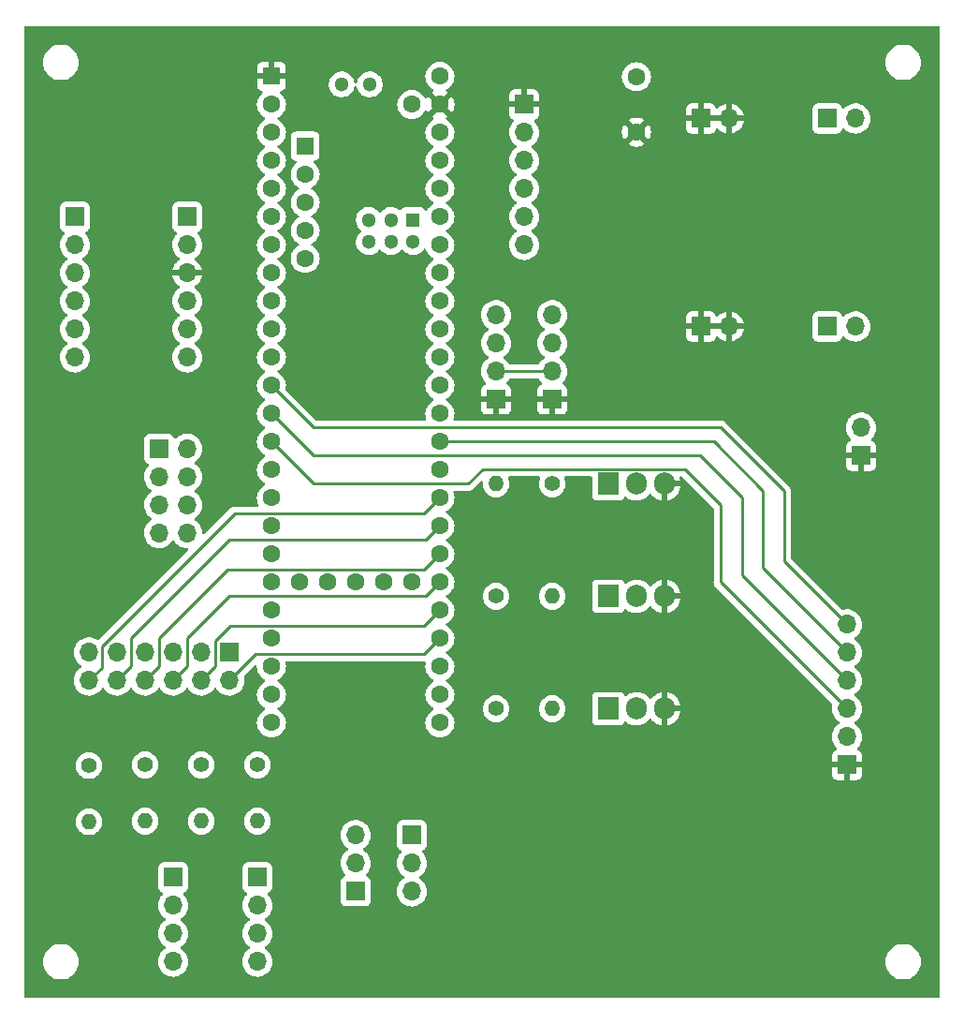
<source format=gbr>
%TF.GenerationSoftware,KiCad,Pcbnew,(6.0.9)*%
%TF.CreationDate,2023-01-08T11:03:24-08:00*%
%TF.ProjectId,CNC_Foamcutter_Control_Board,434e435f-466f-4616-9d63-75747465725f,rev?*%
%TF.SameCoordinates,Original*%
%TF.FileFunction,Copper,L2,Bot*%
%TF.FilePolarity,Positive*%
%FSLAX46Y46*%
G04 Gerber Fmt 4.6, Leading zero omitted, Abs format (unit mm)*
G04 Created by KiCad (PCBNEW (6.0.9)) date 2023-01-08 11:03:24*
%MOMM*%
%LPD*%
G01*
G04 APERTURE LIST*
%TA.AperFunction,ComponentPad*%
%ADD10O,1.700000X1.700000*%
%TD*%
%TA.AperFunction,ComponentPad*%
%ADD11R,1.700000X1.700000*%
%TD*%
%TA.AperFunction,ComponentPad*%
%ADD12C,1.600000*%
%TD*%
%TA.AperFunction,ComponentPad*%
%ADD13C,1.400000*%
%TD*%
%TA.AperFunction,ComponentPad*%
%ADD14O,1.400000X1.400000*%
%TD*%
%TA.AperFunction,ComponentPad*%
%ADD15R,1.905000X2.000000*%
%TD*%
%TA.AperFunction,ComponentPad*%
%ADD16O,1.905000X2.000000*%
%TD*%
%TA.AperFunction,ComponentPad*%
%ADD17R,1.600000X1.600000*%
%TD*%
%TA.AperFunction,ComponentPad*%
%ADD18R,1.300000X1.300000*%
%TD*%
%TA.AperFunction,ComponentPad*%
%ADD19C,1.300000*%
%TD*%
%TA.AperFunction,Conductor*%
%ADD20C,0.250000*%
%TD*%
G04 APERTURE END LIST*
D10*
%TO.P,J15,4,Pin_4*%
%TO.N,Net-(U1-Pad40)*%
X139700000Y-81270000D03*
%TO.P,J15,3,Pin_3*%
%TO.N,Net-(U1-Pad41)*%
X139700000Y-83810000D03*
%TO.P,J15,2,Pin_2*%
%TO.N,+3V3*%
X139700000Y-86350000D03*
D11*
%TO.P,J15,1,Pin_1*%
%TO.N,GND*%
X139700000Y-88890000D03*
%TD*%
D10*
%TO.P,J17,12,Pin_12*%
%TO.N,Net-(J17-Pad12)*%
X102870000Y-114295000D03*
%TO.P,J17,11,Pin_11*%
%TO.N,Net-(J17-Pad11)*%
X105410000Y-114295000D03*
%TO.P,J17,10,Pin_10*%
%TO.N,Net-(J17-Pad10)*%
X107950000Y-114295000D03*
%TO.P,J17,9,Pin_9*%
%TO.N,Net-(J17-Pad9)*%
X110490000Y-114295000D03*
%TO.P,J17,8,Pin_8*%
%TO.N,Net-(J17-Pad8)*%
X113030000Y-114295000D03*
%TO.P,J17,7,Pin_7*%
%TO.N,Net-(J17-Pad7)*%
X115570000Y-114295000D03*
%TO.P,J17,6,Pin_6*%
%TO.N,Net-(U1-Pad16)*%
X102870000Y-111755000D03*
%TO.P,J17,5,Pin_5*%
%TO.N,Net-(U1-Pad17)*%
X105410000Y-111755000D03*
%TO.P,J17,4,Pin_4*%
%TO.N,Net-(U1-Pad18)*%
X107950000Y-111755000D03*
%TO.P,J17,3,Pin_3*%
%TO.N,Net-(U1-Pad19)*%
X110490000Y-111755000D03*
%TO.P,J17,2,Pin_2*%
%TO.N,Net-(U1-Pad20)*%
X113030000Y-111755000D03*
D11*
%TO.P,J17,1,Pin_1*%
%TO.N,Net-(U1-Pad21)*%
X115570000Y-111755000D03*
%TD*%
D10*
%TO.P,J16,4,Pin_4*%
%TO.N,Net-(U1-Pad39)*%
X144780000Y-81270000D03*
%TO.P,J16,3,Pin_3*%
%TO.N,Net-(U1-Pad38)*%
X144780000Y-83810000D03*
%TO.P,J16,2,Pin_2*%
%TO.N,+3V3*%
X144780000Y-86350000D03*
D11*
%TO.P,J16,1,Pin_1*%
%TO.N,GND*%
X144780000Y-88890000D03*
%TD*%
D12*
%TO.P,C1,1*%
%TO.N,+5V*%
X152400000Y-59730000D03*
%TO.P,C1,2*%
%TO.N,GND*%
X152400000Y-64730000D03*
%TD*%
D11*
%TO.P,J10,1,Pin_1*%
%TO.N,Net-(J9-Pad1)*%
X109215000Y-93345000D03*
D10*
%TO.P,J10,2,Pin_2*%
X111755000Y-93345000D03*
%TO.P,J10,3,Pin_3*%
%TO.N,Net-(J9-Pad2)*%
X109215000Y-95885000D03*
%TO.P,J10,4,Pin_4*%
X111755000Y-95885000D03*
%TO.P,J10,5,Pin_5*%
%TO.N,Net-(J9-Pad5)*%
X109215000Y-98425000D03*
%TO.P,J10,6,Pin_6*%
X111755000Y-98425000D03*
%TO.P,J10,7,Pin_7*%
%TO.N,Net-(J9-Pad6)*%
X109215000Y-100965000D03*
%TO.P,J10,8,Pin_8*%
X111755000Y-100965000D03*
%TD*%
D11*
%TO.P,J12,1,Pin_1*%
%TO.N,GND*%
X171450000Y-121920000D03*
D10*
%TO.P,J12,2,Pin_2*%
%TO.N,+5V*%
X171450000Y-119380000D03*
%TO.P,J12,3,Pin_3*%
%TO.N,Net-(U1-Pad14)*%
X171450000Y-116840000D03*
%TO.P,J12,4,Pin_4*%
%TO.N,Net-(U1-Pad13)*%
X171450000Y-114300000D03*
%TO.P,J12,5,Pin_5*%
%TO.N,Net-(U1-Pad35)*%
X171450000Y-111760000D03*
%TO.P,J12,6,Pin_6*%
%TO.N,Net-(U1-Pad12)*%
X171450000Y-109220000D03*
%TD*%
D11*
%TO.P,J11,1,Pin_1*%
%TO.N,Net-(J11-Pad1)*%
X127000000Y-133335000D03*
D10*
%TO.P,J11,2,Pin_2*%
%TO.N,Net-(J11-Pad2)*%
X127000000Y-130795000D03*
%TO.P,J11,3,Pin_3*%
%TO.N,Net-(J11-Pad3)*%
X127000000Y-128255000D03*
%TD*%
D11*
%TO.P,J7,1,Pin_1*%
%TO.N,Net-(J7-Pad1)*%
X132080000Y-128270000D03*
D10*
%TO.P,J7,2,Pin_2*%
%TO.N,Net-(J7-Pad2)*%
X132080000Y-130810000D03*
%TO.P,J7,3,Pin_3*%
%TO.N,Net-(J7-Pad3)*%
X132080000Y-133350000D03*
%TD*%
D13*
%TO.P,R3,1*%
%TO.N,+5V*%
X113030000Y-121920000D03*
D14*
%TO.P,R3,2*%
%TO.N,Net-(J14-Pad3)*%
X113030000Y-127000000D03*
%TD*%
D13*
%TO.P,R6,1*%
%TO.N,Net-(R6-Pad1)*%
X139700000Y-106680000D03*
D14*
%TO.P,R6,2*%
%TO.N,Net-(Q2-Pad1)*%
X144780000Y-106680000D03*
%TD*%
D10*
%TO.P,J3,2,Pin_2*%
%TO.N,GND*%
X160790000Y-82296000D03*
D11*
%TO.P,J3,1,Pin_1*%
X158250000Y-82296000D03*
%TD*%
D10*
%TO.P,J2,2,Pin_2*%
%TO.N,Net-(J2-Pad1)*%
X172212000Y-82296000D03*
D11*
%TO.P,J2,1,Pin_1*%
X169672000Y-82296000D03*
%TD*%
%TO.P,J9,1,Pin_1*%
%TO.N,Net-(J9-Pad1)*%
X101600000Y-72390000D03*
D10*
%TO.P,J9,2,Pin_2*%
%TO.N,Net-(J9-Pad2)*%
X101600000Y-74930000D03*
%TO.P,J9,3,Pin_3*%
%TO.N,unconnected-(J9-Pad3)*%
X101600000Y-77470000D03*
%TO.P,J9,4,Pin_4*%
%TO.N,+5V*%
X101600000Y-80010000D03*
%TO.P,J9,5,Pin_5*%
%TO.N,Net-(J9-Pad5)*%
X101600000Y-82550000D03*
%TO.P,J9,6,Pin_6*%
%TO.N,Net-(J9-Pad6)*%
X101600000Y-85090000D03*
%TD*%
D11*
%TO.P,J6,1,Pin_1*%
%TO.N,GND*%
X142240000Y-62230000D03*
D10*
%TO.P,J6,2,Pin_2*%
%TO.N,+3V3*%
X142240000Y-64770000D03*
%TO.P,J6,3,Pin_3*%
%TO.N,Net-(J6-Pad3)*%
X142240000Y-67310000D03*
%TO.P,J6,4,Pin_4*%
%TO.N,Net-(J6-Pad4)*%
X142240000Y-69850000D03*
%TO.P,J6,5,Pin_5*%
%TO.N,Net-(J6-Pad5)*%
X142240000Y-72390000D03*
%TO.P,J6,6,Pin_6*%
%TO.N,unconnected-(J6-Pad6)*%
X142240000Y-74930000D03*
%TD*%
D13*
%TO.P,R7,1*%
%TO.N,Net-(Q3-Pad1)*%
X144780000Y-96520000D03*
D14*
%TO.P,R7,2*%
%TO.N,Net-(R7-Pad2)*%
X139700000Y-96520000D03*
%TD*%
D10*
%TO.P,J5,2,Pin_2*%
%TO.N,GND*%
X160790000Y-63500000D03*
D11*
%TO.P,J5,1,Pin_1*%
X158250000Y-63500000D03*
%TD*%
%TO.P,J8,1,Pin_1*%
%TO.N,Net-(J8-Pad1)*%
X111760000Y-72390000D03*
D10*
%TO.P,J8,2,Pin_2*%
%TO.N,Net-(J8-Pad2)*%
X111760000Y-74930000D03*
%TO.P,J8,3,Pin_3*%
%TO.N,GND*%
X111760000Y-77470000D03*
%TO.P,J8,4,Pin_4*%
%TO.N,Net-(J8-Pad4)*%
X111760000Y-80010000D03*
%TO.P,J8,5,Pin_5*%
%TO.N,Net-(J8-Pad5)*%
X111760000Y-82550000D03*
%TO.P,J8,6,Pin_6*%
%TO.N,Net-(J8-Pad6)*%
X111760000Y-85090000D03*
%TD*%
%TO.P,J4,2,Pin_2*%
%TO.N,+5V*%
X172220000Y-63500000D03*
D11*
%TO.P,J4,1,Pin_1*%
X169680000Y-63500000D03*
%TD*%
%TO.P,J13,1,Pin_1*%
%TO.N,Net-(J14-Pad1)*%
X110490000Y-132080000D03*
D10*
%TO.P,J13,2,Pin_2*%
%TO.N,Net-(J14-Pad2)*%
X110490000Y-134620000D03*
%TO.P,J13,3,Pin_3*%
%TO.N,Net-(J14-Pad3)*%
X110490000Y-137160000D03*
%TO.P,J13,4,Pin_4*%
%TO.N,Net-(J14-Pad4)*%
X110490000Y-139700000D03*
%TD*%
D13*
%TO.P,R4,1*%
%TO.N,+5V*%
X118110000Y-121920000D03*
D14*
%TO.P,R4,2*%
%TO.N,Net-(J14-Pad4)*%
X118110000Y-127000000D03*
%TD*%
D13*
%TO.P,R1,1*%
%TO.N,+5V*%
X107950000Y-121920000D03*
D14*
%TO.P,R1,2*%
%TO.N,Net-(J14-Pad1)*%
X107950000Y-127000000D03*
%TD*%
D15*
%TO.P,Q2,1,G*%
%TO.N,Net-(Q2-Pad1)*%
X149860000Y-106680000D03*
D16*
%TO.P,Q2,2,D*%
%TO.N,Net-(J7-Pad2)*%
X152400000Y-106680000D03*
%TO.P,Q2,3,S*%
%TO.N,GND*%
X154940000Y-106680000D03*
%TD*%
D15*
%TO.P,Q3,1,G*%
%TO.N,Net-(Q3-Pad1)*%
X149860000Y-96520000D03*
D16*
%TO.P,Q3,2,D*%
%TO.N,Net-(J7-Pad3)*%
X152400000Y-96520000D03*
%TO.P,Q3,3,S*%
%TO.N,GND*%
X154940000Y-96520000D03*
%TD*%
D11*
%TO.P,J1,1,Pin_1*%
%TO.N,GND*%
X172720000Y-93980000D03*
D10*
%TO.P,J1,2,Pin_2*%
%TO.N,Net-(J2-Pad1)*%
X172720000Y-91440000D03*
%TD*%
D15*
%TO.P,Q1,1,G*%
%TO.N,Net-(Q1-Pad1)*%
X149860000Y-116840000D03*
D16*
%TO.P,Q1,2,D*%
%TO.N,Net-(J7-Pad1)*%
X152400000Y-116840000D03*
%TO.P,Q1,3,S*%
%TO.N,GND*%
X154940000Y-116840000D03*
%TD*%
D13*
%TO.P,R5,1*%
%TO.N,Net-(R5-Pad1)*%
X139700000Y-116840000D03*
D14*
%TO.P,R5,2*%
%TO.N,Net-(Q1-Pad1)*%
X144780000Y-116840000D03*
%TD*%
D17*
%TO.P,U1,1,GND*%
%TO.N,GND*%
X119380000Y-59690000D03*
D12*
%TO.P,U1,2,0_RX1_CRX2_CS1*%
%TO.N,unconnected-(U1-Pad2)*%
X119380000Y-62230000D03*
%TO.P,U1,3,1_TX1_CTX2_MISO1*%
%TO.N,unconnected-(U1-Pad3)*%
X119380000Y-64770000D03*
%TO.P,U1,4,2_OUT2*%
%TO.N,unconnected-(U1-Pad4)*%
X119380000Y-67310000D03*
%TO.P,U1,5,3_LRCLK2*%
%TO.N,unconnected-(U1-Pad5)*%
X119380000Y-69850000D03*
%TO.P,U1,6,4_BCLK2*%
%TO.N,Net-(J8-Pad1)*%
X119380000Y-72390000D03*
%TO.P,U1,7,5_IN2*%
%TO.N,Net-(J8-Pad2)*%
X119380000Y-74930000D03*
%TO.P,U1,8,6_OUT1D*%
%TO.N,unconnected-(U1-Pad8)*%
X119380000Y-77470000D03*
%TO.P,U1,9,7_RX2_OUT1A*%
%TO.N,unconnected-(U1-Pad9)*%
X119380000Y-80010000D03*
%TO.P,U1,10,8_TX2_IN1*%
%TO.N,Net-(J8-Pad5)*%
X119380000Y-82550000D03*
%TO.P,U1,11,9_OUT1C*%
%TO.N,Net-(J8-Pad6)*%
X119380000Y-85090000D03*
%TO.P,U1,12,10_CS_MQSR*%
%TO.N,Net-(U1-Pad12)*%
X119380000Y-87630000D03*
%TO.P,U1,13,11_MOSI_CTX1*%
%TO.N,Net-(U1-Pad13)*%
X119380000Y-90170000D03*
%TO.P,U1,14,12_MISO_MQSL*%
%TO.N,Net-(U1-Pad14)*%
X119380000Y-92710000D03*
%TO.P,U1,15,3V3*%
%TO.N,Net-(J8-Pad4)*%
X119380000Y-95250000D03*
%TO.P,U1,16,24_A10_TX6_SCL2*%
%TO.N,Net-(U1-Pad16)*%
X119380000Y-97790000D03*
%TO.P,U1,17,25_A11_RX6_SDA2*%
%TO.N,Net-(U1-Pad17)*%
X119380000Y-100330000D03*
%TO.P,U1,18,26_A12_MOSI1*%
%TO.N,Net-(U1-Pad18)*%
X119380000Y-102870000D03*
%TO.P,U1,19,27_A13_SCK1*%
%TO.N,Net-(U1-Pad19)*%
X119380000Y-105410000D03*
%TO.P,U1,20,28_RX7*%
%TO.N,Net-(U1-Pad20)*%
X119380000Y-107950000D03*
%TO.P,U1,21,29_TX7*%
%TO.N,Net-(U1-Pad21)*%
X119380000Y-110490000D03*
%TO.P,U1,22,30_CRX3*%
%TO.N,Net-(J11-Pad1)*%
X119380000Y-113030000D03*
%TO.P,U1,23,31_CTX3*%
%TO.N,Net-(J11-Pad2)*%
X119380000Y-115570000D03*
%TO.P,U1,24,32_OUT1B*%
%TO.N,Net-(J11-Pad3)*%
X119380000Y-118110000D03*
%TO.P,U1,25,33_MCLK2*%
%TO.N,Net-(R5-Pad1)*%
X134620000Y-118110000D03*
%TO.P,U1,26,34_RX8*%
%TO.N,Net-(R6-Pad1)*%
X134620000Y-115570000D03*
%TO.P,U1,27,35_TX8*%
%TO.N,Net-(R7-Pad2)*%
X134620000Y-113030000D03*
%TO.P,U1,28,36_CS*%
%TO.N,Net-(J17-Pad7)*%
X134620000Y-110490000D03*
%TO.P,U1,29,37_CS*%
%TO.N,Net-(J17-Pad8)*%
X134620000Y-107950000D03*
%TO.P,U1,30,38_CS1_IN1*%
%TO.N,Net-(J17-Pad9)*%
X134620000Y-105410000D03*
%TO.P,U1,31,39_MISO1_OUT1A*%
%TO.N,Net-(J17-Pad10)*%
X134620000Y-102870000D03*
%TO.P,U1,32,40_A16*%
%TO.N,Net-(J17-Pad11)*%
X134620000Y-100330000D03*
%TO.P,U1,33,41_A17*%
%TO.N,Net-(J17-Pad12)*%
X134620000Y-97790000D03*
%TO.P,U1,34,GND*%
%TO.N,GND*%
X134620000Y-95250000D03*
%TO.P,U1,35,13_SCK_LED*%
%TO.N,Net-(U1-Pad35)*%
X134620000Y-92710000D03*
%TO.P,U1,36,14_A0_TX3_SPDIF_OUT*%
%TO.N,unconnected-(U1-Pad36)*%
X134620000Y-90170000D03*
%TO.P,U1,37,15_A1_RX3_SPDIF_IN*%
%TO.N,unconnected-(U1-Pad37)*%
X134620000Y-87630000D03*
%TO.P,U1,38,16_A2_RX4_SCL1*%
%TO.N,Net-(U1-Pad38)*%
X134620000Y-85090000D03*
%TO.P,U1,39,17_A3_TX4_SDA1*%
%TO.N,Net-(U1-Pad39)*%
X134620000Y-82550000D03*
%TO.P,U1,40,18_A4_SDA*%
%TO.N,Net-(U1-Pad40)*%
X134620000Y-80010000D03*
%TO.P,U1,41,19_A5_SCL*%
%TO.N,Net-(U1-Pad41)*%
X134620000Y-77470000D03*
%TO.P,U1,42,20_A6_TX5_LRCLK1*%
%TO.N,unconnected-(U1-Pad42)*%
X134620000Y-74930000D03*
%TO.P,U1,43,21_A7_RX5_BCLK1*%
%TO.N,Net-(J6-Pad5)*%
X134620000Y-72390000D03*
%TO.P,U1,44,22_A8_CTX1*%
%TO.N,Net-(J6-Pad4)*%
X134620000Y-69850000D03*
%TO.P,U1,45,23_A9_CRX1_MCLK1*%
%TO.N,Net-(J6-Pad3)*%
X134620000Y-67310000D03*
%TO.P,U1,46,3V3*%
%TO.N,+3V3*%
X134620000Y-64770000D03*
%TO.P,U1,47,GND*%
%TO.N,GND*%
X134620000Y-62230000D03*
%TO.P,U1,48,VIN*%
%TO.N,+5V*%
X134620000Y-59690000D03*
%TO.P,U1,49,VUSB*%
%TO.N,unconnected-(U1-Pad49)*%
X132080000Y-62230000D03*
%TO.P,U1,50,VBAT*%
%TO.N,unconnected-(U1-Pad50)*%
X121920000Y-105410000D03*
%TO.P,U1,51,3V3*%
%TO.N,unconnected-(U1-Pad51)*%
X124460000Y-105410000D03*
%TO.P,U1,52,GND*%
%TO.N,unconnected-(U1-Pad52)*%
X127000000Y-105410000D03*
%TO.P,U1,53,PROGRAM*%
%TO.N,unconnected-(U1-Pad53)*%
X129540000Y-105410000D03*
%TO.P,U1,54,ON_OFF*%
%TO.N,unconnected-(U1-Pad54)*%
X132080000Y-105410000D03*
D17*
%TO.P,U1,55,5V*%
%TO.N,unconnected-(U1-Pad55)*%
X122430800Y-65989200D03*
D12*
%TO.P,U1,56,D-*%
%TO.N,unconnected-(U1-Pad56)*%
X122430800Y-68529200D03*
%TO.P,U1,57,D+*%
%TO.N,unconnected-(U1-Pad57)*%
X122430800Y-71069200D03*
%TO.P,U1,58,GND*%
%TO.N,unconnected-(U1-Pad58)*%
X122430800Y-73609200D03*
%TO.P,U1,59,GND*%
%TO.N,unconnected-(U1-Pad59)*%
X122430800Y-76149200D03*
D18*
%TO.P,U1,60,R+*%
%TO.N,unconnected-(U1-Pad60)*%
X132181600Y-72660000D03*
D19*
%TO.P,U1,61,LED*%
%TO.N,unconnected-(U1-Pad61)*%
X130181600Y-72660000D03*
%TO.P,U1,62,T-*%
%TO.N,unconnected-(U1-Pad62)*%
X128181600Y-72660000D03*
%TO.P,U1,63,T+*%
%TO.N,unconnected-(U1-Pad63)*%
X128181600Y-74660000D03*
%TO.P,U1,64,GND*%
%TO.N,unconnected-(U1-Pad64)*%
X130181600Y-74660000D03*
%TO.P,U1,65,R-*%
%TO.N,unconnected-(U1-Pad65)*%
X132181600Y-74660000D03*
%TO.P,U1,66,D-*%
%TO.N,unconnected-(U1-Pad66)*%
X128270000Y-60420000D03*
%TO.P,U1,67,D+*%
%TO.N,unconnected-(U1-Pad67)*%
X125730000Y-60420000D03*
%TD*%
D13*
%TO.P,R2,1*%
%TO.N,+5V*%
X102870000Y-121970000D03*
D14*
%TO.P,R2,2*%
%TO.N,Net-(J14-Pad2)*%
X102870000Y-127050000D03*
%TD*%
D11*
%TO.P,J14,1,Pin_1*%
%TO.N,Net-(J14-Pad1)*%
X118110000Y-132080000D03*
D10*
%TO.P,J14,2,Pin_2*%
%TO.N,Net-(J14-Pad2)*%
X118110000Y-134620000D03*
%TO.P,J14,3,Pin_3*%
%TO.N,Net-(J14-Pad3)*%
X118110000Y-137160000D03*
%TO.P,J14,4,Pin_4*%
%TO.N,Net-(J14-Pad4)*%
X118110000Y-139700000D03*
%TD*%
D20*
%TO.N,+3V3*%
X144780000Y-86350000D02*
X139700000Y-86350000D01*
%TO.N,Net-(U1-Pad14)*%
X160020000Y-105410000D02*
X171450000Y-116840000D01*
X160020000Y-98425000D02*
X160020000Y-105410000D01*
X156790000Y-95195000D02*
X160020000Y-98425000D01*
X137160000Y-96520000D02*
X138485000Y-95195000D01*
X123190000Y-96520000D02*
X137160000Y-96520000D01*
X138485000Y-95195000D02*
X156790000Y-95195000D01*
X119380000Y-92710000D02*
X123190000Y-96520000D01*
%TO.N,Net-(U1-Pad12)*%
X165735000Y-97155000D02*
X160020000Y-91440000D01*
X123190000Y-91440000D02*
X119380000Y-87630000D01*
X165735000Y-103505000D02*
X165735000Y-97155000D01*
X160020000Y-91440000D02*
X123190000Y-91440000D01*
X171450000Y-109220000D02*
X165735000Y-103505000D01*
%TO.N,Net-(J17-Pad8)*%
X114300000Y-113030000D02*
X113030000Y-114300000D01*
X114300000Y-110680000D02*
X114300000Y-113030000D01*
X133205000Y-109365000D02*
X115615000Y-109365000D01*
X115615000Y-109365000D02*
X114300000Y-110680000D01*
X134620000Y-107950000D02*
X133205000Y-109365000D01*
%TO.N,Net-(J17-Pad9)*%
X111760000Y-113030000D02*
X110490000Y-114300000D01*
X111760000Y-110490000D02*
X111760000Y-113030000D01*
X115570000Y-106680000D02*
X111760000Y-110490000D01*
X133350000Y-106680000D02*
X115570000Y-106680000D01*
X134620000Y-105410000D02*
X133350000Y-106680000D01*
%TO.N,Net-(J17-Pad10)*%
X109220000Y-113030000D02*
X107950000Y-114300000D01*
X115425000Y-104285000D02*
X109220000Y-110490000D01*
X133205000Y-104285000D02*
X115425000Y-104285000D01*
X109220000Y-110490000D02*
X109220000Y-113030000D01*
X134620000Y-102870000D02*
X133205000Y-104285000D01*
%TO.N,Net-(J17-Pad11)*%
X106680000Y-110490000D02*
X106680000Y-113030000D01*
X115570000Y-101600000D02*
X106680000Y-110490000D01*
X133350000Y-101600000D02*
X115570000Y-101600000D01*
X106680000Y-113030000D02*
X105410000Y-114300000D01*
X134620000Y-100330000D02*
X133350000Y-101600000D01*
%TO.N,Net-(J17-Pad7)*%
X117965000Y-111905000D02*
X115570000Y-114300000D01*
X133205000Y-111905000D02*
X117965000Y-111905000D01*
X134620000Y-110490000D02*
X133205000Y-111905000D01*
%TO.N,Net-(J17-Pad12)*%
X104045000Y-113125000D02*
X102870000Y-114300000D01*
X104045000Y-111220000D02*
X104045000Y-113125000D01*
X116060000Y-99205000D02*
X104045000Y-111220000D01*
X133205000Y-99205000D02*
X116060000Y-99205000D01*
X134620000Y-97790000D02*
X133205000Y-99205000D01*
%TO.N,Net-(U1-Pad13)*%
X158115000Y-93980000D02*
X123190000Y-93980000D01*
X123190000Y-93980000D02*
X119380000Y-90170000D01*
X161925000Y-97790000D02*
X158115000Y-93980000D01*
X171450000Y-114300000D02*
X161925000Y-104775000D01*
X161925000Y-104775000D02*
X161925000Y-97790000D01*
%TO.N,Net-(U1-Pad35)*%
X159385000Y-92710000D02*
X134620000Y-92710000D01*
X163830000Y-104140000D02*
X163830000Y-97155000D01*
X171450000Y-111760000D02*
X163830000Y-104140000D01*
X163830000Y-97155000D02*
X159385000Y-92710000D01*
%TD*%
%TA.AperFunction,Conductor*%
%TO.N,GND*%
G36*
X179773621Y-55138502D02*
G01*
X179820114Y-55192158D01*
X179831500Y-55244500D01*
X179831500Y-142875500D01*
X179811498Y-142943621D01*
X179757842Y-142990114D01*
X179705500Y-143001500D01*
X97154500Y-143001500D01*
X97086379Y-142981498D01*
X97039886Y-142927842D01*
X97028500Y-142875500D01*
X97028500Y-139700000D01*
X98716526Y-139700000D01*
X98736391Y-139952403D01*
X98737545Y-139957210D01*
X98737546Y-139957216D01*
X98746143Y-139993023D01*
X98795495Y-140198591D01*
X98797388Y-140203162D01*
X98797389Y-140203164D01*
X98879782Y-140402077D01*
X98892384Y-140432502D01*
X99024672Y-140648376D01*
X99189102Y-140840898D01*
X99381624Y-141005328D01*
X99597498Y-141137616D01*
X99602068Y-141139509D01*
X99602072Y-141139511D01*
X99826836Y-141232611D01*
X99831409Y-141234505D01*
X99916032Y-141254821D01*
X100072784Y-141292454D01*
X100072790Y-141292455D01*
X100077597Y-141293609D01*
X100177416Y-141301465D01*
X100264345Y-141308307D01*
X100264352Y-141308307D01*
X100266801Y-141308500D01*
X100393199Y-141308500D01*
X100395648Y-141308307D01*
X100395655Y-141308307D01*
X100482584Y-141301465D01*
X100582403Y-141293609D01*
X100587210Y-141292455D01*
X100587216Y-141292454D01*
X100743968Y-141254821D01*
X100828591Y-141234505D01*
X100833164Y-141232611D01*
X101057928Y-141139511D01*
X101057932Y-141139509D01*
X101062502Y-141137616D01*
X101278376Y-141005328D01*
X101470898Y-140840898D01*
X101635328Y-140648376D01*
X101767616Y-140432502D01*
X101780219Y-140402077D01*
X101862611Y-140203164D01*
X101862612Y-140203162D01*
X101864505Y-140198591D01*
X101913857Y-139993023D01*
X101922454Y-139957216D01*
X101922455Y-139957210D01*
X101923609Y-139952403D01*
X101943474Y-139700000D01*
X101940853Y-139666695D01*
X109127251Y-139666695D01*
X109127548Y-139671848D01*
X109127548Y-139671851D01*
X109133011Y-139766590D01*
X109140110Y-139889715D01*
X109141247Y-139894761D01*
X109141248Y-139894767D01*
X109155322Y-139957216D01*
X109189222Y-140107639D01*
X109273266Y-140314616D01*
X109389987Y-140505088D01*
X109536250Y-140673938D01*
X109708126Y-140816632D01*
X109901000Y-140929338D01*
X110109692Y-141009030D01*
X110114760Y-141010061D01*
X110114763Y-141010062D01*
X110222017Y-141031883D01*
X110328597Y-141053567D01*
X110333772Y-141053757D01*
X110333774Y-141053757D01*
X110546673Y-141061564D01*
X110546677Y-141061564D01*
X110551837Y-141061753D01*
X110556957Y-141061097D01*
X110556959Y-141061097D01*
X110768288Y-141034025D01*
X110768289Y-141034025D01*
X110773416Y-141033368D01*
X110778366Y-141031883D01*
X110982429Y-140970661D01*
X110982434Y-140970659D01*
X110987384Y-140969174D01*
X111187994Y-140870896D01*
X111369860Y-140741173D01*
X111528096Y-140583489D01*
X111587594Y-140500689D01*
X111655435Y-140406277D01*
X111658453Y-140402077D01*
X111757430Y-140201811D01*
X111822370Y-139988069D01*
X111851529Y-139766590D01*
X111853156Y-139700000D01*
X111850418Y-139666695D01*
X116747251Y-139666695D01*
X116747548Y-139671848D01*
X116747548Y-139671851D01*
X116753011Y-139766590D01*
X116760110Y-139889715D01*
X116761247Y-139894761D01*
X116761248Y-139894767D01*
X116775322Y-139957216D01*
X116809222Y-140107639D01*
X116893266Y-140314616D01*
X117009987Y-140505088D01*
X117156250Y-140673938D01*
X117328126Y-140816632D01*
X117521000Y-140929338D01*
X117729692Y-141009030D01*
X117734760Y-141010061D01*
X117734763Y-141010062D01*
X117842017Y-141031883D01*
X117948597Y-141053567D01*
X117953772Y-141053757D01*
X117953774Y-141053757D01*
X118166673Y-141061564D01*
X118166677Y-141061564D01*
X118171837Y-141061753D01*
X118176957Y-141061097D01*
X118176959Y-141061097D01*
X118388288Y-141034025D01*
X118388289Y-141034025D01*
X118393416Y-141033368D01*
X118398366Y-141031883D01*
X118602429Y-140970661D01*
X118602434Y-140970659D01*
X118607384Y-140969174D01*
X118807994Y-140870896D01*
X118989860Y-140741173D01*
X119148096Y-140583489D01*
X119207594Y-140500689D01*
X119275435Y-140406277D01*
X119278453Y-140402077D01*
X119377430Y-140201811D01*
X119442370Y-139988069D01*
X119471529Y-139766590D01*
X119473156Y-139700000D01*
X174916526Y-139700000D01*
X174936391Y-139952403D01*
X174937545Y-139957210D01*
X174937546Y-139957216D01*
X174946143Y-139993023D01*
X174995495Y-140198591D01*
X174997388Y-140203162D01*
X174997389Y-140203164D01*
X175079782Y-140402077D01*
X175092384Y-140432502D01*
X175224672Y-140648376D01*
X175389102Y-140840898D01*
X175581624Y-141005328D01*
X175797498Y-141137616D01*
X175802068Y-141139509D01*
X175802072Y-141139511D01*
X176026836Y-141232611D01*
X176031409Y-141234505D01*
X176116032Y-141254821D01*
X176272784Y-141292454D01*
X176272790Y-141292455D01*
X176277597Y-141293609D01*
X176377416Y-141301465D01*
X176464345Y-141308307D01*
X176464352Y-141308307D01*
X176466801Y-141308500D01*
X176593199Y-141308500D01*
X176595648Y-141308307D01*
X176595655Y-141308307D01*
X176682584Y-141301465D01*
X176782403Y-141293609D01*
X176787210Y-141292455D01*
X176787216Y-141292454D01*
X176943968Y-141254821D01*
X177028591Y-141234505D01*
X177033164Y-141232611D01*
X177257928Y-141139511D01*
X177257932Y-141139509D01*
X177262502Y-141137616D01*
X177478376Y-141005328D01*
X177670898Y-140840898D01*
X177835328Y-140648376D01*
X177967616Y-140432502D01*
X177980219Y-140402077D01*
X178062611Y-140203164D01*
X178062612Y-140203162D01*
X178064505Y-140198591D01*
X178113857Y-139993023D01*
X178122454Y-139957216D01*
X178122455Y-139957210D01*
X178123609Y-139952403D01*
X178143474Y-139700000D01*
X178123609Y-139447597D01*
X178121687Y-139439588D01*
X178077600Y-139255954D01*
X178064505Y-139201409D01*
X178006176Y-139060590D01*
X177969511Y-138972072D01*
X177969509Y-138972068D01*
X177967616Y-138967498D01*
X177835328Y-138751624D01*
X177670898Y-138559102D01*
X177478376Y-138394672D01*
X177262502Y-138262384D01*
X177257932Y-138260491D01*
X177257928Y-138260489D01*
X177033164Y-138167389D01*
X177033162Y-138167388D01*
X177028591Y-138165495D01*
X176943968Y-138145179D01*
X176787216Y-138107546D01*
X176787210Y-138107545D01*
X176782403Y-138106391D01*
X176682584Y-138098535D01*
X176595655Y-138091693D01*
X176595648Y-138091693D01*
X176593199Y-138091500D01*
X176466801Y-138091500D01*
X176464352Y-138091693D01*
X176464345Y-138091693D01*
X176377416Y-138098535D01*
X176277597Y-138106391D01*
X176272790Y-138107545D01*
X176272784Y-138107546D01*
X176116032Y-138145179D01*
X176031409Y-138165495D01*
X176026838Y-138167388D01*
X176026836Y-138167389D01*
X175802072Y-138260489D01*
X175802068Y-138260491D01*
X175797498Y-138262384D01*
X175581624Y-138394672D01*
X175389102Y-138559102D01*
X175224672Y-138751624D01*
X175092384Y-138967498D01*
X175090491Y-138972068D01*
X175090489Y-138972072D01*
X175053824Y-139060590D01*
X174995495Y-139201409D01*
X174982400Y-139255954D01*
X174938314Y-139439588D01*
X174936391Y-139447597D01*
X174916526Y-139700000D01*
X119473156Y-139700000D01*
X119454852Y-139477361D01*
X119400431Y-139260702D01*
X119311354Y-139055840D01*
X119190014Y-138868277D01*
X119039670Y-138703051D01*
X119035619Y-138699852D01*
X119035615Y-138699848D01*
X118868414Y-138567800D01*
X118868410Y-138567798D01*
X118864359Y-138564598D01*
X118823053Y-138541796D01*
X118773084Y-138491364D01*
X118758312Y-138421921D01*
X118783428Y-138355516D01*
X118810780Y-138328909D01*
X118854603Y-138297650D01*
X118989860Y-138201173D01*
X119148096Y-138043489D01*
X119207594Y-137960689D01*
X119275435Y-137866277D01*
X119278453Y-137862077D01*
X119377430Y-137661811D01*
X119442370Y-137448069D01*
X119471529Y-137226590D01*
X119473156Y-137160000D01*
X119454852Y-136937361D01*
X119400431Y-136720702D01*
X119311354Y-136515840D01*
X119190014Y-136328277D01*
X119039670Y-136163051D01*
X119035619Y-136159852D01*
X119035615Y-136159848D01*
X118868414Y-136027800D01*
X118868410Y-136027798D01*
X118864359Y-136024598D01*
X118823053Y-136001796D01*
X118773084Y-135951364D01*
X118758312Y-135881921D01*
X118783428Y-135815516D01*
X118810780Y-135788909D01*
X118854603Y-135757650D01*
X118989860Y-135661173D01*
X119148096Y-135503489D01*
X119207594Y-135420689D01*
X119275435Y-135326277D01*
X119278453Y-135322077D01*
X119377430Y-135121811D01*
X119442370Y-134908069D01*
X119471529Y-134686590D01*
X119472177Y-134660062D01*
X119473074Y-134623365D01*
X119473074Y-134623361D01*
X119473156Y-134620000D01*
X119454852Y-134397361D01*
X119400431Y-134180702D01*
X119311354Y-133975840D01*
X119190014Y-133788277D01*
X119186532Y-133784450D01*
X119042798Y-133626488D01*
X119011746Y-133562642D01*
X119020141Y-133492143D01*
X119065317Y-133437375D01*
X119091761Y-133423706D01*
X119198297Y-133383767D01*
X119206705Y-133380615D01*
X119323261Y-133293261D01*
X119410615Y-133176705D01*
X119461745Y-133040316D01*
X119468500Y-132978134D01*
X119468500Y-131181866D01*
X119461745Y-131119684D01*
X119410615Y-130983295D01*
X119323261Y-130866739D01*
X119206705Y-130779385D01*
X119159517Y-130761695D01*
X125637251Y-130761695D01*
X125637548Y-130766848D01*
X125637548Y-130766851D01*
X125643722Y-130873919D01*
X125650110Y-130984715D01*
X125651247Y-130989761D01*
X125651248Y-130989767D01*
X125653490Y-130999715D01*
X125699222Y-131202639D01*
X125783266Y-131409616D01*
X125899987Y-131600088D01*
X126046250Y-131768938D01*
X126050230Y-131772242D01*
X126054981Y-131776187D01*
X126094616Y-131835090D01*
X126096113Y-131906071D01*
X126058997Y-131966593D01*
X126018724Y-131991112D01*
X125903295Y-132034385D01*
X125786739Y-132121739D01*
X125699385Y-132238295D01*
X125648255Y-132374684D01*
X125641500Y-132436866D01*
X125641500Y-134233134D01*
X125648255Y-134295316D01*
X125699385Y-134431705D01*
X125786739Y-134548261D01*
X125903295Y-134635615D01*
X126039684Y-134686745D01*
X126101866Y-134693500D01*
X127898134Y-134693500D01*
X127960316Y-134686745D01*
X128096705Y-134635615D01*
X128213261Y-134548261D01*
X128300615Y-134431705D01*
X128351745Y-134295316D01*
X128358500Y-134233134D01*
X128358500Y-133316695D01*
X130717251Y-133316695D01*
X130717548Y-133321848D01*
X130717548Y-133321851D01*
X130726932Y-133484598D01*
X130730110Y-133539715D01*
X130731247Y-133544761D01*
X130731248Y-133544767D01*
X130751119Y-133632939D01*
X130779222Y-133757639D01*
X130863266Y-133964616D01*
X130979987Y-134155088D01*
X131126250Y-134323938D01*
X131298126Y-134466632D01*
X131491000Y-134579338D01*
X131699692Y-134659030D01*
X131704760Y-134660061D01*
X131704763Y-134660062D01*
X131812017Y-134681883D01*
X131918597Y-134703567D01*
X131923772Y-134703757D01*
X131923774Y-134703757D01*
X132136673Y-134711564D01*
X132136677Y-134711564D01*
X132141837Y-134711753D01*
X132146957Y-134711097D01*
X132146959Y-134711097D01*
X132358288Y-134684025D01*
X132358289Y-134684025D01*
X132363416Y-134683368D01*
X132368366Y-134681883D01*
X132572429Y-134620661D01*
X132572434Y-134620659D01*
X132577384Y-134619174D01*
X132777994Y-134520896D01*
X132959860Y-134391173D01*
X133118096Y-134233489D01*
X133177594Y-134150689D01*
X133245435Y-134056277D01*
X133248453Y-134052077D01*
X133286132Y-133975840D01*
X133345136Y-133856453D01*
X133345137Y-133856451D01*
X133347430Y-133851811D01*
X133412370Y-133638069D01*
X133441529Y-133416590D01*
X133443156Y-133350000D01*
X133424852Y-133127361D01*
X133370431Y-132910702D01*
X133281354Y-132705840D01*
X133160014Y-132518277D01*
X133009670Y-132353051D01*
X133005619Y-132349852D01*
X133005615Y-132349848D01*
X132838414Y-132217800D01*
X132838410Y-132217798D01*
X132834359Y-132214598D01*
X132793053Y-132191796D01*
X132743084Y-132141364D01*
X132728312Y-132071921D01*
X132753428Y-132005516D01*
X132780780Y-131978909D01*
X132825069Y-131947318D01*
X132959860Y-131851173D01*
X132976000Y-131835090D01*
X133114435Y-131697137D01*
X133118096Y-131693489D01*
X133131891Y-131674292D01*
X133245435Y-131516277D01*
X133248453Y-131512077D01*
X133255867Y-131497077D01*
X133345136Y-131316453D01*
X133345137Y-131316451D01*
X133347430Y-131311811D01*
X133412370Y-131098069D01*
X133441529Y-130876590D01*
X133441770Y-130866739D01*
X133443074Y-130813365D01*
X133443074Y-130813361D01*
X133443156Y-130810000D01*
X133424852Y-130587361D01*
X133370431Y-130370702D01*
X133281354Y-130165840D01*
X133160014Y-129978277D01*
X133142889Y-129959457D01*
X133012798Y-129816488D01*
X132981746Y-129752642D01*
X132990141Y-129682143D01*
X133035317Y-129627375D01*
X133061761Y-129613706D01*
X133168297Y-129573767D01*
X133176705Y-129570615D01*
X133293261Y-129483261D01*
X133380615Y-129366705D01*
X133431745Y-129230316D01*
X133438500Y-129168134D01*
X133438500Y-127371866D01*
X133431745Y-127309684D01*
X133380615Y-127173295D01*
X133293261Y-127056739D01*
X133176705Y-126969385D01*
X133040316Y-126918255D01*
X132978134Y-126911500D01*
X131181866Y-126911500D01*
X131119684Y-126918255D01*
X130983295Y-126969385D01*
X130866739Y-127056739D01*
X130779385Y-127173295D01*
X130728255Y-127309684D01*
X130721500Y-127371866D01*
X130721500Y-129168134D01*
X130728255Y-129230316D01*
X130779385Y-129366705D01*
X130866739Y-129483261D01*
X130983295Y-129570615D01*
X130991704Y-129573767D01*
X130991705Y-129573768D01*
X131100451Y-129614535D01*
X131157216Y-129657176D01*
X131181916Y-129723738D01*
X131166709Y-129793087D01*
X131147316Y-129819568D01*
X131038535Y-129933401D01*
X131020629Y-129952138D01*
X130894743Y-130136680D01*
X130879003Y-130170590D01*
X130805334Y-130329297D01*
X130800688Y-130339305D01*
X130740989Y-130554570D01*
X130717251Y-130776695D01*
X130717548Y-130781848D01*
X130717548Y-130781851D01*
X130722857Y-130873919D01*
X130730110Y-130999715D01*
X130731247Y-131004761D01*
X130731248Y-131004767D01*
X130747739Y-131077939D01*
X130779222Y-131217639D01*
X130863266Y-131424616D01*
X130979987Y-131615088D01*
X131126250Y-131783938D01*
X131298126Y-131926632D01*
X131333526Y-131947318D01*
X131371445Y-131969476D01*
X131420169Y-132021114D01*
X131433240Y-132090897D01*
X131406509Y-132156669D01*
X131366055Y-132190027D01*
X131353607Y-132196507D01*
X131349474Y-132199610D01*
X131349471Y-132199612D01*
X131286752Y-132246703D01*
X131174965Y-132330635D01*
X131020629Y-132492138D01*
X130894743Y-132676680D01*
X130800688Y-132879305D01*
X130740989Y-133094570D01*
X130717251Y-133316695D01*
X128358500Y-133316695D01*
X128358500Y-132436866D01*
X128351745Y-132374684D01*
X128300615Y-132238295D01*
X128213261Y-132121739D01*
X128096705Y-132034385D01*
X128061305Y-132021114D01*
X127978203Y-131989960D01*
X127921439Y-131947318D01*
X127896739Y-131880756D01*
X127911947Y-131811408D01*
X127933493Y-131782727D01*
X128038096Y-131678489D01*
X128097594Y-131595689D01*
X128165435Y-131501277D01*
X128168453Y-131497077D01*
X128257723Y-131316453D01*
X128265136Y-131301453D01*
X128265137Y-131301451D01*
X128267430Y-131296811D01*
X128318859Y-131127540D01*
X128330865Y-131088023D01*
X128330865Y-131088021D01*
X128332370Y-131083069D01*
X128361529Y-130861590D01*
X128362790Y-130810000D01*
X128363074Y-130798365D01*
X128363074Y-130798361D01*
X128363156Y-130795000D01*
X128344852Y-130572361D01*
X128290431Y-130355702D01*
X128201354Y-130150840D01*
X128080014Y-129963277D01*
X127929670Y-129798051D01*
X127925619Y-129794852D01*
X127925615Y-129794848D01*
X127758414Y-129662800D01*
X127758410Y-129662798D01*
X127754359Y-129659598D01*
X127713053Y-129636796D01*
X127663084Y-129586364D01*
X127648312Y-129516921D01*
X127673428Y-129450516D01*
X127700780Y-129423909D01*
X127744603Y-129392650D01*
X127879860Y-129296173D01*
X128038096Y-129138489D01*
X128097594Y-129055689D01*
X128165435Y-128961277D01*
X128168453Y-128957077D01*
X128267430Y-128756811D01*
X128332370Y-128543069D01*
X128361529Y-128321590D01*
X128362958Y-128263116D01*
X128363074Y-128258365D01*
X128363074Y-128258361D01*
X128363156Y-128255000D01*
X128344852Y-128032361D01*
X128290431Y-127815702D01*
X128201354Y-127610840D01*
X128106948Y-127464910D01*
X128082822Y-127427617D01*
X128082820Y-127427614D01*
X128080014Y-127423277D01*
X127929670Y-127258051D01*
X127925619Y-127254852D01*
X127925615Y-127254848D01*
X127758414Y-127122800D01*
X127758410Y-127122798D01*
X127754359Y-127119598D01*
X127558789Y-127011638D01*
X127553920Y-127009914D01*
X127553916Y-127009912D01*
X127353087Y-126938795D01*
X127353083Y-126938794D01*
X127348212Y-126937069D01*
X127343119Y-126936162D01*
X127343116Y-126936161D01*
X127133373Y-126898800D01*
X127133367Y-126898799D01*
X127128284Y-126897894D01*
X127054452Y-126896992D01*
X126910081Y-126895228D01*
X126910079Y-126895228D01*
X126904911Y-126895165D01*
X126684091Y-126928955D01*
X126471756Y-126998357D01*
X126441443Y-127014137D01*
X126362034Y-127055475D01*
X126273607Y-127101507D01*
X126269474Y-127104610D01*
X126269471Y-127104612D01*
X126128235Y-127210655D01*
X126094965Y-127235635D01*
X126091393Y-127239373D01*
X125964780Y-127371866D01*
X125940629Y-127397138D01*
X125814743Y-127581680D01*
X125801104Y-127611063D01*
X125724885Y-127775264D01*
X125720688Y-127784305D01*
X125660989Y-127999570D01*
X125637251Y-128221695D01*
X125637548Y-128226848D01*
X125637548Y-128226851D01*
X125643011Y-128321590D01*
X125650110Y-128444715D01*
X125651247Y-128449761D01*
X125651248Y-128449767D01*
X125671119Y-128537939D01*
X125699222Y-128662639D01*
X125783266Y-128869616D01*
X125899987Y-129060088D01*
X126046250Y-129228938D01*
X126218126Y-129371632D01*
X126288595Y-129412811D01*
X126291445Y-129414476D01*
X126340169Y-129466114D01*
X126353240Y-129535897D01*
X126326509Y-129601669D01*
X126286055Y-129635027D01*
X126273607Y-129641507D01*
X126269474Y-129644610D01*
X126269471Y-129644612D01*
X126099100Y-129772530D01*
X126094965Y-129775635D01*
X125940629Y-129937138D01*
X125814743Y-130121680D01*
X125720688Y-130324305D01*
X125660989Y-130539570D01*
X125637251Y-130761695D01*
X119159517Y-130761695D01*
X119070316Y-130728255D01*
X119008134Y-130721500D01*
X117211866Y-130721500D01*
X117149684Y-130728255D01*
X117013295Y-130779385D01*
X116896739Y-130866739D01*
X116809385Y-130983295D01*
X116758255Y-131119684D01*
X116751500Y-131181866D01*
X116751500Y-132978134D01*
X116758255Y-133040316D01*
X116809385Y-133176705D01*
X116896739Y-133293261D01*
X117013295Y-133380615D01*
X117021704Y-133383767D01*
X117021705Y-133383768D01*
X117130451Y-133424535D01*
X117187216Y-133467176D01*
X117211916Y-133533738D01*
X117196709Y-133603087D01*
X117177316Y-133629568D01*
X117059748Y-133752596D01*
X117050629Y-133762138D01*
X116924743Y-133946680D01*
X116830688Y-134149305D01*
X116770989Y-134364570D01*
X116747251Y-134586695D01*
X116747548Y-134591848D01*
X116747548Y-134591851D01*
X116754424Y-134711097D01*
X116760110Y-134809715D01*
X116761247Y-134814761D01*
X116761248Y-134814767D01*
X116781119Y-134902939D01*
X116809222Y-135027639D01*
X116893266Y-135234616D01*
X117009987Y-135425088D01*
X117156250Y-135593938D01*
X117328126Y-135736632D01*
X117398595Y-135777811D01*
X117401445Y-135779476D01*
X117450169Y-135831114D01*
X117463240Y-135900897D01*
X117436509Y-135966669D01*
X117396055Y-136000027D01*
X117383607Y-136006507D01*
X117379474Y-136009610D01*
X117379471Y-136009612D01*
X117355247Y-136027800D01*
X117204965Y-136140635D01*
X117050629Y-136302138D01*
X116924743Y-136486680D01*
X116830688Y-136689305D01*
X116770989Y-136904570D01*
X116747251Y-137126695D01*
X116747548Y-137131848D01*
X116747548Y-137131851D01*
X116753011Y-137226590D01*
X116760110Y-137349715D01*
X116761247Y-137354761D01*
X116761248Y-137354767D01*
X116781119Y-137442939D01*
X116809222Y-137567639D01*
X116893266Y-137774616D01*
X117009987Y-137965088D01*
X117156250Y-138133938D01*
X117328126Y-138276632D01*
X117398595Y-138317811D01*
X117401445Y-138319476D01*
X117450169Y-138371114D01*
X117463240Y-138440897D01*
X117436509Y-138506669D01*
X117396055Y-138540027D01*
X117383607Y-138546507D01*
X117379474Y-138549610D01*
X117379471Y-138549612D01*
X117355247Y-138567800D01*
X117204965Y-138680635D01*
X117050629Y-138842138D01*
X116924743Y-139026680D01*
X116909003Y-139060590D01*
X116845760Y-139196836D01*
X116830688Y-139229305D01*
X116770989Y-139444570D01*
X116747251Y-139666695D01*
X111850418Y-139666695D01*
X111834852Y-139477361D01*
X111780431Y-139260702D01*
X111691354Y-139055840D01*
X111570014Y-138868277D01*
X111419670Y-138703051D01*
X111415619Y-138699852D01*
X111415615Y-138699848D01*
X111248414Y-138567800D01*
X111248410Y-138567798D01*
X111244359Y-138564598D01*
X111203053Y-138541796D01*
X111153084Y-138491364D01*
X111138312Y-138421921D01*
X111163428Y-138355516D01*
X111190780Y-138328909D01*
X111234603Y-138297650D01*
X111369860Y-138201173D01*
X111528096Y-138043489D01*
X111587594Y-137960689D01*
X111655435Y-137866277D01*
X111658453Y-137862077D01*
X111757430Y-137661811D01*
X111822370Y-137448069D01*
X111851529Y-137226590D01*
X111853156Y-137160000D01*
X111834852Y-136937361D01*
X111780431Y-136720702D01*
X111691354Y-136515840D01*
X111570014Y-136328277D01*
X111419670Y-136163051D01*
X111415619Y-136159852D01*
X111415615Y-136159848D01*
X111248414Y-136027800D01*
X111248410Y-136027798D01*
X111244359Y-136024598D01*
X111203053Y-136001796D01*
X111153084Y-135951364D01*
X111138312Y-135881921D01*
X111163428Y-135815516D01*
X111190780Y-135788909D01*
X111234603Y-135757650D01*
X111369860Y-135661173D01*
X111528096Y-135503489D01*
X111587594Y-135420689D01*
X111655435Y-135326277D01*
X111658453Y-135322077D01*
X111757430Y-135121811D01*
X111822370Y-134908069D01*
X111851529Y-134686590D01*
X111852177Y-134660062D01*
X111853074Y-134623365D01*
X111853074Y-134623361D01*
X111853156Y-134620000D01*
X111834852Y-134397361D01*
X111780431Y-134180702D01*
X111691354Y-133975840D01*
X111570014Y-133788277D01*
X111566532Y-133784450D01*
X111422798Y-133626488D01*
X111391746Y-133562642D01*
X111400141Y-133492143D01*
X111445317Y-133437375D01*
X111471761Y-133423706D01*
X111578297Y-133383767D01*
X111586705Y-133380615D01*
X111703261Y-133293261D01*
X111790615Y-133176705D01*
X111841745Y-133040316D01*
X111848500Y-132978134D01*
X111848500Y-131181866D01*
X111841745Y-131119684D01*
X111790615Y-130983295D01*
X111703261Y-130866739D01*
X111586705Y-130779385D01*
X111450316Y-130728255D01*
X111388134Y-130721500D01*
X109591866Y-130721500D01*
X109529684Y-130728255D01*
X109393295Y-130779385D01*
X109276739Y-130866739D01*
X109189385Y-130983295D01*
X109138255Y-131119684D01*
X109131500Y-131181866D01*
X109131500Y-132978134D01*
X109138255Y-133040316D01*
X109189385Y-133176705D01*
X109276739Y-133293261D01*
X109393295Y-133380615D01*
X109401704Y-133383767D01*
X109401705Y-133383768D01*
X109510451Y-133424535D01*
X109567216Y-133467176D01*
X109591916Y-133533738D01*
X109576709Y-133603087D01*
X109557316Y-133629568D01*
X109439748Y-133752596D01*
X109430629Y-133762138D01*
X109304743Y-133946680D01*
X109210688Y-134149305D01*
X109150989Y-134364570D01*
X109127251Y-134586695D01*
X109127548Y-134591848D01*
X109127548Y-134591851D01*
X109134424Y-134711097D01*
X109140110Y-134809715D01*
X109141247Y-134814761D01*
X109141248Y-134814767D01*
X109161119Y-134902939D01*
X109189222Y-135027639D01*
X109273266Y-135234616D01*
X109389987Y-135425088D01*
X109536250Y-135593938D01*
X109708126Y-135736632D01*
X109778595Y-135777811D01*
X109781445Y-135779476D01*
X109830169Y-135831114D01*
X109843240Y-135900897D01*
X109816509Y-135966669D01*
X109776055Y-136000027D01*
X109763607Y-136006507D01*
X109759474Y-136009610D01*
X109759471Y-136009612D01*
X109735247Y-136027800D01*
X109584965Y-136140635D01*
X109430629Y-136302138D01*
X109304743Y-136486680D01*
X109210688Y-136689305D01*
X109150989Y-136904570D01*
X109127251Y-137126695D01*
X109127548Y-137131848D01*
X109127548Y-137131851D01*
X109133011Y-137226590D01*
X109140110Y-137349715D01*
X109141247Y-137354761D01*
X109141248Y-137354767D01*
X109161119Y-137442939D01*
X109189222Y-137567639D01*
X109273266Y-137774616D01*
X109389987Y-137965088D01*
X109536250Y-138133938D01*
X109708126Y-138276632D01*
X109778595Y-138317811D01*
X109781445Y-138319476D01*
X109830169Y-138371114D01*
X109843240Y-138440897D01*
X109816509Y-138506669D01*
X109776055Y-138540027D01*
X109763607Y-138546507D01*
X109759474Y-138549610D01*
X109759471Y-138549612D01*
X109735247Y-138567800D01*
X109584965Y-138680635D01*
X109430629Y-138842138D01*
X109304743Y-139026680D01*
X109289003Y-139060590D01*
X109225760Y-139196836D01*
X109210688Y-139229305D01*
X109150989Y-139444570D01*
X109127251Y-139666695D01*
X101940853Y-139666695D01*
X101923609Y-139447597D01*
X101921687Y-139439588D01*
X101877600Y-139255954D01*
X101864505Y-139201409D01*
X101806176Y-139060590D01*
X101769511Y-138972072D01*
X101769509Y-138972068D01*
X101767616Y-138967498D01*
X101635328Y-138751624D01*
X101470898Y-138559102D01*
X101278376Y-138394672D01*
X101062502Y-138262384D01*
X101057932Y-138260491D01*
X101057928Y-138260489D01*
X100833164Y-138167389D01*
X100833162Y-138167388D01*
X100828591Y-138165495D01*
X100743968Y-138145179D01*
X100587216Y-138107546D01*
X100587210Y-138107545D01*
X100582403Y-138106391D01*
X100482584Y-138098535D01*
X100395655Y-138091693D01*
X100395648Y-138091693D01*
X100393199Y-138091500D01*
X100266801Y-138091500D01*
X100264352Y-138091693D01*
X100264345Y-138091693D01*
X100177416Y-138098535D01*
X100077597Y-138106391D01*
X100072790Y-138107545D01*
X100072784Y-138107546D01*
X99916032Y-138145179D01*
X99831409Y-138165495D01*
X99826838Y-138167388D01*
X99826836Y-138167389D01*
X99602072Y-138260489D01*
X99602068Y-138260491D01*
X99597498Y-138262384D01*
X99381624Y-138394672D01*
X99189102Y-138559102D01*
X99024672Y-138751624D01*
X98892384Y-138967498D01*
X98890491Y-138972068D01*
X98890489Y-138972072D01*
X98853824Y-139060590D01*
X98795495Y-139201409D01*
X98782400Y-139255954D01*
X98738314Y-139439588D01*
X98736391Y-139447597D01*
X98716526Y-139700000D01*
X97028500Y-139700000D01*
X97028500Y-127050000D01*
X101656884Y-127050000D01*
X101675314Y-127260655D01*
X101676738Y-127265968D01*
X101676738Y-127265970D01*
X101716647Y-127414910D01*
X101730044Y-127464910D01*
X101732366Y-127469891D01*
X101732367Y-127469892D01*
X101796096Y-127606558D01*
X101819411Y-127656558D01*
X101940699Y-127829776D01*
X102090224Y-127979301D01*
X102263442Y-128100589D01*
X102268420Y-128102910D01*
X102268423Y-128102912D01*
X102350916Y-128141379D01*
X102455090Y-128189956D01*
X102460398Y-128191378D01*
X102460400Y-128191379D01*
X102654030Y-128243262D01*
X102654032Y-128243262D01*
X102659345Y-128244686D01*
X102870000Y-128263116D01*
X103080655Y-128244686D01*
X103085968Y-128243262D01*
X103085970Y-128243262D01*
X103279600Y-128191379D01*
X103279602Y-128191378D01*
X103284910Y-128189956D01*
X103389084Y-128141379D01*
X103471577Y-128102912D01*
X103471580Y-128102910D01*
X103476558Y-128100589D01*
X103649776Y-127979301D01*
X103799301Y-127829776D01*
X103920589Y-127656558D01*
X103943905Y-127606558D01*
X104007633Y-127469892D01*
X104007634Y-127469891D01*
X104009956Y-127464910D01*
X104023354Y-127414910D01*
X104063262Y-127265970D01*
X104063262Y-127265968D01*
X104064686Y-127260655D01*
X104083116Y-127050000D01*
X104078742Y-127000000D01*
X106736884Y-127000000D01*
X106755314Y-127210655D01*
X106756738Y-127215968D01*
X106756738Y-127215970D01*
X106804281Y-127393401D01*
X106810044Y-127414910D01*
X106812366Y-127419891D01*
X106812367Y-127419892D01*
X106890000Y-127586375D01*
X106899411Y-127606558D01*
X107020699Y-127779776D01*
X107170224Y-127929301D01*
X107343442Y-128050589D01*
X107348420Y-128052910D01*
X107348423Y-128052912D01*
X107530108Y-128137633D01*
X107535090Y-128139956D01*
X107540398Y-128141378D01*
X107540400Y-128141379D01*
X107734030Y-128193262D01*
X107734032Y-128193262D01*
X107739345Y-128194686D01*
X107950000Y-128213116D01*
X108160655Y-128194686D01*
X108165968Y-128193262D01*
X108165970Y-128193262D01*
X108359600Y-128141379D01*
X108359602Y-128141378D01*
X108364910Y-128139956D01*
X108369892Y-128137633D01*
X108551577Y-128052912D01*
X108551580Y-128052910D01*
X108556558Y-128050589D01*
X108729776Y-127929301D01*
X108879301Y-127779776D01*
X109000589Y-127606558D01*
X109010001Y-127586375D01*
X109087633Y-127419892D01*
X109087634Y-127419891D01*
X109089956Y-127414910D01*
X109095720Y-127393401D01*
X109143262Y-127215970D01*
X109143262Y-127215968D01*
X109144686Y-127210655D01*
X109163116Y-127000000D01*
X111816884Y-127000000D01*
X111835314Y-127210655D01*
X111836738Y-127215968D01*
X111836738Y-127215970D01*
X111884281Y-127393401D01*
X111890044Y-127414910D01*
X111892366Y-127419891D01*
X111892367Y-127419892D01*
X111970000Y-127586375D01*
X111979411Y-127606558D01*
X112100699Y-127779776D01*
X112250224Y-127929301D01*
X112423442Y-128050589D01*
X112428420Y-128052910D01*
X112428423Y-128052912D01*
X112610108Y-128137633D01*
X112615090Y-128139956D01*
X112620398Y-128141378D01*
X112620400Y-128141379D01*
X112814030Y-128193262D01*
X112814032Y-128193262D01*
X112819345Y-128194686D01*
X113030000Y-128213116D01*
X113240655Y-128194686D01*
X113245968Y-128193262D01*
X113245970Y-128193262D01*
X113439600Y-128141379D01*
X113439602Y-128141378D01*
X113444910Y-128139956D01*
X113449892Y-128137633D01*
X113631577Y-128052912D01*
X113631580Y-128052910D01*
X113636558Y-128050589D01*
X113809776Y-127929301D01*
X113959301Y-127779776D01*
X114080589Y-127606558D01*
X114090001Y-127586375D01*
X114167633Y-127419892D01*
X114167634Y-127419891D01*
X114169956Y-127414910D01*
X114175720Y-127393401D01*
X114223262Y-127215970D01*
X114223262Y-127215968D01*
X114224686Y-127210655D01*
X114243116Y-127000000D01*
X116896884Y-127000000D01*
X116915314Y-127210655D01*
X116916738Y-127215968D01*
X116916738Y-127215970D01*
X116964281Y-127393401D01*
X116970044Y-127414910D01*
X116972366Y-127419891D01*
X116972367Y-127419892D01*
X117050000Y-127586375D01*
X117059411Y-127606558D01*
X117180699Y-127779776D01*
X117330224Y-127929301D01*
X117503442Y-128050589D01*
X117508420Y-128052910D01*
X117508423Y-128052912D01*
X117690108Y-128137633D01*
X117695090Y-128139956D01*
X117700398Y-128141378D01*
X117700400Y-128141379D01*
X117894030Y-128193262D01*
X117894032Y-128193262D01*
X117899345Y-128194686D01*
X118110000Y-128213116D01*
X118320655Y-128194686D01*
X118325968Y-128193262D01*
X118325970Y-128193262D01*
X118519600Y-128141379D01*
X118519602Y-128141378D01*
X118524910Y-128139956D01*
X118529892Y-128137633D01*
X118711577Y-128052912D01*
X118711580Y-128052910D01*
X118716558Y-128050589D01*
X118889776Y-127929301D01*
X119039301Y-127779776D01*
X119160589Y-127606558D01*
X119170001Y-127586375D01*
X119247633Y-127419892D01*
X119247634Y-127419891D01*
X119249956Y-127414910D01*
X119255720Y-127393401D01*
X119303262Y-127215970D01*
X119303262Y-127215968D01*
X119304686Y-127210655D01*
X119323116Y-127000000D01*
X119304686Y-126789345D01*
X119264776Y-126640400D01*
X119251379Y-126590400D01*
X119251378Y-126590398D01*
X119249956Y-126585090D01*
X119186227Y-126448423D01*
X119162912Y-126398423D01*
X119162910Y-126398420D01*
X119160589Y-126393442D01*
X119039301Y-126220224D01*
X118889776Y-126070699D01*
X118716558Y-125949411D01*
X118711580Y-125947090D01*
X118711577Y-125947088D01*
X118529892Y-125862367D01*
X118529891Y-125862366D01*
X118524910Y-125860044D01*
X118519602Y-125858622D01*
X118519600Y-125858621D01*
X118325970Y-125806738D01*
X118325968Y-125806738D01*
X118320655Y-125805314D01*
X118110000Y-125786884D01*
X117899345Y-125805314D01*
X117894032Y-125806738D01*
X117894030Y-125806738D01*
X117700400Y-125858621D01*
X117700398Y-125858622D01*
X117695090Y-125860044D01*
X117690109Y-125862366D01*
X117690108Y-125862367D01*
X117508423Y-125947088D01*
X117508420Y-125947090D01*
X117503442Y-125949411D01*
X117330224Y-126070699D01*
X117180699Y-126220224D01*
X117059411Y-126393442D01*
X117057090Y-126398420D01*
X117057088Y-126398423D01*
X117033773Y-126448423D01*
X116970044Y-126585090D01*
X116968622Y-126590398D01*
X116968621Y-126590400D01*
X116955224Y-126640400D01*
X116915314Y-126789345D01*
X116896884Y-127000000D01*
X114243116Y-127000000D01*
X114224686Y-126789345D01*
X114184776Y-126640400D01*
X114171379Y-126590400D01*
X114171378Y-126590398D01*
X114169956Y-126585090D01*
X114106227Y-126448423D01*
X114082912Y-126398423D01*
X114082910Y-126398420D01*
X114080589Y-126393442D01*
X113959301Y-126220224D01*
X113809776Y-126070699D01*
X113636558Y-125949411D01*
X113631580Y-125947090D01*
X113631577Y-125947088D01*
X113449892Y-125862367D01*
X113449891Y-125862366D01*
X113444910Y-125860044D01*
X113439602Y-125858622D01*
X113439600Y-125858621D01*
X113245970Y-125806738D01*
X113245968Y-125806738D01*
X113240655Y-125805314D01*
X113030000Y-125786884D01*
X112819345Y-125805314D01*
X112814032Y-125806738D01*
X112814030Y-125806738D01*
X112620400Y-125858621D01*
X112620398Y-125858622D01*
X112615090Y-125860044D01*
X112610109Y-125862366D01*
X112610108Y-125862367D01*
X112428423Y-125947088D01*
X112428420Y-125947090D01*
X112423442Y-125949411D01*
X112250224Y-126070699D01*
X112100699Y-126220224D01*
X111979411Y-126393442D01*
X111977090Y-126398420D01*
X111977088Y-126398423D01*
X111953773Y-126448423D01*
X111890044Y-126585090D01*
X111888622Y-126590398D01*
X111888621Y-126590400D01*
X111875224Y-126640400D01*
X111835314Y-126789345D01*
X111816884Y-127000000D01*
X109163116Y-127000000D01*
X109144686Y-126789345D01*
X109104776Y-126640400D01*
X109091379Y-126590400D01*
X109091378Y-126590398D01*
X109089956Y-126585090D01*
X109026227Y-126448423D01*
X109002912Y-126398423D01*
X109002910Y-126398420D01*
X109000589Y-126393442D01*
X108879301Y-126220224D01*
X108729776Y-126070699D01*
X108556558Y-125949411D01*
X108551580Y-125947090D01*
X108551577Y-125947088D01*
X108369892Y-125862367D01*
X108369891Y-125862366D01*
X108364910Y-125860044D01*
X108359602Y-125858622D01*
X108359600Y-125858621D01*
X108165970Y-125806738D01*
X108165968Y-125806738D01*
X108160655Y-125805314D01*
X107950000Y-125786884D01*
X107739345Y-125805314D01*
X107734032Y-125806738D01*
X107734030Y-125806738D01*
X107540400Y-125858621D01*
X107540398Y-125858622D01*
X107535090Y-125860044D01*
X107530109Y-125862366D01*
X107530108Y-125862367D01*
X107348423Y-125947088D01*
X107348420Y-125947090D01*
X107343442Y-125949411D01*
X107170224Y-126070699D01*
X107020699Y-126220224D01*
X106899411Y-126393442D01*
X106897090Y-126398420D01*
X106897088Y-126398423D01*
X106873773Y-126448423D01*
X106810044Y-126585090D01*
X106808622Y-126590398D01*
X106808621Y-126590400D01*
X106795224Y-126640400D01*
X106755314Y-126789345D01*
X106736884Y-127000000D01*
X104078742Y-127000000D01*
X104064686Y-126839345D01*
X104051289Y-126789345D01*
X104011379Y-126640400D01*
X104011378Y-126640398D01*
X104009956Y-126635090D01*
X103986641Y-126585090D01*
X103922912Y-126448423D01*
X103922910Y-126448420D01*
X103920589Y-126443442D01*
X103799301Y-126270224D01*
X103649776Y-126120699D01*
X103476558Y-125999411D01*
X103471580Y-125997090D01*
X103471577Y-125997088D01*
X103289892Y-125912367D01*
X103289891Y-125912366D01*
X103284910Y-125910044D01*
X103279602Y-125908622D01*
X103279600Y-125908621D01*
X103085970Y-125856738D01*
X103085968Y-125856738D01*
X103080655Y-125855314D01*
X102870000Y-125836884D01*
X102659345Y-125855314D01*
X102654032Y-125856738D01*
X102654030Y-125856738D01*
X102460400Y-125908621D01*
X102460398Y-125908622D01*
X102455090Y-125910044D01*
X102450109Y-125912366D01*
X102450108Y-125912367D01*
X102268423Y-125997088D01*
X102268420Y-125997090D01*
X102263442Y-125999411D01*
X102090224Y-126120699D01*
X101940699Y-126270224D01*
X101819411Y-126443442D01*
X101817090Y-126448420D01*
X101817088Y-126448423D01*
X101753359Y-126585090D01*
X101730044Y-126635090D01*
X101728622Y-126640398D01*
X101728621Y-126640400D01*
X101688711Y-126789345D01*
X101675314Y-126839345D01*
X101656884Y-127050000D01*
X97028500Y-127050000D01*
X97028500Y-121970000D01*
X101656884Y-121970000D01*
X101675314Y-122180655D01*
X101676738Y-122185968D01*
X101676738Y-122185970D01*
X101716647Y-122334910D01*
X101730044Y-122384910D01*
X101732366Y-122389891D01*
X101732367Y-122389892D01*
X101796096Y-122526558D01*
X101819411Y-122576558D01*
X101940699Y-122749776D01*
X102090224Y-122899301D01*
X102263442Y-123020589D01*
X102268420Y-123022910D01*
X102268423Y-123022912D01*
X102350916Y-123061379D01*
X102455090Y-123109956D01*
X102460398Y-123111378D01*
X102460400Y-123111379D01*
X102654030Y-123163262D01*
X102654032Y-123163262D01*
X102659345Y-123164686D01*
X102870000Y-123183116D01*
X103080655Y-123164686D01*
X103085968Y-123163262D01*
X103085970Y-123163262D01*
X103279600Y-123111379D01*
X103279602Y-123111378D01*
X103284910Y-123109956D01*
X103389084Y-123061379D01*
X103471577Y-123022912D01*
X103471580Y-123022910D01*
X103476558Y-123020589D01*
X103649776Y-122899301D01*
X103799301Y-122749776D01*
X103920589Y-122576558D01*
X103943905Y-122526558D01*
X104007633Y-122389892D01*
X104007634Y-122389891D01*
X104009956Y-122384910D01*
X104023354Y-122334910D01*
X104063262Y-122185970D01*
X104063262Y-122185968D01*
X104064686Y-122180655D01*
X104083116Y-121970000D01*
X104078742Y-121920000D01*
X106736884Y-121920000D01*
X106755314Y-122130655D01*
X106756738Y-122135968D01*
X106756738Y-122135970D01*
X106770136Y-122185970D01*
X106810044Y-122334910D01*
X106812366Y-122339891D01*
X106812367Y-122339892D01*
X106835683Y-122389892D01*
X106899411Y-122526558D01*
X107020699Y-122699776D01*
X107170224Y-122849301D01*
X107343442Y-122970589D01*
X107348420Y-122972910D01*
X107348423Y-122972912D01*
X107457229Y-123023649D01*
X107535090Y-123059956D01*
X107540398Y-123061378D01*
X107540400Y-123061379D01*
X107734030Y-123113262D01*
X107734032Y-123113262D01*
X107739345Y-123114686D01*
X107950000Y-123133116D01*
X108160655Y-123114686D01*
X108165968Y-123113262D01*
X108165970Y-123113262D01*
X108359600Y-123061379D01*
X108359602Y-123061378D01*
X108364910Y-123059956D01*
X108442771Y-123023649D01*
X108551577Y-122972912D01*
X108551580Y-122972910D01*
X108556558Y-122970589D01*
X108729776Y-122849301D01*
X108879301Y-122699776D01*
X109000589Y-122526558D01*
X109064318Y-122389892D01*
X109087633Y-122339892D01*
X109087634Y-122339891D01*
X109089956Y-122334910D01*
X109129865Y-122185970D01*
X109143262Y-122135970D01*
X109143262Y-122135968D01*
X109144686Y-122130655D01*
X109163116Y-121920000D01*
X111816884Y-121920000D01*
X111835314Y-122130655D01*
X111836738Y-122135968D01*
X111836738Y-122135970D01*
X111850136Y-122185970D01*
X111890044Y-122334910D01*
X111892366Y-122339891D01*
X111892367Y-122339892D01*
X111915683Y-122389892D01*
X111979411Y-122526558D01*
X112100699Y-122699776D01*
X112250224Y-122849301D01*
X112423442Y-122970589D01*
X112428420Y-122972910D01*
X112428423Y-122972912D01*
X112537229Y-123023649D01*
X112615090Y-123059956D01*
X112620398Y-123061378D01*
X112620400Y-123061379D01*
X112814030Y-123113262D01*
X112814032Y-123113262D01*
X112819345Y-123114686D01*
X113030000Y-123133116D01*
X113240655Y-123114686D01*
X113245968Y-123113262D01*
X113245970Y-123113262D01*
X113439600Y-123061379D01*
X113439602Y-123061378D01*
X113444910Y-123059956D01*
X113522771Y-123023649D01*
X113631577Y-122972912D01*
X113631580Y-122972910D01*
X113636558Y-122970589D01*
X113809776Y-122849301D01*
X113959301Y-122699776D01*
X114080589Y-122526558D01*
X114144318Y-122389892D01*
X114167633Y-122339892D01*
X114167634Y-122339891D01*
X114169956Y-122334910D01*
X114209865Y-122185970D01*
X114223262Y-122135970D01*
X114223262Y-122135968D01*
X114224686Y-122130655D01*
X114243116Y-121920000D01*
X116896884Y-121920000D01*
X116915314Y-122130655D01*
X116916738Y-122135968D01*
X116916738Y-122135970D01*
X116930136Y-122185970D01*
X116970044Y-122334910D01*
X116972366Y-122339891D01*
X116972367Y-122339892D01*
X116995683Y-122389892D01*
X117059411Y-122526558D01*
X117180699Y-122699776D01*
X117330224Y-122849301D01*
X117503442Y-122970589D01*
X117508420Y-122972910D01*
X117508423Y-122972912D01*
X117617229Y-123023649D01*
X117695090Y-123059956D01*
X117700398Y-123061378D01*
X117700400Y-123061379D01*
X117894030Y-123113262D01*
X117894032Y-123113262D01*
X117899345Y-123114686D01*
X118110000Y-123133116D01*
X118320655Y-123114686D01*
X118325968Y-123113262D01*
X118325970Y-123113262D01*
X118519600Y-123061379D01*
X118519602Y-123061378D01*
X118524910Y-123059956D01*
X118602771Y-123023649D01*
X118711577Y-122972912D01*
X118711580Y-122972910D01*
X118716558Y-122970589D01*
X118889776Y-122849301D01*
X118924408Y-122814669D01*
X170092001Y-122814669D01*
X170092371Y-122821490D01*
X170097895Y-122872352D01*
X170101521Y-122887604D01*
X170146676Y-123008054D01*
X170155214Y-123023649D01*
X170231715Y-123125724D01*
X170244276Y-123138285D01*
X170346351Y-123214786D01*
X170361946Y-123223324D01*
X170482394Y-123268478D01*
X170497649Y-123272105D01*
X170548514Y-123277631D01*
X170555328Y-123278000D01*
X171177885Y-123278000D01*
X171193124Y-123273525D01*
X171194329Y-123272135D01*
X171196000Y-123264452D01*
X171196000Y-123259884D01*
X171704000Y-123259884D01*
X171708475Y-123275123D01*
X171709865Y-123276328D01*
X171717548Y-123277999D01*
X172344669Y-123277999D01*
X172351490Y-123277629D01*
X172402352Y-123272105D01*
X172417604Y-123268479D01*
X172538054Y-123223324D01*
X172553649Y-123214786D01*
X172655724Y-123138285D01*
X172668285Y-123125724D01*
X172744786Y-123023649D01*
X172753324Y-123008054D01*
X172798478Y-122887606D01*
X172802105Y-122872351D01*
X172807631Y-122821486D01*
X172808000Y-122814672D01*
X172808000Y-122192115D01*
X172803525Y-122176876D01*
X172802135Y-122175671D01*
X172794452Y-122174000D01*
X171722115Y-122174000D01*
X171706876Y-122178475D01*
X171705671Y-122179865D01*
X171704000Y-122187548D01*
X171704000Y-123259884D01*
X171196000Y-123259884D01*
X171196000Y-122192115D01*
X171191525Y-122176876D01*
X171190135Y-122175671D01*
X171182452Y-122174000D01*
X170110116Y-122174000D01*
X170094877Y-122178475D01*
X170093672Y-122179865D01*
X170092001Y-122187548D01*
X170092001Y-122814669D01*
X118924408Y-122814669D01*
X119039301Y-122699776D01*
X119160589Y-122526558D01*
X119224318Y-122389892D01*
X119247633Y-122339892D01*
X119247634Y-122339891D01*
X119249956Y-122334910D01*
X119289865Y-122185970D01*
X119303262Y-122135970D01*
X119303262Y-122135968D01*
X119304686Y-122130655D01*
X119323116Y-121920000D01*
X119304686Y-121709345D01*
X119264776Y-121560400D01*
X119251379Y-121510400D01*
X119251378Y-121510398D01*
X119249956Y-121505090D01*
X119186227Y-121368423D01*
X119162912Y-121318423D01*
X119162910Y-121318420D01*
X119160589Y-121313442D01*
X119039301Y-121140224D01*
X118889776Y-120990699D01*
X118716558Y-120869411D01*
X118711580Y-120867090D01*
X118711577Y-120867088D01*
X118529892Y-120782367D01*
X118529891Y-120782366D01*
X118524910Y-120780044D01*
X118519602Y-120778622D01*
X118519600Y-120778621D01*
X118325970Y-120726738D01*
X118325968Y-120726738D01*
X118320655Y-120725314D01*
X118110000Y-120706884D01*
X117899345Y-120725314D01*
X117894032Y-120726738D01*
X117894030Y-120726738D01*
X117700400Y-120778621D01*
X117700398Y-120778622D01*
X117695090Y-120780044D01*
X117690109Y-120782366D01*
X117690108Y-120782367D01*
X117508423Y-120867088D01*
X117508420Y-120867090D01*
X117503442Y-120869411D01*
X117330224Y-120990699D01*
X117180699Y-121140224D01*
X117059411Y-121313442D01*
X117057090Y-121318420D01*
X117057088Y-121318423D01*
X117033773Y-121368423D01*
X116970044Y-121505090D01*
X116968622Y-121510398D01*
X116968621Y-121510400D01*
X116955224Y-121560400D01*
X116915314Y-121709345D01*
X116896884Y-121920000D01*
X114243116Y-121920000D01*
X114224686Y-121709345D01*
X114184776Y-121560400D01*
X114171379Y-121510400D01*
X114171378Y-121510398D01*
X114169956Y-121505090D01*
X114106227Y-121368423D01*
X114082912Y-121318423D01*
X114082910Y-121318420D01*
X114080589Y-121313442D01*
X113959301Y-121140224D01*
X113809776Y-120990699D01*
X113636558Y-120869411D01*
X113631580Y-120867090D01*
X113631577Y-120867088D01*
X113449892Y-120782367D01*
X113449891Y-120782366D01*
X113444910Y-120780044D01*
X113439602Y-120778622D01*
X113439600Y-120778621D01*
X113245970Y-120726738D01*
X113245968Y-120726738D01*
X113240655Y-120725314D01*
X113030000Y-120706884D01*
X112819345Y-120725314D01*
X112814032Y-120726738D01*
X112814030Y-120726738D01*
X112620400Y-120778621D01*
X112620398Y-120778622D01*
X112615090Y-120780044D01*
X112610109Y-120782366D01*
X112610108Y-120782367D01*
X112428423Y-120867088D01*
X112428420Y-120867090D01*
X112423442Y-120869411D01*
X112250224Y-120990699D01*
X112100699Y-121140224D01*
X111979411Y-121313442D01*
X111977090Y-121318420D01*
X111977088Y-121318423D01*
X111953773Y-121368423D01*
X111890044Y-121505090D01*
X111888622Y-121510398D01*
X111888621Y-121510400D01*
X111875224Y-121560400D01*
X111835314Y-121709345D01*
X111816884Y-121920000D01*
X109163116Y-121920000D01*
X109144686Y-121709345D01*
X109104776Y-121560400D01*
X109091379Y-121510400D01*
X109091378Y-121510398D01*
X109089956Y-121505090D01*
X109026227Y-121368423D01*
X109002912Y-121318423D01*
X109002910Y-121318420D01*
X109000589Y-121313442D01*
X108879301Y-121140224D01*
X108729776Y-120990699D01*
X108556558Y-120869411D01*
X108551580Y-120867090D01*
X108551577Y-120867088D01*
X108369892Y-120782367D01*
X108369891Y-120782366D01*
X108364910Y-120780044D01*
X108359602Y-120778622D01*
X108359600Y-120778621D01*
X108165970Y-120726738D01*
X108165968Y-120726738D01*
X108160655Y-120725314D01*
X107950000Y-120706884D01*
X107739345Y-120725314D01*
X107734032Y-120726738D01*
X107734030Y-120726738D01*
X107540400Y-120778621D01*
X107540398Y-120778622D01*
X107535090Y-120780044D01*
X107530109Y-120782366D01*
X107530108Y-120782367D01*
X107348423Y-120867088D01*
X107348420Y-120867090D01*
X107343442Y-120869411D01*
X107170224Y-120990699D01*
X107020699Y-121140224D01*
X106899411Y-121313442D01*
X106897090Y-121318420D01*
X106897088Y-121318423D01*
X106873773Y-121368423D01*
X106810044Y-121505090D01*
X106808622Y-121510398D01*
X106808621Y-121510400D01*
X106795224Y-121560400D01*
X106755314Y-121709345D01*
X106736884Y-121920000D01*
X104078742Y-121920000D01*
X104064686Y-121759345D01*
X104051289Y-121709345D01*
X104011379Y-121560400D01*
X104011378Y-121560398D01*
X104009956Y-121555090D01*
X103986641Y-121505090D01*
X103922912Y-121368423D01*
X103922910Y-121368420D01*
X103920589Y-121363442D01*
X103799301Y-121190224D01*
X103649776Y-121040699D01*
X103476558Y-120919411D01*
X103471580Y-120917090D01*
X103471577Y-120917088D01*
X103289892Y-120832367D01*
X103289891Y-120832366D01*
X103284910Y-120830044D01*
X103279602Y-120828622D01*
X103279600Y-120828621D01*
X103085970Y-120776738D01*
X103085968Y-120776738D01*
X103080655Y-120775314D01*
X102870000Y-120756884D01*
X102659345Y-120775314D01*
X102654032Y-120776738D01*
X102654030Y-120776738D01*
X102460400Y-120828621D01*
X102460398Y-120828622D01*
X102455090Y-120830044D01*
X102450109Y-120832366D01*
X102450108Y-120832367D01*
X102268423Y-120917088D01*
X102268420Y-120917090D01*
X102263442Y-120919411D01*
X102090224Y-121040699D01*
X101940699Y-121190224D01*
X101819411Y-121363442D01*
X101817090Y-121368420D01*
X101817088Y-121368423D01*
X101753359Y-121505090D01*
X101730044Y-121555090D01*
X101728622Y-121560398D01*
X101728621Y-121560400D01*
X101688711Y-121709345D01*
X101675314Y-121759345D01*
X101656884Y-121970000D01*
X97028500Y-121970000D01*
X97028500Y-114261695D01*
X101507251Y-114261695D01*
X101507548Y-114266848D01*
X101507548Y-114266851D01*
X101515405Y-114403118D01*
X101520110Y-114484715D01*
X101521247Y-114489761D01*
X101521248Y-114489767D01*
X101541119Y-114577939D01*
X101569222Y-114702639D01*
X101653266Y-114909616D01*
X101704019Y-114992438D01*
X101767291Y-115095688D01*
X101769987Y-115100088D01*
X101916250Y-115268938D01*
X102088126Y-115411632D01*
X102281000Y-115524338D01*
X102285825Y-115526180D01*
X102285826Y-115526181D01*
X102348231Y-115550011D01*
X102489692Y-115604030D01*
X102494760Y-115605061D01*
X102494763Y-115605062D01*
X102602017Y-115626883D01*
X102708597Y-115648567D01*
X102713772Y-115648757D01*
X102713774Y-115648757D01*
X102926673Y-115656564D01*
X102926677Y-115656564D01*
X102931837Y-115656753D01*
X102936957Y-115656097D01*
X102936959Y-115656097D01*
X103148288Y-115629025D01*
X103148289Y-115629025D01*
X103153416Y-115628368D01*
X103158366Y-115626883D01*
X103362429Y-115565661D01*
X103362434Y-115565659D01*
X103367384Y-115564174D01*
X103567994Y-115465896D01*
X103749860Y-115336173D01*
X103754550Y-115331500D01*
X103904435Y-115182137D01*
X103908096Y-115178489D01*
X103949581Y-115120757D01*
X104038453Y-114997077D01*
X104039776Y-114998028D01*
X104086645Y-114954857D01*
X104156580Y-114942625D01*
X104222026Y-114970144D01*
X104249875Y-115001994D01*
X104309987Y-115100088D01*
X104456250Y-115268938D01*
X104628126Y-115411632D01*
X104821000Y-115524338D01*
X104825825Y-115526180D01*
X104825826Y-115526181D01*
X104888231Y-115550011D01*
X105029692Y-115604030D01*
X105034760Y-115605061D01*
X105034763Y-115605062D01*
X105142017Y-115626883D01*
X105248597Y-115648567D01*
X105253772Y-115648757D01*
X105253774Y-115648757D01*
X105466673Y-115656564D01*
X105466677Y-115656564D01*
X105471837Y-115656753D01*
X105476957Y-115656097D01*
X105476959Y-115656097D01*
X105688288Y-115629025D01*
X105688289Y-115629025D01*
X105693416Y-115628368D01*
X105698366Y-115626883D01*
X105902429Y-115565661D01*
X105902434Y-115565659D01*
X105907384Y-115564174D01*
X106107994Y-115465896D01*
X106289860Y-115336173D01*
X106294550Y-115331500D01*
X106444435Y-115182137D01*
X106448096Y-115178489D01*
X106489581Y-115120757D01*
X106578453Y-114997077D01*
X106579776Y-114998028D01*
X106626645Y-114954857D01*
X106696580Y-114942625D01*
X106762026Y-114970144D01*
X106789875Y-115001994D01*
X106849987Y-115100088D01*
X106996250Y-115268938D01*
X107168126Y-115411632D01*
X107361000Y-115524338D01*
X107365825Y-115526180D01*
X107365826Y-115526181D01*
X107428231Y-115550011D01*
X107569692Y-115604030D01*
X107574760Y-115605061D01*
X107574763Y-115605062D01*
X107682017Y-115626883D01*
X107788597Y-115648567D01*
X107793772Y-115648757D01*
X107793774Y-115648757D01*
X108006673Y-115656564D01*
X108006677Y-115656564D01*
X108011837Y-115656753D01*
X108016957Y-115656097D01*
X108016959Y-115656097D01*
X108228288Y-115629025D01*
X108228289Y-115629025D01*
X108233416Y-115628368D01*
X108238366Y-115626883D01*
X108442429Y-115565661D01*
X108442434Y-115565659D01*
X108447384Y-115564174D01*
X108647994Y-115465896D01*
X108829860Y-115336173D01*
X108834550Y-115331500D01*
X108984435Y-115182137D01*
X108988096Y-115178489D01*
X109029581Y-115120757D01*
X109118453Y-114997077D01*
X109119776Y-114998028D01*
X109166645Y-114954857D01*
X109236580Y-114942625D01*
X109302026Y-114970144D01*
X109329875Y-115001994D01*
X109389987Y-115100088D01*
X109536250Y-115268938D01*
X109708126Y-115411632D01*
X109901000Y-115524338D01*
X109905825Y-115526180D01*
X109905826Y-115526181D01*
X109968231Y-115550011D01*
X110109692Y-115604030D01*
X110114760Y-115605061D01*
X110114763Y-115605062D01*
X110222017Y-115626883D01*
X110328597Y-115648567D01*
X110333772Y-115648757D01*
X110333774Y-115648757D01*
X110546673Y-115656564D01*
X110546677Y-115656564D01*
X110551837Y-115656753D01*
X110556957Y-115656097D01*
X110556959Y-115656097D01*
X110768288Y-115629025D01*
X110768289Y-115629025D01*
X110773416Y-115628368D01*
X110778366Y-115626883D01*
X110982429Y-115565661D01*
X110982434Y-115565659D01*
X110987384Y-115564174D01*
X111187994Y-115465896D01*
X111369860Y-115336173D01*
X111374550Y-115331500D01*
X111524435Y-115182137D01*
X111528096Y-115178489D01*
X111569581Y-115120757D01*
X111658453Y-114997077D01*
X111659776Y-114998028D01*
X111706645Y-114954857D01*
X111776580Y-114942625D01*
X111842026Y-114970144D01*
X111869875Y-115001994D01*
X111929987Y-115100088D01*
X112076250Y-115268938D01*
X112248126Y-115411632D01*
X112441000Y-115524338D01*
X112445825Y-115526180D01*
X112445826Y-115526181D01*
X112508231Y-115550011D01*
X112649692Y-115604030D01*
X112654760Y-115605061D01*
X112654763Y-115605062D01*
X112762017Y-115626883D01*
X112868597Y-115648567D01*
X112873772Y-115648757D01*
X112873774Y-115648757D01*
X113086673Y-115656564D01*
X113086677Y-115656564D01*
X113091837Y-115656753D01*
X113096957Y-115656097D01*
X113096959Y-115656097D01*
X113308288Y-115629025D01*
X113308289Y-115629025D01*
X113313416Y-115628368D01*
X113318366Y-115626883D01*
X113522429Y-115565661D01*
X113522434Y-115565659D01*
X113527384Y-115564174D01*
X113727994Y-115465896D01*
X113909860Y-115336173D01*
X113914550Y-115331500D01*
X114064435Y-115182137D01*
X114068096Y-115178489D01*
X114109581Y-115120757D01*
X114198453Y-114997077D01*
X114199776Y-114998028D01*
X114246645Y-114954857D01*
X114316580Y-114942625D01*
X114382026Y-114970144D01*
X114409875Y-115001994D01*
X114469987Y-115100088D01*
X114616250Y-115268938D01*
X114788126Y-115411632D01*
X114981000Y-115524338D01*
X114985825Y-115526180D01*
X114985826Y-115526181D01*
X115048231Y-115550011D01*
X115189692Y-115604030D01*
X115194760Y-115605061D01*
X115194763Y-115605062D01*
X115302017Y-115626883D01*
X115408597Y-115648567D01*
X115413772Y-115648757D01*
X115413774Y-115648757D01*
X115626673Y-115656564D01*
X115626677Y-115656564D01*
X115631837Y-115656753D01*
X115636957Y-115656097D01*
X115636959Y-115656097D01*
X115848288Y-115629025D01*
X115848289Y-115629025D01*
X115853416Y-115628368D01*
X115858366Y-115626883D01*
X116062429Y-115565661D01*
X116062434Y-115565659D01*
X116067384Y-115564174D01*
X116267994Y-115465896D01*
X116449860Y-115336173D01*
X116454550Y-115331500D01*
X116604435Y-115182137D01*
X116608096Y-115178489D01*
X116649581Y-115120757D01*
X116735435Y-115001277D01*
X116738453Y-114997077D01*
X116759320Y-114954857D01*
X116835136Y-114801453D01*
X116835137Y-114801451D01*
X116837430Y-114796811D01*
X116902370Y-114583069D01*
X116931529Y-114361590D01*
X116932952Y-114303365D01*
X116933074Y-114298365D01*
X116933074Y-114298361D01*
X116933156Y-114295000D01*
X116914852Y-114072361D01*
X116887825Y-113964760D01*
X116890630Y-113893819D01*
X116920934Y-113844970D01*
X117853411Y-112912493D01*
X117915723Y-112878467D01*
X117986538Y-112883532D01*
X118043374Y-112926079D01*
X118068185Y-112992599D01*
X118068026Y-113012570D01*
X118066981Y-113024514D01*
X118066981Y-113024525D01*
X118066502Y-113030000D01*
X118086457Y-113258087D01*
X118087881Y-113263400D01*
X118087881Y-113263402D01*
X118143941Y-113472617D01*
X118145716Y-113479243D01*
X118148039Y-113484224D01*
X118148039Y-113484225D01*
X118240151Y-113681762D01*
X118240154Y-113681767D01*
X118242477Y-113686749D01*
X118245634Y-113691257D01*
X118364281Y-113860702D01*
X118373802Y-113874300D01*
X118535700Y-114036198D01*
X118540208Y-114039355D01*
X118540211Y-114039357D01*
X118587319Y-114072342D01*
X118723251Y-114167523D01*
X118728233Y-114169846D01*
X118728238Y-114169849D01*
X118762457Y-114185805D01*
X118815742Y-114232722D01*
X118835203Y-114300999D01*
X118814661Y-114368959D01*
X118762457Y-114414195D01*
X118728238Y-114430151D01*
X118728233Y-114430154D01*
X118723251Y-114432477D01*
X118648648Y-114484715D01*
X118540211Y-114560643D01*
X118540208Y-114560645D01*
X118535700Y-114563802D01*
X118373802Y-114725700D01*
X118242477Y-114913251D01*
X118240154Y-114918233D01*
X118240151Y-114918238D01*
X118148039Y-115115775D01*
X118145716Y-115120757D01*
X118144294Y-115126065D01*
X118144293Y-115126067D01*
X118088603Y-115333905D01*
X118086457Y-115341913D01*
X118066502Y-115570000D01*
X118086457Y-115798087D01*
X118087881Y-115803400D01*
X118087881Y-115803402D01*
X118143941Y-116012617D01*
X118145716Y-116019243D01*
X118148039Y-116024224D01*
X118148039Y-116024225D01*
X118240151Y-116221762D01*
X118240154Y-116221767D01*
X118242477Y-116226749D01*
X118311434Y-116325229D01*
X118364281Y-116400702D01*
X118373802Y-116414300D01*
X118535700Y-116576198D01*
X118540208Y-116579355D01*
X118540211Y-116579357D01*
X118587319Y-116612342D01*
X118723251Y-116707523D01*
X118728233Y-116709846D01*
X118728238Y-116709849D01*
X118762457Y-116725805D01*
X118815742Y-116772722D01*
X118835203Y-116840999D01*
X118814661Y-116908959D01*
X118762457Y-116954195D01*
X118728238Y-116970151D01*
X118728233Y-116970154D01*
X118723251Y-116972477D01*
X118648888Y-117024547D01*
X118540211Y-117100643D01*
X118540208Y-117100645D01*
X118535700Y-117103802D01*
X118373802Y-117265700D01*
X118242477Y-117453251D01*
X118240154Y-117458233D01*
X118240151Y-117458238D01*
X118151203Y-117648990D01*
X118145716Y-117660757D01*
X118144294Y-117666065D01*
X118144293Y-117666067D01*
X118104786Y-117813509D01*
X118086457Y-117881913D01*
X118066502Y-118110000D01*
X118086457Y-118338087D01*
X118087881Y-118343400D01*
X118087881Y-118343402D01*
X118143941Y-118552617D01*
X118145716Y-118559243D01*
X118148039Y-118564224D01*
X118148039Y-118564225D01*
X118240151Y-118761762D01*
X118240154Y-118761767D01*
X118242477Y-118766749D01*
X118245634Y-118771257D01*
X118364281Y-118940702D01*
X118373802Y-118954300D01*
X118535700Y-119116198D01*
X118540208Y-119119355D01*
X118540211Y-119119357D01*
X118587319Y-119152342D01*
X118723251Y-119247523D01*
X118728233Y-119249846D01*
X118728238Y-119249849D01*
X118925775Y-119341961D01*
X118930757Y-119344284D01*
X118936065Y-119345706D01*
X118936067Y-119345707D01*
X119146598Y-119402119D01*
X119146600Y-119402119D01*
X119151913Y-119403543D01*
X119380000Y-119423498D01*
X119608087Y-119403543D01*
X119613400Y-119402119D01*
X119613402Y-119402119D01*
X119823933Y-119345707D01*
X119823935Y-119345706D01*
X119829243Y-119344284D01*
X119834225Y-119341961D01*
X120031762Y-119249849D01*
X120031767Y-119249846D01*
X120036749Y-119247523D01*
X120172681Y-119152342D01*
X120219789Y-119119357D01*
X120219792Y-119119355D01*
X120224300Y-119116198D01*
X120386198Y-118954300D01*
X120395720Y-118940702D01*
X120514366Y-118771257D01*
X120517523Y-118766749D01*
X120519846Y-118761767D01*
X120519849Y-118761762D01*
X120611961Y-118564225D01*
X120611961Y-118564224D01*
X120614284Y-118559243D01*
X120616060Y-118552617D01*
X120672119Y-118343402D01*
X120672119Y-118343400D01*
X120673543Y-118338087D01*
X120693498Y-118110000D01*
X120673543Y-117881913D01*
X120655214Y-117813509D01*
X120615707Y-117666067D01*
X120615706Y-117666065D01*
X120614284Y-117660757D01*
X120608797Y-117648990D01*
X120519849Y-117458238D01*
X120519846Y-117458233D01*
X120517523Y-117453251D01*
X120386198Y-117265700D01*
X120224300Y-117103802D01*
X120219792Y-117100645D01*
X120219789Y-117100643D01*
X120111112Y-117024547D01*
X120036749Y-116972477D01*
X120031767Y-116970154D01*
X120031762Y-116970151D01*
X119997543Y-116954195D01*
X119944258Y-116907278D01*
X119924797Y-116839001D01*
X119945339Y-116771041D01*
X119997543Y-116725805D01*
X120031762Y-116709849D01*
X120031767Y-116709846D01*
X120036749Y-116707523D01*
X120172681Y-116612342D01*
X120219789Y-116579357D01*
X120219792Y-116579355D01*
X120224300Y-116576198D01*
X120386198Y-116414300D01*
X120395720Y-116400702D01*
X120448566Y-116325229D01*
X120517523Y-116226749D01*
X120519846Y-116221767D01*
X120519849Y-116221762D01*
X120611961Y-116024225D01*
X120611961Y-116024224D01*
X120614284Y-116019243D01*
X120616060Y-116012617D01*
X120672119Y-115803402D01*
X120672119Y-115803400D01*
X120673543Y-115798087D01*
X120693498Y-115570000D01*
X120673543Y-115341913D01*
X120671397Y-115333905D01*
X120615707Y-115126067D01*
X120615706Y-115126065D01*
X120614284Y-115120757D01*
X120611961Y-115115775D01*
X120519849Y-114918238D01*
X120519846Y-114918233D01*
X120517523Y-114913251D01*
X120386198Y-114725700D01*
X120224300Y-114563802D01*
X120219792Y-114560645D01*
X120219789Y-114560643D01*
X120111352Y-114484715D01*
X120036749Y-114432477D01*
X120031767Y-114430154D01*
X120031762Y-114430151D01*
X119997543Y-114414195D01*
X119944258Y-114367278D01*
X119924797Y-114299001D01*
X119945339Y-114231041D01*
X119997543Y-114185805D01*
X120031762Y-114169849D01*
X120031767Y-114169846D01*
X120036749Y-114167523D01*
X120172681Y-114072342D01*
X120219789Y-114039357D01*
X120219792Y-114039355D01*
X120224300Y-114036198D01*
X120386198Y-113874300D01*
X120395720Y-113860702D01*
X120514366Y-113691257D01*
X120517523Y-113686749D01*
X120519846Y-113681767D01*
X120519849Y-113681762D01*
X120611961Y-113484225D01*
X120611961Y-113484224D01*
X120614284Y-113479243D01*
X120616060Y-113472617D01*
X120672119Y-113263402D01*
X120672119Y-113263400D01*
X120673543Y-113258087D01*
X120693498Y-113030000D01*
X120673543Y-112801913D01*
X120645461Y-112697110D01*
X120647151Y-112626135D01*
X120686945Y-112567339D01*
X120752209Y-112539391D01*
X120767168Y-112538500D01*
X133126233Y-112538500D01*
X133137416Y-112539027D01*
X133144909Y-112540702D01*
X133152835Y-112540453D01*
X133152836Y-112540453D01*
X133212986Y-112538562D01*
X133216945Y-112538500D01*
X133232832Y-112538500D01*
X133300953Y-112558502D01*
X133347446Y-112612158D01*
X133357550Y-112682432D01*
X133354540Y-112697105D01*
X133326457Y-112801913D01*
X133306502Y-113030000D01*
X133326457Y-113258087D01*
X133327881Y-113263400D01*
X133327881Y-113263402D01*
X133383941Y-113472617D01*
X133385716Y-113479243D01*
X133388039Y-113484224D01*
X133388039Y-113484225D01*
X133480151Y-113681762D01*
X133480154Y-113681767D01*
X133482477Y-113686749D01*
X133485634Y-113691257D01*
X133604281Y-113860702D01*
X133613802Y-113874300D01*
X133775700Y-114036198D01*
X133780208Y-114039355D01*
X133780211Y-114039357D01*
X133827319Y-114072342D01*
X133963251Y-114167523D01*
X133968233Y-114169846D01*
X133968238Y-114169849D01*
X134002457Y-114185805D01*
X134055742Y-114232722D01*
X134075203Y-114300999D01*
X134054661Y-114368959D01*
X134002457Y-114414195D01*
X133968238Y-114430151D01*
X133968233Y-114430154D01*
X133963251Y-114432477D01*
X133888648Y-114484715D01*
X133780211Y-114560643D01*
X133780208Y-114560645D01*
X133775700Y-114563802D01*
X133613802Y-114725700D01*
X133482477Y-114913251D01*
X133480154Y-114918233D01*
X133480151Y-114918238D01*
X133388039Y-115115775D01*
X133385716Y-115120757D01*
X133384294Y-115126065D01*
X133384293Y-115126067D01*
X133328603Y-115333905D01*
X133326457Y-115341913D01*
X133306502Y-115570000D01*
X133326457Y-115798087D01*
X133327881Y-115803400D01*
X133327881Y-115803402D01*
X133383941Y-116012617D01*
X133385716Y-116019243D01*
X133388039Y-116024224D01*
X133388039Y-116024225D01*
X133480151Y-116221762D01*
X133480154Y-116221767D01*
X133482477Y-116226749D01*
X133551434Y-116325229D01*
X133604281Y-116400702D01*
X133613802Y-116414300D01*
X133775700Y-116576198D01*
X133780208Y-116579355D01*
X133780211Y-116579357D01*
X133827319Y-116612342D01*
X133963251Y-116707523D01*
X133968233Y-116709846D01*
X133968238Y-116709849D01*
X134002457Y-116725805D01*
X134055742Y-116772722D01*
X134075203Y-116840999D01*
X134054661Y-116908959D01*
X134002457Y-116954195D01*
X133968238Y-116970151D01*
X133968233Y-116970154D01*
X133963251Y-116972477D01*
X133888888Y-117024547D01*
X133780211Y-117100643D01*
X133780208Y-117100645D01*
X133775700Y-117103802D01*
X133613802Y-117265700D01*
X133482477Y-117453251D01*
X133480154Y-117458233D01*
X133480151Y-117458238D01*
X133391203Y-117648990D01*
X133385716Y-117660757D01*
X133384294Y-117666065D01*
X133384293Y-117666067D01*
X133344786Y-117813509D01*
X133326457Y-117881913D01*
X133306502Y-118110000D01*
X133326457Y-118338087D01*
X133327881Y-118343400D01*
X133327881Y-118343402D01*
X133383941Y-118552617D01*
X133385716Y-118559243D01*
X133388039Y-118564224D01*
X133388039Y-118564225D01*
X133480151Y-118761762D01*
X133480154Y-118761767D01*
X133482477Y-118766749D01*
X133485634Y-118771257D01*
X133604281Y-118940702D01*
X133613802Y-118954300D01*
X133775700Y-119116198D01*
X133780208Y-119119355D01*
X133780211Y-119119357D01*
X133827319Y-119152342D01*
X133963251Y-119247523D01*
X133968233Y-119249846D01*
X133968238Y-119249849D01*
X134165775Y-119341961D01*
X134170757Y-119344284D01*
X134176065Y-119345706D01*
X134176067Y-119345707D01*
X134386598Y-119402119D01*
X134386600Y-119402119D01*
X134391913Y-119403543D01*
X134620000Y-119423498D01*
X134848087Y-119403543D01*
X134853400Y-119402119D01*
X134853402Y-119402119D01*
X135063933Y-119345707D01*
X135063935Y-119345706D01*
X135069243Y-119344284D01*
X135074225Y-119341961D01*
X135271762Y-119249849D01*
X135271767Y-119249846D01*
X135276749Y-119247523D01*
X135412681Y-119152342D01*
X135459789Y-119119357D01*
X135459792Y-119119355D01*
X135464300Y-119116198D01*
X135626198Y-118954300D01*
X135635720Y-118940702D01*
X135754366Y-118771257D01*
X135757523Y-118766749D01*
X135759846Y-118761767D01*
X135759849Y-118761762D01*
X135851961Y-118564225D01*
X135851961Y-118564224D01*
X135854284Y-118559243D01*
X135856060Y-118552617D01*
X135912119Y-118343402D01*
X135912119Y-118343400D01*
X135913543Y-118338087D01*
X135933498Y-118110000D01*
X135913543Y-117881913D01*
X135895214Y-117813509D01*
X135855707Y-117666067D01*
X135855706Y-117666065D01*
X135854284Y-117660757D01*
X135848797Y-117648990D01*
X135759849Y-117458238D01*
X135759846Y-117458233D01*
X135757523Y-117453251D01*
X135626198Y-117265700D01*
X135464300Y-117103802D01*
X135459792Y-117100645D01*
X135459789Y-117100643D01*
X135351112Y-117024547D01*
X135276749Y-116972477D01*
X135271767Y-116970154D01*
X135271762Y-116970151D01*
X135237543Y-116954195D01*
X135184258Y-116907278D01*
X135165082Y-116840000D01*
X138486884Y-116840000D01*
X138505314Y-117050655D01*
X138560044Y-117254910D01*
X138562366Y-117259891D01*
X138562367Y-117259892D01*
X138626876Y-117398231D01*
X138649411Y-117446558D01*
X138770699Y-117619776D01*
X138920224Y-117769301D01*
X139093442Y-117890589D01*
X139098420Y-117892910D01*
X139098423Y-117892912D01*
X139247668Y-117962506D01*
X139285090Y-117979956D01*
X139290398Y-117981378D01*
X139290400Y-117981379D01*
X139484030Y-118033262D01*
X139484032Y-118033262D01*
X139489345Y-118034686D01*
X139700000Y-118053116D01*
X139910655Y-118034686D01*
X139915968Y-118033262D01*
X139915970Y-118033262D01*
X140109600Y-117981379D01*
X140109602Y-117981378D01*
X140114910Y-117979956D01*
X140152332Y-117962506D01*
X140301577Y-117892912D01*
X140301580Y-117892910D01*
X140306558Y-117890589D01*
X140479776Y-117769301D01*
X140629301Y-117619776D01*
X140750589Y-117446558D01*
X140773125Y-117398231D01*
X140837633Y-117259892D01*
X140837634Y-117259891D01*
X140839956Y-117254910D01*
X140894686Y-117050655D01*
X140913116Y-116840000D01*
X143566884Y-116840000D01*
X143585314Y-117050655D01*
X143640044Y-117254910D01*
X143642366Y-117259891D01*
X143642367Y-117259892D01*
X143706876Y-117398231D01*
X143729411Y-117446558D01*
X143850699Y-117619776D01*
X144000224Y-117769301D01*
X144173442Y-117890589D01*
X144178420Y-117892910D01*
X144178423Y-117892912D01*
X144327668Y-117962506D01*
X144365090Y-117979956D01*
X144370398Y-117981378D01*
X144370400Y-117981379D01*
X144564030Y-118033262D01*
X144564032Y-118033262D01*
X144569345Y-118034686D01*
X144780000Y-118053116D01*
X144990655Y-118034686D01*
X144995968Y-118033262D01*
X144995970Y-118033262D01*
X145189600Y-117981379D01*
X145189602Y-117981378D01*
X145194910Y-117979956D01*
X145232332Y-117962506D01*
X145381577Y-117892912D01*
X145381580Y-117892910D01*
X145386558Y-117890589D01*
X145390064Y-117888134D01*
X148399000Y-117888134D01*
X148405755Y-117950316D01*
X148456885Y-118086705D01*
X148544239Y-118203261D01*
X148660795Y-118290615D01*
X148797184Y-118341745D01*
X148859366Y-118348500D01*
X150860634Y-118348500D01*
X150922816Y-118341745D01*
X151059205Y-118290615D01*
X151175761Y-118203261D01*
X151263115Y-118086705D01*
X151270573Y-118066811D01*
X151313213Y-118010047D01*
X151379774Y-117985346D01*
X151449123Y-118000553D01*
X151466647Y-118012158D01*
X151584670Y-118105367D01*
X151584675Y-118105370D01*
X151588724Y-118108568D01*
X151593240Y-118111061D01*
X151593243Y-118111063D01*
X151794526Y-118222177D01*
X151794530Y-118222179D01*
X151799050Y-118224674D01*
X151803919Y-118226398D01*
X151803923Y-118226400D01*
X152020640Y-118303144D01*
X152020644Y-118303145D01*
X152025515Y-118304870D01*
X152030608Y-118305777D01*
X152030611Y-118305778D01*
X152256948Y-118346095D01*
X152256954Y-118346096D01*
X152262037Y-118347001D01*
X152349400Y-118348068D01*
X152497093Y-118349873D01*
X152497095Y-118349873D01*
X152502263Y-118349936D01*
X152739744Y-118313596D01*
X152851997Y-118276906D01*
X152963183Y-118240566D01*
X152963189Y-118240563D01*
X152968101Y-118238958D01*
X152972687Y-118236571D01*
X152972691Y-118236569D01*
X153176607Y-118130416D01*
X153181200Y-118128025D01*
X153305516Y-118034686D01*
X153369185Y-117986882D01*
X153369188Y-117986880D01*
X153373320Y-117983777D01*
X153461472Y-117891531D01*
X153535730Y-117813825D01*
X153535731Y-117813824D01*
X153539301Y-117810088D01*
X153564840Y-117772649D01*
X153619751Y-117727648D01*
X153690275Y-117719477D01*
X153754022Y-117750731D01*
X153774716Y-117775210D01*
X153776085Y-117777326D01*
X153782378Y-117785498D01*
X153937050Y-117955480D01*
X153944583Y-117962506D01*
X154124944Y-118104945D01*
X154133531Y-118110650D01*
X154334722Y-118221714D01*
X154344134Y-118225944D01*
X154560768Y-118302659D01*
X154570739Y-118305293D01*
X154668163Y-118322647D01*
X154681460Y-118321187D01*
X154685543Y-118308096D01*
X155194000Y-118308096D01*
X155197918Y-118321440D01*
X155212194Y-118323427D01*
X155274515Y-118313890D01*
X155284543Y-118311501D01*
X155502988Y-118240102D01*
X155512497Y-118236105D01*
X155716344Y-118129989D01*
X155725069Y-118124495D01*
X155908852Y-117986507D01*
X155916559Y-117979664D01*
X156075339Y-117813509D01*
X156081826Y-117805499D01*
X156211330Y-117615653D01*
X156216429Y-117606679D01*
X156313187Y-117398231D01*
X156316750Y-117388544D01*
X156378165Y-117167092D01*
X156380096Y-117156970D01*
X156384901Y-117112013D01*
X156382253Y-117097392D01*
X156369876Y-117094000D01*
X155212115Y-117094000D01*
X155196876Y-117098475D01*
X155195671Y-117099865D01*
X155194000Y-117107548D01*
X155194000Y-118308096D01*
X154685543Y-118308096D01*
X154686000Y-118306630D01*
X154686000Y-116567885D01*
X155194000Y-116567885D01*
X155198475Y-116583124D01*
X155199865Y-116584329D01*
X155207548Y-116586000D01*
X156370412Y-116586000D01*
X156385141Y-116581675D01*
X156387202Y-116569889D01*
X156386249Y-116558296D01*
X156384567Y-116548134D01*
X156328578Y-116325229D01*
X156325259Y-116315481D01*
X156233615Y-116104711D01*
X156228749Y-116095636D01*
X156103915Y-115902673D01*
X156097622Y-115894502D01*
X155942950Y-115724520D01*
X155935417Y-115717494D01*
X155755056Y-115575055D01*
X155746469Y-115569350D01*
X155545278Y-115458286D01*
X155535866Y-115454056D01*
X155319232Y-115377341D01*
X155309261Y-115374707D01*
X155211837Y-115357353D01*
X155198540Y-115358813D01*
X155194000Y-115373370D01*
X155194000Y-116567885D01*
X154686000Y-116567885D01*
X154686000Y-115371904D01*
X154682082Y-115358560D01*
X154667806Y-115356573D01*
X154605485Y-115366110D01*
X154595457Y-115368499D01*
X154377012Y-115439898D01*
X154367503Y-115443895D01*
X154163656Y-115550011D01*
X154154931Y-115555505D01*
X153971148Y-115693493D01*
X153963441Y-115700336D01*
X153804661Y-115866491D01*
X153798177Y-115874498D01*
X153775763Y-115907356D01*
X153720852Y-115952359D01*
X153650328Y-115960532D01*
X153586580Y-115929278D01*
X153565884Y-115904796D01*
X153564311Y-115902365D01*
X153561502Y-115898023D01*
X153399814Y-115720330D01*
X153304221Y-115644835D01*
X153215330Y-115574633D01*
X153215325Y-115574630D01*
X153211276Y-115571432D01*
X153206760Y-115568939D01*
X153206757Y-115568937D01*
X153005474Y-115457823D01*
X153005470Y-115457821D01*
X153000950Y-115455326D01*
X152996081Y-115453602D01*
X152996077Y-115453600D01*
X152779360Y-115376856D01*
X152779356Y-115376855D01*
X152774485Y-115375130D01*
X152769392Y-115374223D01*
X152769389Y-115374222D01*
X152543052Y-115333905D01*
X152543046Y-115333904D01*
X152537963Y-115332999D01*
X152445474Y-115331869D01*
X152302907Y-115330127D01*
X152302905Y-115330127D01*
X152297737Y-115330064D01*
X152060256Y-115366404D01*
X151948003Y-115403094D01*
X151836817Y-115439434D01*
X151836811Y-115439437D01*
X151831899Y-115441042D01*
X151827313Y-115443429D01*
X151827309Y-115443431D01*
X151623393Y-115549584D01*
X151618800Y-115551975D01*
X151463717Y-115668415D01*
X151397235Y-115693320D01*
X151327839Y-115678328D01*
X151277565Y-115628198D01*
X151270085Y-115611885D01*
X151266269Y-115601707D01*
X151266267Y-115601703D01*
X151263115Y-115593295D01*
X151175761Y-115476739D01*
X151059205Y-115389385D01*
X150922816Y-115338255D01*
X150860634Y-115331500D01*
X148859366Y-115331500D01*
X148797184Y-115338255D01*
X148660795Y-115389385D01*
X148544239Y-115476739D01*
X148456885Y-115593295D01*
X148405755Y-115729684D01*
X148399000Y-115791866D01*
X148399000Y-117888134D01*
X145390064Y-117888134D01*
X145559776Y-117769301D01*
X145709301Y-117619776D01*
X145830589Y-117446558D01*
X145853125Y-117398231D01*
X145917633Y-117259892D01*
X145917634Y-117259891D01*
X145919956Y-117254910D01*
X145974686Y-117050655D01*
X145993116Y-116840000D01*
X145974686Y-116629345D01*
X145958218Y-116567885D01*
X145921379Y-116430400D01*
X145921378Y-116430398D01*
X145919956Y-116425090D01*
X145870978Y-116320056D01*
X145832912Y-116238423D01*
X145832910Y-116238420D01*
X145830589Y-116233442D01*
X145709301Y-116060224D01*
X145559776Y-115910699D01*
X145386558Y-115789411D01*
X145381580Y-115787090D01*
X145381577Y-115787088D01*
X145199892Y-115702367D01*
X145199891Y-115702366D01*
X145194910Y-115700044D01*
X145189602Y-115698622D01*
X145189600Y-115698621D01*
X144995970Y-115646738D01*
X144995968Y-115646738D01*
X144990655Y-115645314D01*
X144780000Y-115626884D01*
X144569345Y-115645314D01*
X144564032Y-115646738D01*
X144564030Y-115646738D01*
X144370400Y-115698621D01*
X144370398Y-115698622D01*
X144365090Y-115700044D01*
X144360109Y-115702366D01*
X144360108Y-115702367D01*
X144178423Y-115787088D01*
X144178420Y-115787090D01*
X144173442Y-115789411D01*
X144000224Y-115910699D01*
X143850699Y-116060224D01*
X143729411Y-116233442D01*
X143727090Y-116238420D01*
X143727088Y-116238423D01*
X143689022Y-116320056D01*
X143640044Y-116425090D01*
X143638622Y-116430398D01*
X143638621Y-116430400D01*
X143601782Y-116567885D01*
X143585314Y-116629345D01*
X143566884Y-116840000D01*
X140913116Y-116840000D01*
X140894686Y-116629345D01*
X140878218Y-116567885D01*
X140841379Y-116430400D01*
X140841378Y-116430398D01*
X140839956Y-116425090D01*
X140790978Y-116320056D01*
X140752912Y-116238423D01*
X140752910Y-116238420D01*
X140750589Y-116233442D01*
X140629301Y-116060224D01*
X140479776Y-115910699D01*
X140306558Y-115789411D01*
X140301580Y-115787090D01*
X140301577Y-115787088D01*
X140119892Y-115702367D01*
X140119891Y-115702366D01*
X140114910Y-115700044D01*
X140109602Y-115698622D01*
X140109600Y-115698621D01*
X139915970Y-115646738D01*
X139915968Y-115646738D01*
X139910655Y-115645314D01*
X139700000Y-115626884D01*
X139489345Y-115645314D01*
X139484032Y-115646738D01*
X139484030Y-115646738D01*
X139290400Y-115698621D01*
X139290398Y-115698622D01*
X139285090Y-115700044D01*
X139280109Y-115702366D01*
X139280108Y-115702367D01*
X139098423Y-115787088D01*
X139098420Y-115787090D01*
X139093442Y-115789411D01*
X138920224Y-115910699D01*
X138770699Y-116060224D01*
X138649411Y-116233442D01*
X138647090Y-116238420D01*
X138647088Y-116238423D01*
X138609022Y-116320056D01*
X138560044Y-116425090D01*
X138558622Y-116430398D01*
X138558621Y-116430400D01*
X138521782Y-116567885D01*
X138505314Y-116629345D01*
X138486884Y-116840000D01*
X135165082Y-116840000D01*
X135164797Y-116839001D01*
X135185339Y-116771041D01*
X135237543Y-116725805D01*
X135271762Y-116709849D01*
X135271767Y-116709846D01*
X135276749Y-116707523D01*
X135412681Y-116612342D01*
X135459789Y-116579357D01*
X135459792Y-116579355D01*
X135464300Y-116576198D01*
X135626198Y-116414300D01*
X135635720Y-116400702D01*
X135688566Y-116325229D01*
X135757523Y-116226749D01*
X135759846Y-116221767D01*
X135759849Y-116221762D01*
X135851961Y-116024225D01*
X135851961Y-116024224D01*
X135854284Y-116019243D01*
X135856060Y-116012617D01*
X135912119Y-115803402D01*
X135912119Y-115803400D01*
X135913543Y-115798087D01*
X135933498Y-115570000D01*
X135913543Y-115341913D01*
X135911397Y-115333905D01*
X135855707Y-115126067D01*
X135855706Y-115126065D01*
X135854284Y-115120757D01*
X135851961Y-115115775D01*
X135759849Y-114918238D01*
X135759846Y-114918233D01*
X135757523Y-114913251D01*
X135626198Y-114725700D01*
X135464300Y-114563802D01*
X135459792Y-114560645D01*
X135459789Y-114560643D01*
X135351352Y-114484715D01*
X135276749Y-114432477D01*
X135271767Y-114430154D01*
X135271762Y-114430151D01*
X135237543Y-114414195D01*
X135184258Y-114367278D01*
X135164797Y-114299001D01*
X135185339Y-114231041D01*
X135237543Y-114185805D01*
X135271762Y-114169849D01*
X135271767Y-114169846D01*
X135276749Y-114167523D01*
X135412681Y-114072342D01*
X135459789Y-114039357D01*
X135459792Y-114039355D01*
X135464300Y-114036198D01*
X135626198Y-113874300D01*
X135635720Y-113860702D01*
X135754366Y-113691257D01*
X135757523Y-113686749D01*
X135759846Y-113681767D01*
X135759849Y-113681762D01*
X135851961Y-113484225D01*
X135851961Y-113484224D01*
X135854284Y-113479243D01*
X135856060Y-113472617D01*
X135912119Y-113263402D01*
X135912119Y-113263400D01*
X135913543Y-113258087D01*
X135933498Y-113030000D01*
X135913543Y-112801913D01*
X135893989Y-112728938D01*
X135855707Y-112586067D01*
X135855706Y-112586065D01*
X135854284Y-112580757D01*
X135848027Y-112567339D01*
X135759849Y-112378238D01*
X135759846Y-112378233D01*
X135757523Y-112373251D01*
X135626198Y-112185700D01*
X135464300Y-112023802D01*
X135459792Y-112020645D01*
X135459789Y-112020643D01*
X135351352Y-111944715D01*
X135276749Y-111892477D01*
X135271767Y-111890154D01*
X135271762Y-111890151D01*
X135237543Y-111874195D01*
X135184258Y-111827278D01*
X135164797Y-111759001D01*
X135185339Y-111691041D01*
X135237543Y-111645805D01*
X135271762Y-111629849D01*
X135271767Y-111629846D01*
X135276749Y-111627523D01*
X135412681Y-111532342D01*
X135459789Y-111499357D01*
X135459792Y-111499355D01*
X135464300Y-111496198D01*
X135626198Y-111334300D01*
X135634099Y-111323017D01*
X135721747Y-111197842D01*
X135757523Y-111146749D01*
X135759846Y-111141767D01*
X135759849Y-111141762D01*
X135851961Y-110944225D01*
X135851961Y-110944224D01*
X135854284Y-110939243D01*
X135856060Y-110932617D01*
X135912119Y-110723402D01*
X135912120Y-110723398D01*
X135913543Y-110718087D01*
X135933498Y-110490000D01*
X135913543Y-110261913D01*
X135909815Y-110247999D01*
X135855707Y-110046067D01*
X135855706Y-110046065D01*
X135854284Y-110040757D01*
X135848027Y-110027339D01*
X135759849Y-109838238D01*
X135759846Y-109838233D01*
X135757523Y-109833251D01*
X135626198Y-109645700D01*
X135464300Y-109483802D01*
X135459792Y-109480645D01*
X135459789Y-109480643D01*
X135358493Y-109409715D01*
X135276749Y-109352477D01*
X135271767Y-109350154D01*
X135271762Y-109350151D01*
X135237543Y-109334195D01*
X135184258Y-109287278D01*
X135164797Y-109219001D01*
X135185339Y-109151041D01*
X135237543Y-109105805D01*
X135271762Y-109089849D01*
X135271767Y-109089846D01*
X135276749Y-109087523D01*
X135412681Y-108992342D01*
X135459789Y-108959357D01*
X135459792Y-108959355D01*
X135464300Y-108956198D01*
X135626198Y-108794300D01*
X135635720Y-108780702D01*
X135721747Y-108657842D01*
X135757523Y-108606749D01*
X135759846Y-108601767D01*
X135759849Y-108601762D01*
X135851961Y-108404225D01*
X135851961Y-108404224D01*
X135854284Y-108399243D01*
X135856060Y-108392617D01*
X135912119Y-108183402D01*
X135912120Y-108183398D01*
X135913543Y-108178087D01*
X135933498Y-107950000D01*
X135913543Y-107721913D01*
X135895214Y-107653509D01*
X135855707Y-107506067D01*
X135855706Y-107506065D01*
X135854284Y-107500757D01*
X135836991Y-107463671D01*
X135759849Y-107298238D01*
X135759846Y-107298233D01*
X135757523Y-107293251D01*
X135626198Y-107105700D01*
X135464300Y-106943802D01*
X135459792Y-106940645D01*
X135459789Y-106940643D01*
X135380572Y-106885175D01*
X135276749Y-106812477D01*
X135271767Y-106810154D01*
X135271762Y-106810151D01*
X135237543Y-106794195D01*
X135184258Y-106747278D01*
X135165082Y-106680000D01*
X138486884Y-106680000D01*
X138505314Y-106890655D01*
X138560044Y-107094910D01*
X138562366Y-107099891D01*
X138562367Y-107099892D01*
X138626876Y-107238231D01*
X138649411Y-107286558D01*
X138770699Y-107459776D01*
X138920224Y-107609301D01*
X139093442Y-107730589D01*
X139098420Y-107732910D01*
X139098423Y-107732912D01*
X139247668Y-107802506D01*
X139285090Y-107819956D01*
X139290398Y-107821378D01*
X139290400Y-107821379D01*
X139484030Y-107873262D01*
X139484032Y-107873262D01*
X139489345Y-107874686D01*
X139700000Y-107893116D01*
X139910655Y-107874686D01*
X139915968Y-107873262D01*
X139915970Y-107873262D01*
X140109600Y-107821379D01*
X140109602Y-107821378D01*
X140114910Y-107819956D01*
X140152332Y-107802506D01*
X140301577Y-107732912D01*
X140301580Y-107732910D01*
X140306558Y-107730589D01*
X140479776Y-107609301D01*
X140629301Y-107459776D01*
X140750589Y-107286558D01*
X140773125Y-107238231D01*
X140837633Y-107099892D01*
X140837634Y-107099891D01*
X140839956Y-107094910D01*
X140894686Y-106890655D01*
X140913116Y-106680000D01*
X143566884Y-106680000D01*
X143585314Y-106890655D01*
X143640044Y-107094910D01*
X143642366Y-107099891D01*
X143642367Y-107099892D01*
X143706876Y-107238231D01*
X143729411Y-107286558D01*
X143850699Y-107459776D01*
X144000224Y-107609301D01*
X144173442Y-107730589D01*
X144178420Y-107732910D01*
X144178423Y-107732912D01*
X144327668Y-107802506D01*
X144365090Y-107819956D01*
X144370398Y-107821378D01*
X144370400Y-107821379D01*
X144564030Y-107873262D01*
X144564032Y-107873262D01*
X144569345Y-107874686D01*
X144780000Y-107893116D01*
X144990655Y-107874686D01*
X144995968Y-107873262D01*
X144995970Y-107873262D01*
X145189600Y-107821379D01*
X145189602Y-107821378D01*
X145194910Y-107819956D01*
X145232332Y-107802506D01*
X145381577Y-107732912D01*
X145381580Y-107732910D01*
X145386558Y-107730589D01*
X145390064Y-107728134D01*
X148399000Y-107728134D01*
X148405755Y-107790316D01*
X148456885Y-107926705D01*
X148544239Y-108043261D01*
X148660795Y-108130615D01*
X148797184Y-108181745D01*
X148859366Y-108188500D01*
X150860634Y-108188500D01*
X150922816Y-108181745D01*
X151059205Y-108130615D01*
X151175761Y-108043261D01*
X151263115Y-107926705D01*
X151270573Y-107906811D01*
X151313213Y-107850047D01*
X151379774Y-107825346D01*
X151449123Y-107840553D01*
X151466647Y-107852158D01*
X151584670Y-107945367D01*
X151584675Y-107945370D01*
X151588724Y-107948568D01*
X151593240Y-107951061D01*
X151593243Y-107951063D01*
X151794526Y-108062177D01*
X151794530Y-108062179D01*
X151799050Y-108064674D01*
X151803919Y-108066398D01*
X151803923Y-108066400D01*
X152020640Y-108143144D01*
X152020644Y-108143145D01*
X152025515Y-108144870D01*
X152030608Y-108145777D01*
X152030611Y-108145778D01*
X152256948Y-108186095D01*
X152256954Y-108186096D01*
X152262037Y-108187001D01*
X152349400Y-108188068D01*
X152497093Y-108189873D01*
X152497095Y-108189873D01*
X152502263Y-108189936D01*
X152739744Y-108153596D01*
X152851997Y-108116906D01*
X152963183Y-108080566D01*
X152963189Y-108080563D01*
X152968101Y-108078958D01*
X152972687Y-108076571D01*
X152972691Y-108076569D01*
X153176607Y-107970416D01*
X153181200Y-107968025D01*
X153271521Y-107900210D01*
X153369185Y-107826882D01*
X153369188Y-107826880D01*
X153373320Y-107823777D01*
X153461472Y-107731531D01*
X153535730Y-107653825D01*
X153535731Y-107653824D01*
X153539301Y-107650088D01*
X153564840Y-107612649D01*
X153619751Y-107567648D01*
X153690275Y-107559477D01*
X153754022Y-107590731D01*
X153774716Y-107615210D01*
X153776085Y-107617326D01*
X153782378Y-107625498D01*
X153937050Y-107795480D01*
X153944583Y-107802506D01*
X154124944Y-107944945D01*
X154133531Y-107950650D01*
X154334722Y-108061714D01*
X154344134Y-108065944D01*
X154560768Y-108142659D01*
X154570739Y-108145293D01*
X154668163Y-108162647D01*
X154681460Y-108161187D01*
X154685543Y-108148096D01*
X155194000Y-108148096D01*
X155197918Y-108161440D01*
X155212194Y-108163427D01*
X155274515Y-108153890D01*
X155284543Y-108151501D01*
X155502988Y-108080102D01*
X155512497Y-108076105D01*
X155716344Y-107969989D01*
X155725069Y-107964495D01*
X155908852Y-107826507D01*
X155916559Y-107819664D01*
X156075339Y-107653509D01*
X156081826Y-107645499D01*
X156211330Y-107455653D01*
X156216429Y-107446679D01*
X156313187Y-107238231D01*
X156316750Y-107228544D01*
X156378165Y-107007092D01*
X156380096Y-106996970D01*
X156384901Y-106952013D01*
X156382253Y-106937392D01*
X156369876Y-106934000D01*
X155212115Y-106934000D01*
X155196876Y-106938475D01*
X155195671Y-106939865D01*
X155194000Y-106947548D01*
X155194000Y-108148096D01*
X154685543Y-108148096D01*
X154686000Y-108146630D01*
X154686000Y-106407885D01*
X155194000Y-106407885D01*
X155198475Y-106423124D01*
X155199865Y-106424329D01*
X155207548Y-106426000D01*
X156370412Y-106426000D01*
X156385141Y-106421675D01*
X156387202Y-106409889D01*
X156386249Y-106398296D01*
X156384567Y-106388134D01*
X156328578Y-106165229D01*
X156325259Y-106155481D01*
X156233615Y-105944711D01*
X156228749Y-105935636D01*
X156103915Y-105742673D01*
X156097622Y-105734502D01*
X155942950Y-105564520D01*
X155935417Y-105557494D01*
X155755056Y-105415055D01*
X155746469Y-105409350D01*
X155545278Y-105298286D01*
X155535866Y-105294056D01*
X155319232Y-105217341D01*
X155309261Y-105214707D01*
X155211837Y-105197353D01*
X155198540Y-105198813D01*
X155194000Y-105213370D01*
X155194000Y-106407885D01*
X154686000Y-106407885D01*
X154686000Y-105211904D01*
X154682082Y-105198560D01*
X154667806Y-105196573D01*
X154605485Y-105206110D01*
X154595457Y-105208499D01*
X154377012Y-105279898D01*
X154367503Y-105283895D01*
X154163656Y-105390011D01*
X154154931Y-105395505D01*
X153971148Y-105533493D01*
X153963441Y-105540336D01*
X153804661Y-105706491D01*
X153798177Y-105714498D01*
X153775763Y-105747356D01*
X153720852Y-105792359D01*
X153650328Y-105800532D01*
X153586580Y-105769278D01*
X153565884Y-105744796D01*
X153564311Y-105742365D01*
X153561502Y-105738023D01*
X153399814Y-105560330D01*
X153304221Y-105484835D01*
X153215330Y-105414633D01*
X153215325Y-105414630D01*
X153211276Y-105411432D01*
X153206760Y-105408939D01*
X153206757Y-105408937D01*
X153005474Y-105297823D01*
X153005470Y-105297821D01*
X153000950Y-105295326D01*
X152996081Y-105293602D01*
X152996077Y-105293600D01*
X152779360Y-105216856D01*
X152779356Y-105216855D01*
X152774485Y-105215130D01*
X152769392Y-105214223D01*
X152769389Y-105214222D01*
X152543052Y-105173905D01*
X152543046Y-105173904D01*
X152537963Y-105172999D01*
X152445474Y-105171869D01*
X152302907Y-105170127D01*
X152302905Y-105170127D01*
X152297737Y-105170064D01*
X152060256Y-105206404D01*
X151948003Y-105243094D01*
X151836817Y-105279434D01*
X151836811Y-105279437D01*
X151831899Y-105281042D01*
X151827313Y-105283429D01*
X151827309Y-105283431D01*
X151684380Y-105357836D01*
X151618800Y-105391975D01*
X151463717Y-105508415D01*
X151397235Y-105533320D01*
X151327839Y-105518328D01*
X151277565Y-105468198D01*
X151270085Y-105451885D01*
X151266269Y-105441707D01*
X151266267Y-105441703D01*
X151263115Y-105433295D01*
X151175761Y-105316739D01*
X151059205Y-105229385D01*
X150922816Y-105178255D01*
X150860634Y-105171500D01*
X148859366Y-105171500D01*
X148797184Y-105178255D01*
X148660795Y-105229385D01*
X148544239Y-105316739D01*
X148456885Y-105433295D01*
X148405755Y-105569684D01*
X148399000Y-105631866D01*
X148399000Y-107728134D01*
X145390064Y-107728134D01*
X145559776Y-107609301D01*
X145709301Y-107459776D01*
X145830589Y-107286558D01*
X145853125Y-107238231D01*
X145917633Y-107099892D01*
X145917634Y-107099891D01*
X145919956Y-107094910D01*
X145974686Y-106890655D01*
X145993116Y-106680000D01*
X145974686Y-106469345D01*
X145958218Y-106407885D01*
X145921379Y-106270400D01*
X145921378Y-106270398D01*
X145919956Y-106265090D01*
X145884838Y-106189779D01*
X145832912Y-106078423D01*
X145832910Y-106078420D01*
X145830589Y-106073442D01*
X145709301Y-105900224D01*
X145559776Y-105750699D01*
X145386558Y-105629411D01*
X145381580Y-105627090D01*
X145381577Y-105627088D01*
X145199892Y-105542367D01*
X145199891Y-105542366D01*
X145194910Y-105540044D01*
X145189602Y-105538622D01*
X145189600Y-105538621D01*
X144995970Y-105486738D01*
X144995968Y-105486738D01*
X144990655Y-105485314D01*
X144780000Y-105466884D01*
X144569345Y-105485314D01*
X144564032Y-105486738D01*
X144564030Y-105486738D01*
X144370400Y-105538621D01*
X144370398Y-105538622D01*
X144365090Y-105540044D01*
X144360109Y-105542366D01*
X144360108Y-105542367D01*
X144178423Y-105627088D01*
X144178420Y-105627090D01*
X144173442Y-105629411D01*
X144000224Y-105750699D01*
X143850699Y-105900224D01*
X143729411Y-106073442D01*
X143727090Y-106078420D01*
X143727088Y-106078423D01*
X143675162Y-106189779D01*
X143640044Y-106265090D01*
X143638622Y-106270398D01*
X143638621Y-106270400D01*
X143601782Y-106407885D01*
X143585314Y-106469345D01*
X143566884Y-106680000D01*
X140913116Y-106680000D01*
X140894686Y-106469345D01*
X140878218Y-106407885D01*
X140841379Y-106270400D01*
X140841378Y-106270398D01*
X140839956Y-106265090D01*
X140804838Y-106189779D01*
X140752912Y-106078423D01*
X140752910Y-106078420D01*
X140750589Y-106073442D01*
X140629301Y-105900224D01*
X140479776Y-105750699D01*
X140306558Y-105629411D01*
X140301580Y-105627090D01*
X140301577Y-105627088D01*
X140119892Y-105542367D01*
X140119891Y-105542366D01*
X140114910Y-105540044D01*
X140109602Y-105538622D01*
X140109600Y-105538621D01*
X139915970Y-105486738D01*
X139915968Y-105486738D01*
X139910655Y-105485314D01*
X139700000Y-105466884D01*
X139489345Y-105485314D01*
X139484032Y-105486738D01*
X139484030Y-105486738D01*
X139290400Y-105538621D01*
X139290398Y-105538622D01*
X139285090Y-105540044D01*
X139280109Y-105542366D01*
X139280108Y-105542367D01*
X139098423Y-105627088D01*
X139098420Y-105627090D01*
X139093442Y-105629411D01*
X138920224Y-105750699D01*
X138770699Y-105900224D01*
X138649411Y-106073442D01*
X138647090Y-106078420D01*
X138647088Y-106078423D01*
X138595162Y-106189779D01*
X138560044Y-106265090D01*
X138558622Y-106270398D01*
X138558621Y-106270400D01*
X138521782Y-106407885D01*
X138505314Y-106469345D01*
X138486884Y-106680000D01*
X135165082Y-106680000D01*
X135164797Y-106679001D01*
X135185339Y-106611041D01*
X135237543Y-106565805D01*
X135271762Y-106549849D01*
X135271767Y-106549846D01*
X135276749Y-106547523D01*
X135395989Y-106464030D01*
X135459789Y-106419357D01*
X135459792Y-106419355D01*
X135464300Y-106416198D01*
X135626198Y-106254300D01*
X135757523Y-106066749D01*
X135759846Y-106061767D01*
X135759849Y-106061762D01*
X135851961Y-105864225D01*
X135851961Y-105864224D01*
X135854284Y-105859243D01*
X135856183Y-105852158D01*
X135912119Y-105643402D01*
X135912119Y-105643400D01*
X135913543Y-105638087D01*
X135933498Y-105410000D01*
X135913543Y-105181913D01*
X135911397Y-105173905D01*
X135855707Y-104966067D01*
X135855706Y-104966065D01*
X135854284Y-104960757D01*
X135851788Y-104955405D01*
X135759849Y-104758238D01*
X135759846Y-104758233D01*
X135757523Y-104753251D01*
X135637722Y-104582158D01*
X135629357Y-104570211D01*
X135629355Y-104570208D01*
X135626198Y-104565700D01*
X135464300Y-104403802D01*
X135459792Y-104400645D01*
X135459789Y-104400643D01*
X135324867Y-104306170D01*
X135276749Y-104272477D01*
X135271767Y-104270154D01*
X135271762Y-104270151D01*
X135237543Y-104254195D01*
X135184258Y-104207278D01*
X135164797Y-104139001D01*
X135185339Y-104071041D01*
X135237543Y-104025805D01*
X135271762Y-104009849D01*
X135271767Y-104009846D01*
X135276749Y-104007523D01*
X135393580Y-103925717D01*
X135459789Y-103879357D01*
X135459792Y-103879355D01*
X135464300Y-103876198D01*
X135626198Y-103714300D01*
X135638472Y-103696772D01*
X135702809Y-103604889D01*
X135757523Y-103526749D01*
X135759846Y-103521767D01*
X135759849Y-103521762D01*
X135851961Y-103324225D01*
X135851961Y-103324224D01*
X135854284Y-103319243D01*
X135896541Y-103161541D01*
X135912119Y-103103402D01*
X135912120Y-103103398D01*
X135913543Y-103098087D01*
X135933498Y-102870000D01*
X135913543Y-102641913D01*
X135912119Y-102636598D01*
X135855707Y-102426067D01*
X135855706Y-102426065D01*
X135854284Y-102420757D01*
X135849525Y-102410551D01*
X135759849Y-102218238D01*
X135759846Y-102218233D01*
X135757523Y-102213251D01*
X135626198Y-102025700D01*
X135464300Y-101863802D01*
X135459792Y-101860645D01*
X135459789Y-101860643D01*
X135381611Y-101805902D01*
X135276749Y-101732477D01*
X135271767Y-101730154D01*
X135271762Y-101730151D01*
X135237543Y-101714195D01*
X135184258Y-101667278D01*
X135164797Y-101599001D01*
X135185339Y-101531041D01*
X135237543Y-101485805D01*
X135271762Y-101469849D01*
X135271767Y-101469846D01*
X135276749Y-101467523D01*
X135419459Y-101367596D01*
X135459789Y-101339357D01*
X135459792Y-101339355D01*
X135464300Y-101336198D01*
X135626198Y-101174300D01*
X135643531Y-101149547D01*
X135719922Y-101040448D01*
X135757523Y-100986749D01*
X135759846Y-100981767D01*
X135759849Y-100981762D01*
X135851961Y-100784225D01*
X135851961Y-100784224D01*
X135854284Y-100779243D01*
X135861227Y-100753334D01*
X135912119Y-100563402D01*
X135912120Y-100563398D01*
X135913543Y-100558087D01*
X135933498Y-100330000D01*
X135913543Y-100101913D01*
X135912119Y-100096598D01*
X135855707Y-99886067D01*
X135855706Y-99886065D01*
X135854284Y-99880757D01*
X135848027Y-99867339D01*
X135759849Y-99678238D01*
X135759846Y-99678233D01*
X135757523Y-99673251D01*
X135626198Y-99485700D01*
X135464300Y-99323802D01*
X135459792Y-99320645D01*
X135459789Y-99320643D01*
X135381611Y-99265902D01*
X135276749Y-99192477D01*
X135271767Y-99190154D01*
X135271762Y-99190151D01*
X135237543Y-99174195D01*
X135184258Y-99127278D01*
X135164797Y-99059001D01*
X135185339Y-98991041D01*
X135237543Y-98945805D01*
X135271762Y-98929849D01*
X135271767Y-98929846D01*
X135276749Y-98927523D01*
X135419459Y-98827596D01*
X135459789Y-98799357D01*
X135459792Y-98799355D01*
X135464300Y-98796198D01*
X135626198Y-98634300D01*
X135643531Y-98609547D01*
X135723778Y-98494942D01*
X135757523Y-98446749D01*
X135759846Y-98441767D01*
X135759849Y-98441762D01*
X135851961Y-98244225D01*
X135851961Y-98244224D01*
X135854284Y-98239243D01*
X135865512Y-98197342D01*
X135912119Y-98023402D01*
X135912120Y-98023398D01*
X135913543Y-98018087D01*
X135933498Y-97790000D01*
X135913543Y-97561913D01*
X135906709Y-97536407D01*
X135855707Y-97346067D01*
X135855706Y-97346065D01*
X135854284Y-97340757D01*
X135850552Y-97332753D01*
X135850331Y-97331296D01*
X135850078Y-97330602D01*
X135850218Y-97330551D01*
X135839889Y-97262562D01*
X135868867Y-97197748D01*
X135928285Y-97158890D01*
X135964745Y-97153500D01*
X137081233Y-97153500D01*
X137092416Y-97154027D01*
X137099909Y-97155702D01*
X137107835Y-97155453D01*
X137107836Y-97155453D01*
X137167986Y-97153562D01*
X137171945Y-97153500D01*
X137199856Y-97153500D01*
X137203791Y-97153003D01*
X137203856Y-97152995D01*
X137215693Y-97152062D01*
X137247951Y-97151048D01*
X137251970Y-97150922D01*
X137259889Y-97150673D01*
X137279343Y-97145021D01*
X137298700Y-97141013D01*
X137310930Y-97139468D01*
X137310931Y-97139468D01*
X137318797Y-97138474D01*
X137326168Y-97135555D01*
X137326170Y-97135555D01*
X137359912Y-97122196D01*
X137371142Y-97118351D01*
X137405983Y-97108229D01*
X137405984Y-97108229D01*
X137413593Y-97106018D01*
X137420412Y-97101985D01*
X137420417Y-97101983D01*
X137431028Y-97095707D01*
X137448776Y-97087012D01*
X137467617Y-97079552D01*
X137482769Y-97068544D01*
X137503387Y-97053564D01*
X137513307Y-97047048D01*
X137544535Y-97028580D01*
X137544538Y-97028578D01*
X137551362Y-97024542D01*
X137565683Y-97010221D01*
X137580717Y-96997380D01*
X137582431Y-96996135D01*
X137597107Y-96985472D01*
X137625298Y-96951395D01*
X137633288Y-96942616D01*
X138283418Y-96292486D01*
X138345729Y-96258461D01*
X138416544Y-96263526D01*
X138473380Y-96306073D01*
X138498191Y-96372593D01*
X138498033Y-96392563D01*
X138496368Y-96411598D01*
X138486884Y-96520000D01*
X138505314Y-96730655D01*
X138506738Y-96735968D01*
X138506738Y-96735970D01*
X138556727Y-96922529D01*
X138560044Y-96934910D01*
X138562366Y-96939891D01*
X138562367Y-96939892D01*
X138646358Y-97120010D01*
X138649411Y-97126558D01*
X138770699Y-97299776D01*
X138920224Y-97449301D01*
X139093442Y-97570589D01*
X139098420Y-97572910D01*
X139098423Y-97572912D01*
X139247668Y-97642506D01*
X139285090Y-97659956D01*
X139290398Y-97661378D01*
X139290400Y-97661379D01*
X139484030Y-97713262D01*
X139484032Y-97713262D01*
X139489345Y-97714686D01*
X139700000Y-97733116D01*
X139910655Y-97714686D01*
X139915968Y-97713262D01*
X139915970Y-97713262D01*
X140109600Y-97661379D01*
X140109602Y-97661378D01*
X140114910Y-97659956D01*
X140152332Y-97642506D01*
X140301577Y-97572912D01*
X140301580Y-97572910D01*
X140306558Y-97570589D01*
X140479776Y-97449301D01*
X140629301Y-97299776D01*
X140750589Y-97126558D01*
X140753643Y-97120010D01*
X140837633Y-96939892D01*
X140837634Y-96939891D01*
X140839956Y-96934910D01*
X140843274Y-96922529D01*
X140893262Y-96735970D01*
X140893262Y-96735968D01*
X140894686Y-96730655D01*
X140913116Y-96520000D01*
X140894686Y-96309345D01*
X140890169Y-96292487D01*
X140841379Y-96110400D01*
X140841378Y-96110398D01*
X140839956Y-96105090D01*
X140837635Y-96100113D01*
X140837633Y-96100107D01*
X140794566Y-96007750D01*
X140783905Y-95937558D01*
X140812885Y-95872745D01*
X140872305Y-95833889D01*
X140908761Y-95828500D01*
X143571239Y-95828500D01*
X143639360Y-95848502D01*
X143685853Y-95902158D01*
X143695957Y-95972432D01*
X143685434Y-96007750D01*
X143642367Y-96100107D01*
X143642365Y-96100113D01*
X143640044Y-96105090D01*
X143638622Y-96110398D01*
X143638621Y-96110400D01*
X143589831Y-96292487D01*
X143585314Y-96309345D01*
X143566884Y-96520000D01*
X143585314Y-96730655D01*
X143586738Y-96735968D01*
X143586738Y-96735970D01*
X143636727Y-96922529D01*
X143640044Y-96934910D01*
X143642366Y-96939891D01*
X143642367Y-96939892D01*
X143726358Y-97120010D01*
X143729411Y-97126558D01*
X143850699Y-97299776D01*
X144000224Y-97449301D01*
X144173442Y-97570589D01*
X144178420Y-97572910D01*
X144178423Y-97572912D01*
X144327668Y-97642506D01*
X144365090Y-97659956D01*
X144370398Y-97661378D01*
X144370400Y-97661379D01*
X144564030Y-97713262D01*
X144564032Y-97713262D01*
X144569345Y-97714686D01*
X144780000Y-97733116D01*
X144990655Y-97714686D01*
X144995968Y-97713262D01*
X144995970Y-97713262D01*
X145189600Y-97661379D01*
X145189602Y-97661378D01*
X145194910Y-97659956D01*
X145232332Y-97642506D01*
X145381577Y-97572912D01*
X145381580Y-97572910D01*
X145386558Y-97570589D01*
X145559776Y-97449301D01*
X145709301Y-97299776D01*
X145830589Y-97126558D01*
X145833643Y-97120010D01*
X145917633Y-96939892D01*
X145917634Y-96939891D01*
X145919956Y-96934910D01*
X145923274Y-96922529D01*
X145973262Y-96735970D01*
X145973262Y-96735968D01*
X145974686Y-96730655D01*
X145993116Y-96520000D01*
X145974686Y-96309345D01*
X145970169Y-96292487D01*
X145921379Y-96110400D01*
X145921378Y-96110398D01*
X145919956Y-96105090D01*
X145917635Y-96100113D01*
X145917633Y-96100107D01*
X145874566Y-96007750D01*
X145863905Y-95937558D01*
X145892885Y-95872745D01*
X145952305Y-95833889D01*
X145988761Y-95828500D01*
X148273000Y-95828500D01*
X148341121Y-95848502D01*
X148387614Y-95902158D01*
X148399000Y-95954500D01*
X148399000Y-97568134D01*
X148405755Y-97630316D01*
X148456885Y-97766705D01*
X148544239Y-97883261D01*
X148660795Y-97970615D01*
X148797184Y-98021745D01*
X148859366Y-98028500D01*
X150860634Y-98028500D01*
X150922816Y-98021745D01*
X151059205Y-97970615D01*
X151175761Y-97883261D01*
X151263115Y-97766705D01*
X151270573Y-97746811D01*
X151313213Y-97690047D01*
X151379774Y-97665346D01*
X151449123Y-97680553D01*
X151466647Y-97692158D01*
X151584670Y-97785367D01*
X151584675Y-97785370D01*
X151588724Y-97788568D01*
X151593240Y-97791061D01*
X151593243Y-97791063D01*
X151794526Y-97902177D01*
X151794530Y-97902179D01*
X151799050Y-97904674D01*
X151803919Y-97906398D01*
X151803923Y-97906400D01*
X152020640Y-97983144D01*
X152020644Y-97983145D01*
X152025515Y-97984870D01*
X152030608Y-97985777D01*
X152030611Y-97985778D01*
X152256948Y-98026095D01*
X152256954Y-98026096D01*
X152262037Y-98027001D01*
X152346014Y-98028027D01*
X152497093Y-98029873D01*
X152497095Y-98029873D01*
X152502263Y-98029936D01*
X152739744Y-97993596D01*
X152867889Y-97951712D01*
X152963183Y-97920566D01*
X152963189Y-97920563D01*
X152968101Y-97918958D01*
X152972687Y-97916571D01*
X152972691Y-97916569D01*
X153176607Y-97810416D01*
X153181200Y-97808025D01*
X153258290Y-97750144D01*
X153369185Y-97666882D01*
X153369188Y-97666880D01*
X153373320Y-97663777D01*
X153461595Y-97571403D01*
X153535730Y-97493825D01*
X153535731Y-97493824D01*
X153539301Y-97490088D01*
X153564840Y-97452649D01*
X153619751Y-97407648D01*
X153690275Y-97399477D01*
X153754022Y-97430731D01*
X153774716Y-97455210D01*
X153776085Y-97457326D01*
X153782378Y-97465498D01*
X153937050Y-97635480D01*
X153944583Y-97642506D01*
X154124944Y-97784945D01*
X154133531Y-97790650D01*
X154334722Y-97901714D01*
X154344134Y-97905944D01*
X154560768Y-97982659D01*
X154570739Y-97985293D01*
X154668163Y-98002647D01*
X154681460Y-98001187D01*
X154685543Y-97988096D01*
X155194000Y-97988096D01*
X155197918Y-98001440D01*
X155212194Y-98003427D01*
X155274515Y-97993890D01*
X155284543Y-97991501D01*
X155502988Y-97920102D01*
X155512497Y-97916105D01*
X155716344Y-97809989D01*
X155725069Y-97804495D01*
X155908852Y-97666507D01*
X155916559Y-97659664D01*
X156075339Y-97493509D01*
X156081826Y-97485499D01*
X156211330Y-97295653D01*
X156216429Y-97286679D01*
X156313187Y-97078231D01*
X156316750Y-97068544D01*
X156378165Y-96847092D01*
X156380096Y-96836970D01*
X156384901Y-96792013D01*
X156382253Y-96777392D01*
X156369876Y-96774000D01*
X155212115Y-96774000D01*
X155196876Y-96778475D01*
X155195671Y-96779865D01*
X155194000Y-96787548D01*
X155194000Y-97988096D01*
X154685543Y-97988096D01*
X154686000Y-97986630D01*
X154686000Y-96392000D01*
X154706002Y-96323879D01*
X154759658Y-96277386D01*
X154812000Y-96266000D01*
X156370412Y-96266000D01*
X156385141Y-96261675D01*
X156387202Y-96249889D01*
X156386249Y-96238296D01*
X156384567Y-96228134D01*
X156328578Y-96005229D01*
X156325131Y-95995104D01*
X156322114Y-95924171D01*
X156357925Y-95862868D01*
X156421194Y-95830657D01*
X156444409Y-95828500D01*
X156475406Y-95828500D01*
X156543527Y-95848502D01*
X156564501Y-95865405D01*
X159349595Y-98650500D01*
X159383621Y-98712812D01*
X159386500Y-98739595D01*
X159386500Y-105331233D01*
X159385973Y-105342416D01*
X159384298Y-105349909D01*
X159384547Y-105357835D01*
X159384547Y-105357836D01*
X159386438Y-105417986D01*
X159386500Y-105421945D01*
X159386500Y-105449856D01*
X159386997Y-105453790D01*
X159386997Y-105453791D01*
X159387005Y-105453856D01*
X159387938Y-105465693D01*
X159389327Y-105509889D01*
X159391779Y-105518328D01*
X159394978Y-105529339D01*
X159398987Y-105548700D01*
X159401526Y-105568797D01*
X159404445Y-105576168D01*
X159404445Y-105576170D01*
X159417804Y-105609912D01*
X159421649Y-105621142D01*
X159431771Y-105655983D01*
X159433982Y-105663593D01*
X159438015Y-105670412D01*
X159438017Y-105670417D01*
X159444293Y-105681028D01*
X159452988Y-105698776D01*
X159460448Y-105717617D01*
X159465110Y-105724033D01*
X159465110Y-105724034D01*
X159486436Y-105753387D01*
X159492952Y-105763307D01*
X159510134Y-105792359D01*
X159515458Y-105801362D01*
X159529779Y-105815683D01*
X159542619Y-105830716D01*
X159554528Y-105847107D01*
X159569198Y-105859243D01*
X159588605Y-105875298D01*
X159597384Y-105883288D01*
X170099777Y-116385682D01*
X170133803Y-116447994D01*
X170132100Y-116508446D01*
X170110989Y-116584570D01*
X170087251Y-116806695D01*
X170087548Y-116811848D01*
X170087548Y-116811851D01*
X170093011Y-116906590D01*
X170100110Y-117029715D01*
X170101247Y-117034761D01*
X170101248Y-117034767D01*
X170116806Y-117103802D01*
X170149222Y-117247639D01*
X170233266Y-117454616D01*
X170235965Y-117459020D01*
X170336863Y-117623671D01*
X170349987Y-117645088D01*
X170496250Y-117813938D01*
X170668126Y-117956632D01*
X170710476Y-117981379D01*
X170741445Y-117999476D01*
X170790169Y-118051114D01*
X170803240Y-118120897D01*
X170776509Y-118186669D01*
X170736055Y-118220027D01*
X170723607Y-118226507D01*
X170719474Y-118229610D01*
X170719471Y-118229612D01*
X170549100Y-118357530D01*
X170544965Y-118360635D01*
X170390629Y-118522138D01*
X170264743Y-118706680D01*
X170170688Y-118909305D01*
X170110989Y-119124570D01*
X170087251Y-119346695D01*
X170087548Y-119351848D01*
X170087548Y-119351851D01*
X170093011Y-119446590D01*
X170100110Y-119569715D01*
X170101247Y-119574761D01*
X170101248Y-119574767D01*
X170121119Y-119662939D01*
X170149222Y-119787639D01*
X170233266Y-119994616D01*
X170349987Y-120185088D01*
X170496250Y-120353938D01*
X170500225Y-120357238D01*
X170500231Y-120357244D01*
X170505425Y-120361556D01*
X170545059Y-120420460D01*
X170546555Y-120491441D01*
X170509439Y-120551962D01*
X170469168Y-120576480D01*
X170361946Y-120616676D01*
X170346351Y-120625214D01*
X170244276Y-120701715D01*
X170231715Y-120714276D01*
X170155214Y-120816351D01*
X170146676Y-120831946D01*
X170101522Y-120952394D01*
X170097895Y-120967649D01*
X170092369Y-121018514D01*
X170092000Y-121025328D01*
X170092000Y-121647885D01*
X170096475Y-121663124D01*
X170097865Y-121664329D01*
X170105548Y-121666000D01*
X172789884Y-121666000D01*
X172805123Y-121661525D01*
X172806328Y-121660135D01*
X172807999Y-121652452D01*
X172807999Y-121025331D01*
X172807629Y-121018510D01*
X172802105Y-120967648D01*
X172798479Y-120952396D01*
X172753324Y-120831946D01*
X172744786Y-120816351D01*
X172668285Y-120714276D01*
X172655724Y-120701715D01*
X172553649Y-120625214D01*
X172538054Y-120616676D01*
X172427813Y-120575348D01*
X172371049Y-120532706D01*
X172346349Y-120466145D01*
X172361557Y-120396796D01*
X172383104Y-120368115D01*
X172484430Y-120267144D01*
X172484440Y-120267132D01*
X172488096Y-120263489D01*
X172547594Y-120180689D01*
X172615435Y-120086277D01*
X172618453Y-120082077D01*
X172717430Y-119881811D01*
X172782370Y-119668069D01*
X172811529Y-119446590D01*
X172813156Y-119380000D01*
X172794852Y-119157361D01*
X172740431Y-118940702D01*
X172651354Y-118735840D01*
X172611906Y-118674862D01*
X172532822Y-118552617D01*
X172532820Y-118552614D01*
X172530014Y-118548277D01*
X172379670Y-118383051D01*
X172375619Y-118379852D01*
X172375615Y-118379848D01*
X172208414Y-118247800D01*
X172208410Y-118247798D01*
X172204359Y-118244598D01*
X172163053Y-118221796D01*
X172113084Y-118171364D01*
X172098312Y-118101921D01*
X172123428Y-118035516D01*
X172150780Y-118008909D01*
X172215835Y-117962506D01*
X172329860Y-117881173D01*
X172488096Y-117723489D01*
X172547594Y-117640689D01*
X172615435Y-117546277D01*
X172618453Y-117542077D01*
X172662354Y-117453251D01*
X172715136Y-117346453D01*
X172715137Y-117346451D01*
X172717430Y-117341811D01*
X172782370Y-117128069D01*
X172811529Y-116906590D01*
X172811611Y-116903240D01*
X172813074Y-116843365D01*
X172813074Y-116843361D01*
X172813156Y-116840000D01*
X172794852Y-116617361D01*
X172740431Y-116400702D01*
X172651354Y-116195840D01*
X172561100Y-116056329D01*
X172532822Y-116012617D01*
X172532820Y-116012614D01*
X172530014Y-116008277D01*
X172379670Y-115843051D01*
X172375619Y-115839852D01*
X172375615Y-115839848D01*
X172208414Y-115707800D01*
X172208410Y-115707798D01*
X172204359Y-115704598D01*
X172163053Y-115681796D01*
X172113084Y-115631364D01*
X172098312Y-115561921D01*
X172123428Y-115495516D01*
X172150780Y-115468909D01*
X172227420Y-115414242D01*
X172329860Y-115341173D01*
X172337154Y-115333905D01*
X172484435Y-115187137D01*
X172488096Y-115183489D01*
X172545222Y-115103990D01*
X172615435Y-115006277D01*
X172618453Y-115002077D01*
X172641791Y-114954857D01*
X172715136Y-114806453D01*
X172715137Y-114806451D01*
X172717430Y-114801811D01*
X172749900Y-114694940D01*
X172780865Y-114593023D01*
X172780865Y-114593021D01*
X172782370Y-114588069D01*
X172811529Y-114366590D01*
X172812191Y-114339485D01*
X172813074Y-114303365D01*
X172813074Y-114303361D01*
X172813156Y-114300000D01*
X172794852Y-114077361D01*
X172740431Y-113860702D01*
X172651354Y-113655840D01*
X172611906Y-113594862D01*
X172532822Y-113472617D01*
X172532820Y-113472614D01*
X172530014Y-113468277D01*
X172379670Y-113303051D01*
X172375619Y-113299852D01*
X172375615Y-113299848D01*
X172208414Y-113167800D01*
X172208410Y-113167798D01*
X172204359Y-113164598D01*
X172163053Y-113141796D01*
X172113084Y-113091364D01*
X172098312Y-113021921D01*
X172123428Y-112955516D01*
X172150780Y-112928909D01*
X172227420Y-112874242D01*
X172329860Y-112801173D01*
X172488096Y-112643489D01*
X172510610Y-112612158D01*
X172615435Y-112466277D01*
X172618453Y-112462077D01*
X172662354Y-112373251D01*
X172715136Y-112266453D01*
X172715137Y-112266451D01*
X172717430Y-112261811D01*
X172782370Y-112048069D01*
X172811529Y-111826590D01*
X172811611Y-111823240D01*
X172813074Y-111763365D01*
X172813074Y-111763361D01*
X172813156Y-111760000D01*
X172794852Y-111537361D01*
X172740431Y-111320702D01*
X172651354Y-111115840D01*
X172611906Y-111054862D01*
X172532822Y-110932617D01*
X172532820Y-110932614D01*
X172530014Y-110928277D01*
X172379670Y-110763051D01*
X172375619Y-110759852D01*
X172375615Y-110759848D01*
X172208414Y-110627800D01*
X172208410Y-110627798D01*
X172204359Y-110624598D01*
X172163053Y-110601796D01*
X172113084Y-110551364D01*
X172098312Y-110481921D01*
X172123428Y-110415516D01*
X172150780Y-110388909D01*
X172220816Y-110338953D01*
X172329860Y-110261173D01*
X172350613Y-110240493D01*
X172459050Y-110132434D01*
X172488096Y-110103489D01*
X172506326Y-110078120D01*
X172615435Y-109926277D01*
X172618453Y-109922077D01*
X172662354Y-109833251D01*
X172715136Y-109726453D01*
X172715137Y-109726451D01*
X172717430Y-109721811D01*
X172782370Y-109508069D01*
X172811529Y-109286590D01*
X172811611Y-109283240D01*
X172813074Y-109223365D01*
X172813074Y-109223361D01*
X172813156Y-109220000D01*
X172794852Y-108997361D01*
X172740431Y-108780702D01*
X172651354Y-108575840D01*
X172611906Y-108514862D01*
X172532822Y-108392617D01*
X172532820Y-108392614D01*
X172530014Y-108388277D01*
X172379670Y-108223051D01*
X172375619Y-108219852D01*
X172375615Y-108219848D01*
X172208414Y-108087800D01*
X172208410Y-108087798D01*
X172204359Y-108084598D01*
X172196215Y-108080102D01*
X172152136Y-108055769D01*
X172008789Y-107976638D01*
X172003920Y-107974914D01*
X172003916Y-107974912D01*
X171803087Y-107903795D01*
X171803083Y-107903794D01*
X171798212Y-107902069D01*
X171793119Y-107901162D01*
X171793116Y-107901161D01*
X171583373Y-107863800D01*
X171583367Y-107863799D01*
X171578284Y-107862894D01*
X171504452Y-107861992D01*
X171360081Y-107860228D01*
X171360079Y-107860228D01*
X171354911Y-107860165D01*
X171134091Y-107893955D01*
X171121532Y-107898060D01*
X171050568Y-107900210D01*
X170993294Y-107867389D01*
X166405405Y-103279500D01*
X166371379Y-103217188D01*
X166368500Y-103190405D01*
X166368500Y-97233768D01*
X166369027Y-97222585D01*
X166370702Y-97215092D01*
X166368562Y-97147001D01*
X166368500Y-97143044D01*
X166368500Y-97115144D01*
X166367995Y-97111144D01*
X166367063Y-97099311D01*
X166366682Y-97087167D01*
X166365674Y-97055111D01*
X166363461Y-97047493D01*
X166360021Y-97035652D01*
X166356012Y-97016293D01*
X166355245Y-97010221D01*
X166353474Y-96996203D01*
X166350558Y-96988837D01*
X166350556Y-96988831D01*
X166337200Y-96955098D01*
X166333355Y-96943868D01*
X166323230Y-96909017D01*
X166323230Y-96909016D01*
X166321019Y-96901407D01*
X166310705Y-96883966D01*
X166302008Y-96866213D01*
X166297472Y-96854758D01*
X166294552Y-96847383D01*
X166268563Y-96811612D01*
X166262047Y-96801692D01*
X166256323Y-96792013D01*
X166239542Y-96763638D01*
X166225221Y-96749317D01*
X166212380Y-96734283D01*
X166209744Y-96730655D01*
X166200472Y-96717893D01*
X166166395Y-96689702D01*
X166157616Y-96681712D01*
X164350573Y-94874669D01*
X171362001Y-94874669D01*
X171362371Y-94881490D01*
X171367895Y-94932352D01*
X171371521Y-94947604D01*
X171416676Y-95068054D01*
X171425214Y-95083649D01*
X171501715Y-95185724D01*
X171514276Y-95198285D01*
X171616351Y-95274786D01*
X171631946Y-95283324D01*
X171752394Y-95328478D01*
X171767649Y-95332105D01*
X171818514Y-95337631D01*
X171825328Y-95338000D01*
X172447885Y-95338000D01*
X172463124Y-95333525D01*
X172464329Y-95332135D01*
X172466000Y-95324452D01*
X172466000Y-95319884D01*
X172974000Y-95319884D01*
X172978475Y-95335123D01*
X172979865Y-95336328D01*
X172987548Y-95337999D01*
X173614669Y-95337999D01*
X173621490Y-95337629D01*
X173672352Y-95332105D01*
X173687604Y-95328479D01*
X173808054Y-95283324D01*
X173823649Y-95274786D01*
X173925724Y-95198285D01*
X173938285Y-95185724D01*
X174014786Y-95083649D01*
X174023324Y-95068054D01*
X174068478Y-94947606D01*
X174072105Y-94932351D01*
X174077631Y-94881486D01*
X174078000Y-94874672D01*
X174078000Y-94252115D01*
X174073525Y-94236876D01*
X174072135Y-94235671D01*
X174064452Y-94234000D01*
X172992115Y-94234000D01*
X172976876Y-94238475D01*
X172975671Y-94239865D01*
X172974000Y-94247548D01*
X172974000Y-95319884D01*
X172466000Y-95319884D01*
X172466000Y-94252115D01*
X172461525Y-94236876D01*
X172460135Y-94235671D01*
X172452452Y-94234000D01*
X171380116Y-94234000D01*
X171364877Y-94238475D01*
X171363672Y-94239865D01*
X171362001Y-94247548D01*
X171362001Y-94874669D01*
X164350573Y-94874669D01*
X160882600Y-91406695D01*
X171357251Y-91406695D01*
X171357548Y-91411848D01*
X171357548Y-91411851D01*
X171363011Y-91506590D01*
X171370110Y-91629715D01*
X171371247Y-91634761D01*
X171371248Y-91634767D01*
X171386806Y-91703802D01*
X171419222Y-91847639D01*
X171465012Y-91960407D01*
X171501299Y-92049771D01*
X171503266Y-92054616D01*
X171541069Y-92116305D01*
X171613110Y-92233865D01*
X171619987Y-92245088D01*
X171766250Y-92413938D01*
X171770225Y-92417238D01*
X171770231Y-92417244D01*
X171775425Y-92421556D01*
X171815059Y-92480460D01*
X171816555Y-92551441D01*
X171779439Y-92611962D01*
X171739168Y-92636480D01*
X171631946Y-92676676D01*
X171616351Y-92685214D01*
X171514276Y-92761715D01*
X171501715Y-92774276D01*
X171425214Y-92876351D01*
X171416676Y-92891946D01*
X171371522Y-93012394D01*
X171367895Y-93027649D01*
X171362369Y-93078514D01*
X171362000Y-93085328D01*
X171362000Y-93707885D01*
X171366475Y-93723124D01*
X171367865Y-93724329D01*
X171375548Y-93726000D01*
X174059884Y-93726000D01*
X174075123Y-93721525D01*
X174076328Y-93720135D01*
X174077999Y-93712452D01*
X174077999Y-93085331D01*
X174077629Y-93078510D01*
X174072105Y-93027648D01*
X174068479Y-93012396D01*
X174023324Y-92891946D01*
X174014786Y-92876351D01*
X173938285Y-92774276D01*
X173925724Y-92761715D01*
X173823649Y-92685214D01*
X173808054Y-92676676D01*
X173697813Y-92635348D01*
X173641049Y-92592706D01*
X173616349Y-92526145D01*
X173631557Y-92456796D01*
X173653104Y-92428115D01*
X173754430Y-92327144D01*
X173754440Y-92327132D01*
X173758096Y-92323489D01*
X173766710Y-92311502D01*
X173885435Y-92146277D01*
X173888453Y-92142077D01*
X173893563Y-92131739D01*
X173985136Y-91946453D01*
X173985137Y-91946451D01*
X173987430Y-91941811D01*
X174052370Y-91728069D01*
X174081529Y-91506590D01*
X174081611Y-91503240D01*
X174083074Y-91443365D01*
X174083074Y-91443361D01*
X174083156Y-91440000D01*
X174064852Y-91217361D01*
X174010431Y-91000702D01*
X173921354Y-90795840D01*
X173857695Y-90697438D01*
X173802822Y-90612617D01*
X173802820Y-90612614D01*
X173800014Y-90608277D01*
X173649670Y-90443051D01*
X173645619Y-90439852D01*
X173645615Y-90439848D01*
X173478414Y-90307800D01*
X173478410Y-90307798D01*
X173474359Y-90304598D01*
X173278789Y-90196638D01*
X173273920Y-90194914D01*
X173273916Y-90194912D01*
X173073087Y-90123795D01*
X173073083Y-90123794D01*
X173068212Y-90122069D01*
X173063119Y-90121162D01*
X173063116Y-90121161D01*
X172853373Y-90083800D01*
X172853367Y-90083799D01*
X172848284Y-90082894D01*
X172774452Y-90081992D01*
X172630081Y-90080228D01*
X172630079Y-90080228D01*
X172624911Y-90080165D01*
X172404091Y-90113955D01*
X172191756Y-90183357D01*
X172161443Y-90199137D01*
X172076175Y-90243525D01*
X171993607Y-90286507D01*
X171989474Y-90289610D01*
X171989471Y-90289612D01*
X171819100Y-90417530D01*
X171814965Y-90420635D01*
X171811393Y-90424373D01*
X171708726Y-90531808D01*
X171660629Y-90582138D01*
X171534743Y-90766680D01*
X171496011Y-90850121D01*
X171459471Y-90928841D01*
X171440688Y-90969305D01*
X171380989Y-91184570D01*
X171357251Y-91406695D01*
X160882600Y-91406695D01*
X160523652Y-91047747D01*
X160516112Y-91039461D01*
X160512000Y-91032982D01*
X160496256Y-91018197D01*
X160462349Y-90986357D01*
X160459507Y-90983602D01*
X160439770Y-90963865D01*
X160436573Y-90961385D01*
X160427551Y-90953680D01*
X160401100Y-90928841D01*
X160395321Y-90923414D01*
X160388375Y-90919595D01*
X160388372Y-90919593D01*
X160377566Y-90913652D01*
X160361047Y-90902801D01*
X160360583Y-90902441D01*
X160345041Y-90890386D01*
X160337772Y-90887241D01*
X160337768Y-90887238D01*
X160304463Y-90872826D01*
X160293813Y-90867609D01*
X160255060Y-90846305D01*
X160235437Y-90841267D01*
X160216734Y-90834863D01*
X160205420Y-90829967D01*
X160205419Y-90829967D01*
X160198145Y-90826819D01*
X160190322Y-90825580D01*
X160190312Y-90825577D01*
X160154476Y-90819901D01*
X160142856Y-90817495D01*
X160107711Y-90808472D01*
X160107710Y-90808472D01*
X160100030Y-90806500D01*
X160079776Y-90806500D01*
X160060065Y-90804949D01*
X160047886Y-90803020D01*
X160040057Y-90801780D01*
X160032165Y-90802526D01*
X159996039Y-90805941D01*
X159984181Y-90806500D01*
X135964745Y-90806500D01*
X135896624Y-90786498D01*
X135850131Y-90732842D01*
X135840027Y-90662568D01*
X135850552Y-90627247D01*
X135851959Y-90624230D01*
X135851961Y-90624225D01*
X135854284Y-90619243D01*
X135856060Y-90612617D01*
X135912119Y-90403402D01*
X135912119Y-90403400D01*
X135913543Y-90398087D01*
X135933498Y-90170000D01*
X135913543Y-89941913D01*
X135871409Y-89784669D01*
X138342001Y-89784669D01*
X138342371Y-89791490D01*
X138347895Y-89842352D01*
X138351521Y-89857604D01*
X138396676Y-89978054D01*
X138405214Y-89993649D01*
X138481715Y-90095724D01*
X138494276Y-90108285D01*
X138596351Y-90184786D01*
X138611946Y-90193324D01*
X138732394Y-90238478D01*
X138747649Y-90242105D01*
X138798514Y-90247631D01*
X138805328Y-90248000D01*
X139427885Y-90248000D01*
X139443124Y-90243525D01*
X139444329Y-90242135D01*
X139446000Y-90234452D01*
X139446000Y-90229884D01*
X139954000Y-90229884D01*
X139958475Y-90245123D01*
X139959865Y-90246328D01*
X139967548Y-90247999D01*
X140594669Y-90247999D01*
X140601490Y-90247629D01*
X140652352Y-90242105D01*
X140667604Y-90238479D01*
X140788054Y-90193324D01*
X140803649Y-90184786D01*
X140905724Y-90108285D01*
X140918285Y-90095724D01*
X140994786Y-89993649D01*
X141003324Y-89978054D01*
X141048478Y-89857606D01*
X141052105Y-89842351D01*
X141057631Y-89791486D01*
X141058000Y-89784672D01*
X141058000Y-89784669D01*
X143422001Y-89784669D01*
X143422371Y-89791490D01*
X143427895Y-89842352D01*
X143431521Y-89857604D01*
X143476676Y-89978054D01*
X143485214Y-89993649D01*
X143561715Y-90095724D01*
X143574276Y-90108285D01*
X143676351Y-90184786D01*
X143691946Y-90193324D01*
X143812394Y-90238478D01*
X143827649Y-90242105D01*
X143878514Y-90247631D01*
X143885328Y-90248000D01*
X144507885Y-90248000D01*
X144523124Y-90243525D01*
X144524329Y-90242135D01*
X144526000Y-90234452D01*
X144526000Y-90229884D01*
X145034000Y-90229884D01*
X145038475Y-90245123D01*
X145039865Y-90246328D01*
X145047548Y-90247999D01*
X145674669Y-90247999D01*
X145681490Y-90247629D01*
X145732352Y-90242105D01*
X145747604Y-90238479D01*
X145868054Y-90193324D01*
X145883649Y-90184786D01*
X145985724Y-90108285D01*
X145998285Y-90095724D01*
X146074786Y-89993649D01*
X146083324Y-89978054D01*
X146128478Y-89857606D01*
X146132105Y-89842351D01*
X146137631Y-89791486D01*
X146138000Y-89784672D01*
X146138000Y-89162115D01*
X146133525Y-89146876D01*
X146132135Y-89145671D01*
X146124452Y-89144000D01*
X145052115Y-89144000D01*
X145036876Y-89148475D01*
X145035671Y-89149865D01*
X145034000Y-89157548D01*
X145034000Y-90229884D01*
X144526000Y-90229884D01*
X144526000Y-89162115D01*
X144521525Y-89146876D01*
X144520135Y-89145671D01*
X144512452Y-89144000D01*
X143440116Y-89144000D01*
X143424877Y-89148475D01*
X143423672Y-89149865D01*
X143422001Y-89157548D01*
X143422001Y-89784669D01*
X141058000Y-89784669D01*
X141058000Y-89162115D01*
X141053525Y-89146876D01*
X141052135Y-89145671D01*
X141044452Y-89144000D01*
X139972115Y-89144000D01*
X139956876Y-89148475D01*
X139955671Y-89149865D01*
X139954000Y-89157548D01*
X139954000Y-90229884D01*
X139446000Y-90229884D01*
X139446000Y-89162115D01*
X139441525Y-89146876D01*
X139440135Y-89145671D01*
X139432452Y-89144000D01*
X138360116Y-89144000D01*
X138344877Y-89148475D01*
X138343672Y-89149865D01*
X138342001Y-89157548D01*
X138342001Y-89784669D01*
X135871409Y-89784669D01*
X135854284Y-89720757D01*
X135851961Y-89715775D01*
X135759849Y-89518238D01*
X135759846Y-89518233D01*
X135757523Y-89513251D01*
X135626198Y-89325700D01*
X135464300Y-89163802D01*
X135459792Y-89160645D01*
X135459789Y-89160643D01*
X135381611Y-89105902D01*
X135276749Y-89032477D01*
X135271767Y-89030154D01*
X135271762Y-89030151D01*
X135237543Y-89014195D01*
X135184258Y-88967278D01*
X135164797Y-88899001D01*
X135185339Y-88831041D01*
X135237543Y-88785805D01*
X135271762Y-88769849D01*
X135271767Y-88769846D01*
X135276749Y-88767523D01*
X135381611Y-88694098D01*
X135459789Y-88639357D01*
X135459792Y-88639355D01*
X135464300Y-88636198D01*
X135626198Y-88474300D01*
X135757523Y-88286749D01*
X135759846Y-88281767D01*
X135759849Y-88281762D01*
X135851961Y-88084225D01*
X135851961Y-88084224D01*
X135854284Y-88079243D01*
X135880626Y-87980936D01*
X135912119Y-87863402D01*
X135912119Y-87863400D01*
X135913543Y-87858087D01*
X135933498Y-87630000D01*
X135913543Y-87401913D01*
X135910474Y-87390460D01*
X135855707Y-87186067D01*
X135855706Y-87186065D01*
X135854284Y-87180757D01*
X135844134Y-87158990D01*
X135759849Y-86978238D01*
X135759846Y-86978233D01*
X135757523Y-86973251D01*
X135626198Y-86785700D01*
X135464300Y-86623802D01*
X135459792Y-86620645D01*
X135459789Y-86620643D01*
X135381611Y-86565902D01*
X135276749Y-86492477D01*
X135271767Y-86490154D01*
X135271762Y-86490151D01*
X135237543Y-86474195D01*
X135184258Y-86427278D01*
X135164797Y-86359001D01*
X135177585Y-86316695D01*
X138337251Y-86316695D01*
X138337548Y-86321848D01*
X138337548Y-86321851D01*
X138343439Y-86424025D01*
X138350110Y-86539715D01*
X138351247Y-86544761D01*
X138351248Y-86544767D01*
X138368348Y-86620643D01*
X138399222Y-86757639D01*
X138483266Y-86964616D01*
X138485965Y-86969020D01*
X138597291Y-87150688D01*
X138599987Y-87155088D01*
X138746250Y-87323938D01*
X138750225Y-87327238D01*
X138750231Y-87327244D01*
X138755425Y-87331556D01*
X138795059Y-87390460D01*
X138796555Y-87461441D01*
X138759439Y-87521962D01*
X138719168Y-87546480D01*
X138611946Y-87586676D01*
X138596351Y-87595214D01*
X138494276Y-87671715D01*
X138481715Y-87684276D01*
X138405214Y-87786351D01*
X138396676Y-87801946D01*
X138351522Y-87922394D01*
X138347895Y-87937649D01*
X138342369Y-87988514D01*
X138342000Y-87995328D01*
X138342000Y-88617885D01*
X138346475Y-88633124D01*
X138347865Y-88634329D01*
X138355548Y-88636000D01*
X141039884Y-88636000D01*
X141055123Y-88631525D01*
X141056328Y-88630135D01*
X141057999Y-88622452D01*
X141057999Y-87995331D01*
X141057629Y-87988510D01*
X141052105Y-87937648D01*
X141048479Y-87922396D01*
X141003324Y-87801946D01*
X140994786Y-87786351D01*
X140918285Y-87684276D01*
X140905724Y-87671715D01*
X140803649Y-87595214D01*
X140788054Y-87586676D01*
X140677813Y-87545348D01*
X140621049Y-87502706D01*
X140596349Y-87436145D01*
X140611557Y-87366796D01*
X140633104Y-87338115D01*
X140734430Y-87237144D01*
X140734440Y-87237132D01*
X140738096Y-87233489D01*
X140779568Y-87175775D01*
X140865435Y-87056277D01*
X140868453Y-87052077D01*
X140870746Y-87047437D01*
X140872446Y-87044608D01*
X140924674Y-86996518D01*
X140980451Y-86983500D01*
X143504274Y-86983500D01*
X143572395Y-87003502D01*
X143611707Y-87043665D01*
X143679987Y-87155088D01*
X143826250Y-87323938D01*
X143830225Y-87327238D01*
X143830231Y-87327244D01*
X143835425Y-87331556D01*
X143875059Y-87390460D01*
X143876555Y-87461441D01*
X143839439Y-87521962D01*
X143799168Y-87546480D01*
X143691946Y-87586676D01*
X143676351Y-87595214D01*
X143574276Y-87671715D01*
X143561715Y-87684276D01*
X143485214Y-87786351D01*
X143476676Y-87801946D01*
X143431522Y-87922394D01*
X143427895Y-87937649D01*
X143422369Y-87988514D01*
X143422000Y-87995328D01*
X143422000Y-88617885D01*
X143426475Y-88633124D01*
X143427865Y-88634329D01*
X143435548Y-88636000D01*
X146119884Y-88636000D01*
X146135123Y-88631525D01*
X146136328Y-88630135D01*
X146137999Y-88622452D01*
X146137999Y-87995331D01*
X146137629Y-87988510D01*
X146132105Y-87937648D01*
X146128479Y-87922396D01*
X146083324Y-87801946D01*
X146074786Y-87786351D01*
X145998285Y-87684276D01*
X145985724Y-87671715D01*
X145883649Y-87595214D01*
X145868054Y-87586676D01*
X145757813Y-87545348D01*
X145701049Y-87502706D01*
X145676349Y-87436145D01*
X145691557Y-87366796D01*
X145713104Y-87338115D01*
X145814430Y-87237144D01*
X145814440Y-87237132D01*
X145818096Y-87233489D01*
X145859568Y-87175775D01*
X145945435Y-87056277D01*
X145948453Y-87052077D01*
X145952145Y-87044608D01*
X146045136Y-86856453D01*
X146045137Y-86856451D01*
X146047430Y-86851811D01*
X146112370Y-86638069D01*
X146141529Y-86416590D01*
X146143156Y-86350000D01*
X146124852Y-86127361D01*
X146070431Y-85910702D01*
X145981354Y-85705840D01*
X145907585Y-85591811D01*
X145862822Y-85522617D01*
X145862820Y-85522614D01*
X145860014Y-85518277D01*
X145709670Y-85353051D01*
X145705619Y-85349852D01*
X145705615Y-85349848D01*
X145538414Y-85217800D01*
X145538410Y-85217798D01*
X145534359Y-85214598D01*
X145493053Y-85191796D01*
X145443084Y-85141364D01*
X145428312Y-85071921D01*
X145453428Y-85005516D01*
X145480780Y-84978909D01*
X145524603Y-84947650D01*
X145659860Y-84851173D01*
X145818096Y-84693489D01*
X145848842Y-84650702D01*
X145945435Y-84516277D01*
X145948453Y-84512077D01*
X145984947Y-84438238D01*
X146045136Y-84316453D01*
X146045137Y-84316451D01*
X146047430Y-84311811D01*
X146112370Y-84098069D01*
X146141529Y-83876590D01*
X146142261Y-83846638D01*
X146143074Y-83813365D01*
X146143074Y-83813361D01*
X146143156Y-83810000D01*
X146124852Y-83587361D01*
X146070431Y-83370702D01*
X145992150Y-83190669D01*
X156892001Y-83190669D01*
X156892371Y-83197490D01*
X156897895Y-83248352D01*
X156901521Y-83263604D01*
X156946676Y-83384054D01*
X156955214Y-83399649D01*
X157031715Y-83501724D01*
X157044276Y-83514285D01*
X157146351Y-83590786D01*
X157161946Y-83599324D01*
X157282394Y-83644478D01*
X157297649Y-83648105D01*
X157348514Y-83653631D01*
X157355328Y-83654000D01*
X157977885Y-83654000D01*
X157993124Y-83649525D01*
X157994329Y-83648135D01*
X157996000Y-83640452D01*
X157996000Y-83635884D01*
X158504000Y-83635884D01*
X158508475Y-83651123D01*
X158509865Y-83652328D01*
X158517548Y-83653999D01*
X159144669Y-83653999D01*
X159151490Y-83653629D01*
X159202352Y-83648105D01*
X159217604Y-83644479D01*
X159338054Y-83599324D01*
X159353649Y-83590786D01*
X159455724Y-83514285D01*
X159468285Y-83501724D01*
X159544786Y-83399649D01*
X159553325Y-83384052D01*
X159594425Y-83274418D01*
X159637066Y-83217653D01*
X159703628Y-83192953D01*
X159772977Y-83208160D01*
X159807645Y-83236150D01*
X159833219Y-83265674D01*
X159840580Y-83272883D01*
X160004434Y-83408916D01*
X160012881Y-83414831D01*
X160196756Y-83522279D01*
X160206042Y-83526729D01*
X160405001Y-83602703D01*
X160414899Y-83605579D01*
X160518250Y-83626606D01*
X160532299Y-83625410D01*
X160536000Y-83615065D01*
X160536000Y-83614517D01*
X161044000Y-83614517D01*
X161048064Y-83628359D01*
X161061478Y-83630393D01*
X161068184Y-83629534D01*
X161078262Y-83627392D01*
X161282255Y-83566191D01*
X161291842Y-83562433D01*
X161483095Y-83468739D01*
X161491945Y-83463464D01*
X161665328Y-83339792D01*
X161673200Y-83333139D01*
X161812690Y-83194134D01*
X168313500Y-83194134D01*
X168320255Y-83256316D01*
X168371385Y-83392705D01*
X168458739Y-83509261D01*
X168575295Y-83596615D01*
X168711684Y-83647745D01*
X168773866Y-83654500D01*
X170570134Y-83654500D01*
X170632316Y-83647745D01*
X170768705Y-83596615D01*
X170885261Y-83509261D01*
X170972615Y-83392705D01*
X170988366Y-83350689D01*
X171016598Y-83275382D01*
X171059240Y-83218618D01*
X171125802Y-83193918D01*
X171195150Y-83209126D01*
X171229817Y-83237114D01*
X171258250Y-83269938D01*
X171430126Y-83412632D01*
X171623000Y-83525338D01*
X171831692Y-83605030D01*
X171836760Y-83606061D01*
X171836763Y-83606062D01*
X171931862Y-83625410D01*
X172050597Y-83649567D01*
X172055772Y-83649757D01*
X172055774Y-83649757D01*
X172268673Y-83657564D01*
X172268677Y-83657564D01*
X172273837Y-83657753D01*
X172278957Y-83657097D01*
X172278959Y-83657097D01*
X172490288Y-83630025D01*
X172490289Y-83630025D01*
X172495416Y-83629368D01*
X172500366Y-83627883D01*
X172704429Y-83566661D01*
X172704434Y-83566659D01*
X172709384Y-83565174D01*
X172909994Y-83466896D01*
X173091860Y-83337173D01*
X173250096Y-83179489D01*
X173380453Y-82998077D01*
X173401046Y-82956411D01*
X173477136Y-82802453D01*
X173477137Y-82802451D01*
X173479430Y-82797811D01*
X173544370Y-82584069D01*
X173573529Y-82362590D01*
X173574390Y-82327361D01*
X173575074Y-82299365D01*
X173575074Y-82299361D01*
X173575156Y-82296000D01*
X173556852Y-82073361D01*
X173502431Y-81856702D01*
X173413354Y-81651840D01*
X173343461Y-81543802D01*
X173294822Y-81468617D01*
X173294820Y-81468614D01*
X173292014Y-81464277D01*
X173141670Y-81299051D01*
X173137619Y-81295852D01*
X173137615Y-81295848D01*
X172970414Y-81163800D01*
X172970410Y-81163798D01*
X172966359Y-81160598D01*
X172930028Y-81140542D01*
X172838970Y-81090276D01*
X172770789Y-81052638D01*
X172765920Y-81050914D01*
X172765916Y-81050912D01*
X172565087Y-80979795D01*
X172565083Y-80979794D01*
X172560212Y-80978069D01*
X172555119Y-80977162D01*
X172555116Y-80977161D01*
X172345373Y-80939800D01*
X172345367Y-80939799D01*
X172340284Y-80938894D01*
X172266452Y-80937992D01*
X172122081Y-80936228D01*
X172122079Y-80936228D01*
X172116911Y-80936165D01*
X171896091Y-80969955D01*
X171683756Y-81039357D01*
X171610757Y-81077358D01*
X171516103Y-81126632D01*
X171485607Y-81142507D01*
X171481474Y-81145610D01*
X171481471Y-81145612D01*
X171320269Y-81266646D01*
X171306965Y-81276635D01*
X171245109Y-81341364D01*
X171226283Y-81361064D01*
X171164759Y-81396494D01*
X171093846Y-81393037D01*
X171036060Y-81351791D01*
X171017207Y-81318243D01*
X170975767Y-81207703D01*
X170972615Y-81199295D01*
X170885261Y-81082739D01*
X170768705Y-80995385D01*
X170632316Y-80944255D01*
X170570134Y-80937500D01*
X168773866Y-80937500D01*
X168711684Y-80944255D01*
X168575295Y-80995385D01*
X168458739Y-81082739D01*
X168371385Y-81199295D01*
X168320255Y-81335684D01*
X168313500Y-81397866D01*
X168313500Y-83194134D01*
X161812690Y-83194134D01*
X161824052Y-83182812D01*
X161830730Y-83174965D01*
X161955003Y-83002020D01*
X161960313Y-82993183D01*
X162054670Y-82802267D01*
X162058469Y-82792672D01*
X162120377Y-82588910D01*
X162122555Y-82578837D01*
X162123986Y-82567962D01*
X162121775Y-82553778D01*
X162108617Y-82550000D01*
X161062115Y-82550000D01*
X161046876Y-82554475D01*
X161045671Y-82555865D01*
X161044000Y-82563548D01*
X161044000Y-83614517D01*
X160536000Y-83614517D01*
X160536000Y-82568115D01*
X160531525Y-82552876D01*
X160530135Y-82551671D01*
X160522452Y-82550000D01*
X158522115Y-82550000D01*
X158506876Y-82554475D01*
X158505671Y-82555865D01*
X158504000Y-82563548D01*
X158504000Y-83635884D01*
X157996000Y-83635884D01*
X157996000Y-82568115D01*
X157991525Y-82552876D01*
X157990135Y-82551671D01*
X157982452Y-82550000D01*
X156910116Y-82550000D01*
X156894877Y-82554475D01*
X156893672Y-82555865D01*
X156892001Y-82563548D01*
X156892001Y-83190669D01*
X145992150Y-83190669D01*
X145981354Y-83165840D01*
X145907585Y-83051811D01*
X145862822Y-82982617D01*
X145862820Y-82982614D01*
X145860014Y-82978277D01*
X145709670Y-82813051D01*
X145705619Y-82809852D01*
X145705615Y-82809848D01*
X145538414Y-82677800D01*
X145538410Y-82677798D01*
X145534359Y-82674598D01*
X145493053Y-82651796D01*
X145443084Y-82601364D01*
X145428312Y-82531921D01*
X145453428Y-82465516D01*
X145480780Y-82438909D01*
X145524603Y-82407650D01*
X145659860Y-82311173D01*
X145671710Y-82299365D01*
X145814435Y-82157137D01*
X145818096Y-82153489D01*
X145848842Y-82110702D01*
X145911226Y-82023885D01*
X156892000Y-82023885D01*
X156896475Y-82039124D01*
X156897865Y-82040329D01*
X156905548Y-82042000D01*
X157977885Y-82042000D01*
X157993124Y-82037525D01*
X157994329Y-82036135D01*
X157996000Y-82028452D01*
X157996000Y-82023885D01*
X158504000Y-82023885D01*
X158508475Y-82039124D01*
X158509865Y-82040329D01*
X158517548Y-82042000D01*
X160517885Y-82042000D01*
X160533124Y-82037525D01*
X160534329Y-82036135D01*
X160536000Y-82028452D01*
X160536000Y-82023885D01*
X161044000Y-82023885D01*
X161048475Y-82039124D01*
X161049865Y-82040329D01*
X161057548Y-82042000D01*
X162108344Y-82042000D01*
X162121875Y-82038027D01*
X162123180Y-82028947D01*
X162081214Y-81861875D01*
X162077894Y-81852124D01*
X161992972Y-81656814D01*
X161988105Y-81647739D01*
X161872426Y-81468926D01*
X161866136Y-81460757D01*
X161722806Y-81303240D01*
X161715273Y-81296215D01*
X161548139Y-81164222D01*
X161539552Y-81158517D01*
X161353117Y-81055599D01*
X161343705Y-81051369D01*
X161142959Y-80980280D01*
X161132988Y-80977646D01*
X161061837Y-80964972D01*
X161048540Y-80966432D01*
X161044000Y-80980989D01*
X161044000Y-82023885D01*
X160536000Y-82023885D01*
X160536000Y-80979102D01*
X160532082Y-80965758D01*
X160517806Y-80963771D01*
X160479324Y-80969660D01*
X160469288Y-80972051D01*
X160266868Y-81038212D01*
X160257359Y-81042209D01*
X160068463Y-81140542D01*
X160059738Y-81146036D01*
X159889433Y-81273905D01*
X159881726Y-81280748D01*
X159804094Y-81361985D01*
X159742570Y-81397415D01*
X159671657Y-81393958D01*
X159613871Y-81352712D01*
X159595018Y-81319164D01*
X159553324Y-81207946D01*
X159544786Y-81192351D01*
X159468285Y-81090276D01*
X159455724Y-81077715D01*
X159353649Y-81001214D01*
X159338054Y-80992676D01*
X159217606Y-80947522D01*
X159202351Y-80943895D01*
X159151486Y-80938369D01*
X159144672Y-80938000D01*
X158522115Y-80938000D01*
X158506876Y-80942475D01*
X158505671Y-80943865D01*
X158504000Y-80951548D01*
X158504000Y-82023885D01*
X157996000Y-82023885D01*
X157996000Y-80956116D01*
X157991525Y-80940877D01*
X157990135Y-80939672D01*
X157982452Y-80938001D01*
X157355331Y-80938001D01*
X157348510Y-80938371D01*
X157297648Y-80943895D01*
X157282396Y-80947521D01*
X157161946Y-80992676D01*
X157146351Y-81001214D01*
X157044276Y-81077715D01*
X157031715Y-81090276D01*
X156955214Y-81192351D01*
X156946676Y-81207946D01*
X156901522Y-81328394D01*
X156897895Y-81343649D01*
X156892369Y-81394514D01*
X156892000Y-81401328D01*
X156892000Y-82023885D01*
X145911226Y-82023885D01*
X145945435Y-81976277D01*
X145948453Y-81972077D01*
X145984947Y-81898238D01*
X146045136Y-81776453D01*
X146045137Y-81776451D01*
X146047430Y-81771811D01*
X146112370Y-81558069D01*
X146141529Y-81336590D01*
X146142446Y-81299051D01*
X146143074Y-81273365D01*
X146143074Y-81273361D01*
X146143156Y-81270000D01*
X146124852Y-81047361D01*
X146070431Y-80830702D01*
X145981354Y-80625840D01*
X145907585Y-80511811D01*
X145862822Y-80442617D01*
X145862820Y-80442614D01*
X145860014Y-80438277D01*
X145709670Y-80273051D01*
X145705619Y-80269852D01*
X145705615Y-80269848D01*
X145538414Y-80137800D01*
X145538410Y-80137798D01*
X145534359Y-80134598D01*
X145338789Y-80026638D01*
X145333920Y-80024914D01*
X145333916Y-80024912D01*
X145133087Y-79953795D01*
X145133083Y-79953794D01*
X145128212Y-79952069D01*
X145123119Y-79951162D01*
X145123116Y-79951161D01*
X144913373Y-79913800D01*
X144913367Y-79913799D01*
X144908284Y-79912894D01*
X144834452Y-79911992D01*
X144690081Y-79910228D01*
X144690079Y-79910228D01*
X144684911Y-79910165D01*
X144464091Y-79943955D01*
X144251756Y-80013357D01*
X144053607Y-80116507D01*
X144049474Y-80119610D01*
X144049471Y-80119612D01*
X143898976Y-80232607D01*
X143874965Y-80250635D01*
X143720629Y-80412138D01*
X143594743Y-80596680D01*
X143500688Y-80799305D01*
X143440989Y-81014570D01*
X143417251Y-81236695D01*
X143417548Y-81241848D01*
X143417548Y-81241851D01*
X143426741Y-81401283D01*
X143430110Y-81459715D01*
X143431247Y-81464761D01*
X143431248Y-81464767D01*
X143445393Y-81527530D01*
X143479222Y-81677639D01*
X143517461Y-81771811D01*
X143560044Y-81876680D01*
X143563266Y-81884616D01*
X143565965Y-81889020D01*
X143656117Y-82036135D01*
X143679987Y-82075088D01*
X143826250Y-82243938D01*
X143998126Y-82386632D01*
X144068595Y-82427811D01*
X144071445Y-82429476D01*
X144120169Y-82481114D01*
X144133240Y-82550897D01*
X144106509Y-82616669D01*
X144066055Y-82650027D01*
X144053607Y-82656507D01*
X144049474Y-82659610D01*
X144049471Y-82659612D01*
X143898976Y-82772607D01*
X143874965Y-82790635D01*
X143720629Y-82952138D01*
X143717715Y-82956410D01*
X143717714Y-82956411D01*
X143688496Y-82999243D01*
X143594743Y-83136680D01*
X143569682Y-83190669D01*
X143535776Y-83263715D01*
X143500688Y-83339305D01*
X143440989Y-83554570D01*
X143417251Y-83776695D01*
X143417548Y-83781848D01*
X143417548Y-83781851D01*
X143427252Y-83950151D01*
X143430110Y-83999715D01*
X143431247Y-84004761D01*
X143431248Y-84004767D01*
X143445393Y-84067530D01*
X143479222Y-84217639D01*
X143517461Y-84311811D01*
X143560044Y-84416680D01*
X143563266Y-84424616D01*
X143679987Y-84615088D01*
X143826250Y-84783938D01*
X143998126Y-84926632D01*
X144068595Y-84967811D01*
X144071445Y-84969476D01*
X144120169Y-85021114D01*
X144133240Y-85090897D01*
X144106509Y-85156669D01*
X144066055Y-85190027D01*
X144053607Y-85196507D01*
X144049474Y-85199610D01*
X144049471Y-85199612D01*
X143898976Y-85312607D01*
X143874965Y-85330635D01*
X143720629Y-85492138D01*
X143717715Y-85496410D01*
X143717714Y-85496411D01*
X143605095Y-85661504D01*
X143550184Y-85706507D01*
X143501007Y-85716500D01*
X140976805Y-85716500D01*
X140908684Y-85696498D01*
X140871013Y-85658940D01*
X140782822Y-85522617D01*
X140782820Y-85522614D01*
X140780014Y-85518277D01*
X140629670Y-85353051D01*
X140625619Y-85349852D01*
X140625615Y-85349848D01*
X140458414Y-85217800D01*
X140458410Y-85217798D01*
X140454359Y-85214598D01*
X140413053Y-85191796D01*
X140363084Y-85141364D01*
X140348312Y-85071921D01*
X140373428Y-85005516D01*
X140400780Y-84978909D01*
X140444603Y-84947650D01*
X140579860Y-84851173D01*
X140738096Y-84693489D01*
X140768842Y-84650702D01*
X140865435Y-84516277D01*
X140868453Y-84512077D01*
X140904947Y-84438238D01*
X140965136Y-84316453D01*
X140965137Y-84316451D01*
X140967430Y-84311811D01*
X141032370Y-84098069D01*
X141061529Y-83876590D01*
X141062261Y-83846638D01*
X141063074Y-83813365D01*
X141063074Y-83813361D01*
X141063156Y-83810000D01*
X141044852Y-83587361D01*
X140990431Y-83370702D01*
X140901354Y-83165840D01*
X140827585Y-83051811D01*
X140782822Y-82982617D01*
X140782820Y-82982614D01*
X140780014Y-82978277D01*
X140629670Y-82813051D01*
X140625619Y-82809852D01*
X140625615Y-82809848D01*
X140458414Y-82677800D01*
X140458410Y-82677798D01*
X140454359Y-82674598D01*
X140413053Y-82651796D01*
X140363084Y-82601364D01*
X140348312Y-82531921D01*
X140373428Y-82465516D01*
X140400780Y-82438909D01*
X140444603Y-82407650D01*
X140579860Y-82311173D01*
X140591710Y-82299365D01*
X140734435Y-82157137D01*
X140738096Y-82153489D01*
X140768842Y-82110702D01*
X140865435Y-81976277D01*
X140868453Y-81972077D01*
X140904947Y-81898238D01*
X140965136Y-81776453D01*
X140965137Y-81776451D01*
X140967430Y-81771811D01*
X141032370Y-81558069D01*
X141061529Y-81336590D01*
X141062446Y-81299051D01*
X141063074Y-81273365D01*
X141063074Y-81273361D01*
X141063156Y-81270000D01*
X141044852Y-81047361D01*
X140990431Y-80830702D01*
X140901354Y-80625840D01*
X140827585Y-80511811D01*
X140782822Y-80442617D01*
X140782820Y-80442614D01*
X140780014Y-80438277D01*
X140629670Y-80273051D01*
X140625619Y-80269852D01*
X140625615Y-80269848D01*
X140458414Y-80137800D01*
X140458410Y-80137798D01*
X140454359Y-80134598D01*
X140258789Y-80026638D01*
X140253920Y-80024914D01*
X140253916Y-80024912D01*
X140053087Y-79953795D01*
X140053083Y-79953794D01*
X140048212Y-79952069D01*
X140043119Y-79951162D01*
X140043116Y-79951161D01*
X139833373Y-79913800D01*
X139833367Y-79913799D01*
X139828284Y-79912894D01*
X139754452Y-79911992D01*
X139610081Y-79910228D01*
X139610079Y-79910228D01*
X139604911Y-79910165D01*
X139384091Y-79943955D01*
X139171756Y-80013357D01*
X138973607Y-80116507D01*
X138969474Y-80119610D01*
X138969471Y-80119612D01*
X138818976Y-80232607D01*
X138794965Y-80250635D01*
X138640629Y-80412138D01*
X138514743Y-80596680D01*
X138420688Y-80799305D01*
X138360989Y-81014570D01*
X138337251Y-81236695D01*
X138337548Y-81241848D01*
X138337548Y-81241851D01*
X138346741Y-81401283D01*
X138350110Y-81459715D01*
X138351247Y-81464761D01*
X138351248Y-81464767D01*
X138365393Y-81527530D01*
X138399222Y-81677639D01*
X138437461Y-81771811D01*
X138480044Y-81876680D01*
X138483266Y-81884616D01*
X138485965Y-81889020D01*
X138576117Y-82036135D01*
X138599987Y-82075088D01*
X138746250Y-82243938D01*
X138918126Y-82386632D01*
X138988595Y-82427811D01*
X138991445Y-82429476D01*
X139040169Y-82481114D01*
X139053240Y-82550897D01*
X139026509Y-82616669D01*
X138986055Y-82650027D01*
X138973607Y-82656507D01*
X138969474Y-82659610D01*
X138969471Y-82659612D01*
X138818976Y-82772607D01*
X138794965Y-82790635D01*
X138640629Y-82952138D01*
X138637715Y-82956410D01*
X138637714Y-82956411D01*
X138608496Y-82999243D01*
X138514743Y-83136680D01*
X138489682Y-83190669D01*
X138455776Y-83263715D01*
X138420688Y-83339305D01*
X138360989Y-83554570D01*
X138337251Y-83776695D01*
X138337548Y-83781848D01*
X138337548Y-83781851D01*
X138347252Y-83950151D01*
X138350110Y-83999715D01*
X138351247Y-84004761D01*
X138351248Y-84004767D01*
X138365393Y-84067530D01*
X138399222Y-84217639D01*
X138437461Y-84311811D01*
X138480044Y-84416680D01*
X138483266Y-84424616D01*
X138599987Y-84615088D01*
X138746250Y-84783938D01*
X138918126Y-84926632D01*
X138988595Y-84967811D01*
X138991445Y-84969476D01*
X139040169Y-85021114D01*
X139053240Y-85090897D01*
X139026509Y-85156669D01*
X138986055Y-85190027D01*
X138973607Y-85196507D01*
X138969474Y-85199610D01*
X138969471Y-85199612D01*
X138818976Y-85312607D01*
X138794965Y-85330635D01*
X138640629Y-85492138D01*
X138514743Y-85676680D01*
X138420688Y-85879305D01*
X138360989Y-86094570D01*
X138337251Y-86316695D01*
X135177585Y-86316695D01*
X135185339Y-86291041D01*
X135237543Y-86245805D01*
X135271762Y-86229849D01*
X135271767Y-86229846D01*
X135276749Y-86227523D01*
X135459289Y-86099707D01*
X135459789Y-86099357D01*
X135459792Y-86099355D01*
X135464300Y-86096198D01*
X135626198Y-85934300D01*
X135650923Y-85898990D01*
X135754366Y-85751257D01*
X135757523Y-85746749D01*
X135759846Y-85741767D01*
X135759849Y-85741762D01*
X135851961Y-85544225D01*
X135851961Y-85544224D01*
X135854284Y-85539243D01*
X135860926Y-85514457D01*
X135912119Y-85323402D01*
X135912119Y-85323400D01*
X135913543Y-85318087D01*
X135933498Y-85090000D01*
X135913543Y-84861913D01*
X135907593Y-84839707D01*
X135855707Y-84646067D01*
X135855706Y-84646065D01*
X135854284Y-84640757D01*
X135844134Y-84618990D01*
X135759849Y-84438238D01*
X135759846Y-84438233D01*
X135757523Y-84433251D01*
X135669021Y-84306857D01*
X135629357Y-84250211D01*
X135629355Y-84250208D01*
X135626198Y-84245700D01*
X135464300Y-84083802D01*
X135459792Y-84080645D01*
X135459789Y-84080643D01*
X135381611Y-84025902D01*
X135276749Y-83952477D01*
X135271767Y-83950154D01*
X135271762Y-83950151D01*
X135237543Y-83934195D01*
X135184258Y-83887278D01*
X135164797Y-83819001D01*
X135185339Y-83751041D01*
X135237543Y-83705805D01*
X135271762Y-83689849D01*
X135271767Y-83689846D01*
X135276749Y-83687523D01*
X135414351Y-83591173D01*
X135459789Y-83559357D01*
X135459792Y-83559355D01*
X135464300Y-83556198D01*
X135626198Y-83394300D01*
X135633203Y-83384297D01*
X135684098Y-83311611D01*
X135757523Y-83206749D01*
X135759846Y-83201767D01*
X135759849Y-83201762D01*
X135851961Y-83004225D01*
X135851961Y-83004224D01*
X135854284Y-82999243D01*
X135855840Y-82993438D01*
X135912119Y-82783402D01*
X135912119Y-82783400D01*
X135913543Y-82778087D01*
X135933498Y-82550000D01*
X135913543Y-82321913D01*
X135906600Y-82296000D01*
X135855707Y-82106067D01*
X135855706Y-82106065D01*
X135854284Y-82100757D01*
X135843916Y-82078522D01*
X135759849Y-81898238D01*
X135759846Y-81898233D01*
X135757523Y-81893251D01*
X135669021Y-81766857D01*
X135629357Y-81710211D01*
X135629355Y-81710208D01*
X135626198Y-81705700D01*
X135464300Y-81543802D01*
X135459792Y-81540645D01*
X135459789Y-81540643D01*
X135356925Y-81468617D01*
X135276749Y-81412477D01*
X135271767Y-81410154D01*
X135271762Y-81410151D01*
X135237543Y-81394195D01*
X135184258Y-81347278D01*
X135164797Y-81279001D01*
X135185339Y-81211041D01*
X135237543Y-81165805D01*
X135271762Y-81149849D01*
X135271767Y-81149846D01*
X135276749Y-81147523D01*
X135410069Y-81054171D01*
X135459789Y-81019357D01*
X135459792Y-81019355D01*
X135464300Y-81016198D01*
X135626198Y-80854300D01*
X135650923Y-80818990D01*
X135754366Y-80671257D01*
X135757523Y-80666749D01*
X135759846Y-80661767D01*
X135759849Y-80661762D01*
X135851961Y-80464225D01*
X135851961Y-80464224D01*
X135854284Y-80459243D01*
X135860926Y-80434457D01*
X135912119Y-80243402D01*
X135912119Y-80243400D01*
X135913543Y-80238087D01*
X135933498Y-80010000D01*
X135913543Y-79781913D01*
X135907593Y-79759707D01*
X135855707Y-79566067D01*
X135855706Y-79566065D01*
X135854284Y-79560757D01*
X135842092Y-79534610D01*
X135759849Y-79358238D01*
X135759846Y-79358233D01*
X135757523Y-79353251D01*
X135684098Y-79248389D01*
X135629357Y-79170211D01*
X135629355Y-79170208D01*
X135626198Y-79165700D01*
X135464300Y-79003802D01*
X135459792Y-79000645D01*
X135459789Y-79000643D01*
X135381611Y-78945902D01*
X135276749Y-78872477D01*
X135271767Y-78870154D01*
X135271762Y-78870151D01*
X135237543Y-78854195D01*
X135184258Y-78807278D01*
X135164797Y-78739001D01*
X135185339Y-78671041D01*
X135237543Y-78625805D01*
X135271762Y-78609849D01*
X135271767Y-78609846D01*
X135276749Y-78607523D01*
X135410069Y-78514171D01*
X135459789Y-78479357D01*
X135459792Y-78479355D01*
X135464300Y-78476198D01*
X135626198Y-78314300D01*
X135650923Y-78278990D01*
X135729032Y-78167438D01*
X135757523Y-78126749D01*
X135759846Y-78121767D01*
X135759849Y-78121762D01*
X135851961Y-77924225D01*
X135851961Y-77924224D01*
X135854284Y-77919243D01*
X135864150Y-77882425D01*
X135912119Y-77703402D01*
X135912119Y-77703400D01*
X135913543Y-77698087D01*
X135933498Y-77470000D01*
X135913543Y-77241913D01*
X135906600Y-77216000D01*
X135855707Y-77026067D01*
X135855706Y-77026065D01*
X135854284Y-77020757D01*
X135841574Y-76993500D01*
X135759849Y-76818238D01*
X135759846Y-76818233D01*
X135757523Y-76813251D01*
X135638260Y-76642926D01*
X135629357Y-76630211D01*
X135629355Y-76630208D01*
X135626198Y-76625700D01*
X135464300Y-76463802D01*
X135459792Y-76460645D01*
X135459789Y-76460643D01*
X135381611Y-76405902D01*
X135276749Y-76332477D01*
X135271767Y-76330154D01*
X135271762Y-76330151D01*
X135237543Y-76314195D01*
X135184258Y-76267278D01*
X135164797Y-76199001D01*
X135185339Y-76131041D01*
X135237543Y-76085805D01*
X135271762Y-76069849D01*
X135271767Y-76069846D01*
X135276749Y-76067523D01*
X135419555Y-75967529D01*
X135459789Y-75939357D01*
X135459792Y-75939355D01*
X135464300Y-75936198D01*
X135626198Y-75774300D01*
X135631647Y-75766519D01*
X135729032Y-75627438D01*
X135757523Y-75586749D01*
X135759846Y-75581767D01*
X135759849Y-75581762D01*
X135851961Y-75384225D01*
X135851961Y-75384224D01*
X135854284Y-75379243D01*
X135862564Y-75348344D01*
X135912119Y-75163402D01*
X135912119Y-75163400D01*
X135913543Y-75158087D01*
X135933498Y-74930000D01*
X135930584Y-74896695D01*
X140877251Y-74896695D01*
X140877548Y-74901848D01*
X140877548Y-74901851D01*
X140883881Y-75011677D01*
X140890110Y-75119715D01*
X140891247Y-75124761D01*
X140891248Y-75124767D01*
X140899955Y-75163402D01*
X140939222Y-75337639D01*
X141023266Y-75544616D01*
X141037221Y-75567388D01*
X141132504Y-75722876D01*
X141139987Y-75735088D01*
X141286250Y-75903938D01*
X141458126Y-76046632D01*
X141651000Y-76159338D01*
X141859692Y-76239030D01*
X141864760Y-76240061D01*
X141864763Y-76240062D01*
X141969466Y-76261364D01*
X142078597Y-76283567D01*
X142083772Y-76283757D01*
X142083774Y-76283757D01*
X142296673Y-76291564D01*
X142296677Y-76291564D01*
X142301837Y-76291753D01*
X142306957Y-76291097D01*
X142306959Y-76291097D01*
X142518288Y-76264025D01*
X142518289Y-76264025D01*
X142523416Y-76263368D01*
X142530096Y-76261364D01*
X142732429Y-76200661D01*
X142732434Y-76200659D01*
X142737384Y-76199174D01*
X142937994Y-76100896D01*
X143119860Y-75971173D01*
X143151788Y-75939357D01*
X143201209Y-75890107D01*
X143278096Y-75813489D01*
X143309498Y-75769789D01*
X143405435Y-75636277D01*
X143408453Y-75632077D01*
X143416820Y-75615149D01*
X143505136Y-75436453D01*
X143505137Y-75436451D01*
X143507430Y-75431811D01*
X143565181Y-75241731D01*
X143570865Y-75223023D01*
X143570865Y-75223021D01*
X143572370Y-75218069D01*
X143601529Y-74996590D01*
X143601611Y-74993240D01*
X143603074Y-74933365D01*
X143603074Y-74933361D01*
X143603156Y-74930000D01*
X143584852Y-74707361D01*
X143530431Y-74490702D01*
X143441354Y-74285840D01*
X143320014Y-74098277D01*
X143169670Y-73933051D01*
X143165619Y-73929852D01*
X143165615Y-73929848D01*
X142998414Y-73797800D01*
X142998410Y-73797798D01*
X142994359Y-73794598D01*
X142953053Y-73771796D01*
X142903084Y-73721364D01*
X142888312Y-73651921D01*
X142913428Y-73585516D01*
X142940780Y-73558909D01*
X142989207Y-73524366D01*
X143119860Y-73431173D01*
X143131436Y-73419638D01*
X143263400Y-73288134D01*
X143278096Y-73273489D01*
X143309498Y-73229789D01*
X143405435Y-73096277D01*
X143408453Y-73092077D01*
X143428628Y-73051257D01*
X143505136Y-72896453D01*
X143505137Y-72896451D01*
X143507430Y-72891811D01*
X143572370Y-72678069D01*
X143601529Y-72456590D01*
X143602329Y-72423841D01*
X143603074Y-72393365D01*
X143603074Y-72393361D01*
X143603156Y-72390000D01*
X143584852Y-72167361D01*
X143530431Y-71950702D01*
X143441354Y-71745840D01*
X143320014Y-71558277D01*
X143169670Y-71393051D01*
X143165619Y-71389852D01*
X143165615Y-71389848D01*
X142998414Y-71257800D01*
X142998410Y-71257798D01*
X142994359Y-71254598D01*
X142953053Y-71231796D01*
X142903084Y-71181364D01*
X142888312Y-71111921D01*
X142913428Y-71045516D01*
X142940780Y-71018909D01*
X142989207Y-70984366D01*
X143119860Y-70891173D01*
X143151788Y-70859357D01*
X143274435Y-70737137D01*
X143278096Y-70733489D01*
X143309498Y-70689789D01*
X143405435Y-70556277D01*
X143408453Y-70552077D01*
X143428628Y-70511257D01*
X143505136Y-70356453D01*
X143505137Y-70356451D01*
X143507430Y-70351811D01*
X143572370Y-70138069D01*
X143601529Y-69916590D01*
X143601611Y-69913240D01*
X143603074Y-69853365D01*
X143603074Y-69853361D01*
X143603156Y-69850000D01*
X143584852Y-69627361D01*
X143530431Y-69410702D01*
X143441354Y-69205840D01*
X143320014Y-69018277D01*
X143169670Y-68853051D01*
X143165619Y-68849852D01*
X143165615Y-68849848D01*
X142998414Y-68717800D01*
X142998410Y-68717798D01*
X142994359Y-68714598D01*
X142953053Y-68691796D01*
X142903084Y-68641364D01*
X142888312Y-68571921D01*
X142913428Y-68505516D01*
X142940780Y-68478909D01*
X142989207Y-68444366D01*
X143119860Y-68351173D01*
X143151788Y-68319357D01*
X143274435Y-68197137D01*
X143278096Y-68193489D01*
X143309498Y-68149789D01*
X143405435Y-68016277D01*
X143408453Y-68012077D01*
X143428628Y-67971257D01*
X143505136Y-67816453D01*
X143505137Y-67816451D01*
X143507430Y-67811811D01*
X143572370Y-67598069D01*
X143601529Y-67376590D01*
X143602639Y-67331151D01*
X143603074Y-67313365D01*
X143603074Y-67313361D01*
X143603156Y-67310000D01*
X143584852Y-67087361D01*
X143530431Y-66870702D01*
X143441354Y-66665840D01*
X143320014Y-66478277D01*
X143169670Y-66313051D01*
X143165619Y-66309852D01*
X143165615Y-66309848D01*
X142998414Y-66177800D01*
X142998410Y-66177798D01*
X142994359Y-66174598D01*
X142953053Y-66151796D01*
X142903084Y-66101364D01*
X142888312Y-66031921D01*
X142913428Y-65965516D01*
X142940780Y-65938909D01*
X142989207Y-65904366D01*
X143113006Y-65816062D01*
X151678493Y-65816062D01*
X151687789Y-65828077D01*
X151738994Y-65863931D01*
X151748489Y-65869414D01*
X151945947Y-65961490D01*
X151956239Y-65965236D01*
X152166688Y-66021625D01*
X152177481Y-66023528D01*
X152394525Y-66042517D01*
X152405475Y-66042517D01*
X152622519Y-66023528D01*
X152633312Y-66021625D01*
X152843761Y-65965236D01*
X152854053Y-65961490D01*
X153051511Y-65869414D01*
X153061006Y-65863931D01*
X153113048Y-65827491D01*
X153121424Y-65817012D01*
X153114356Y-65803566D01*
X152412812Y-65102022D01*
X152398868Y-65094408D01*
X152397035Y-65094539D01*
X152390420Y-65098790D01*
X151684923Y-65804287D01*
X151678493Y-65816062D01*
X143113006Y-65816062D01*
X143119860Y-65811173D01*
X143151788Y-65779357D01*
X143274435Y-65657137D01*
X143278096Y-65653489D01*
X143309498Y-65609789D01*
X143405435Y-65476277D01*
X143408453Y-65472077D01*
X143418620Y-65451507D01*
X143505136Y-65276453D01*
X143505137Y-65276451D01*
X143507430Y-65271811D01*
X143546115Y-65144483D01*
X143570865Y-65063023D01*
X143570865Y-65063021D01*
X143572370Y-65058069D01*
X143601529Y-64836590D01*
X143601614Y-64833119D01*
X143603074Y-64773365D01*
X143603074Y-64773361D01*
X143603156Y-64770000D01*
X143600318Y-64735475D01*
X151087483Y-64735475D01*
X151106472Y-64952519D01*
X151108375Y-64963312D01*
X151164764Y-65173761D01*
X151168510Y-65184053D01*
X151260586Y-65381511D01*
X151266069Y-65391006D01*
X151302509Y-65443048D01*
X151312988Y-65451424D01*
X151326434Y-65444356D01*
X152027978Y-64742812D01*
X152034356Y-64731132D01*
X152764408Y-64731132D01*
X152764539Y-64732965D01*
X152768790Y-64739580D01*
X153474287Y-65445077D01*
X153486062Y-65451507D01*
X153498077Y-65442211D01*
X153533931Y-65391006D01*
X153539414Y-65381511D01*
X153631490Y-65184053D01*
X153635236Y-65173761D01*
X153691625Y-64963312D01*
X153693528Y-64952519D01*
X153712517Y-64735475D01*
X153712517Y-64724525D01*
X153693528Y-64507481D01*
X153691625Y-64496688D01*
X153664289Y-64394669D01*
X156892001Y-64394669D01*
X156892371Y-64401490D01*
X156897895Y-64452352D01*
X156901521Y-64467604D01*
X156946676Y-64588054D01*
X156955214Y-64603649D01*
X157031715Y-64705724D01*
X157044276Y-64718285D01*
X157146351Y-64794786D01*
X157161946Y-64803324D01*
X157282394Y-64848478D01*
X157297649Y-64852105D01*
X157348514Y-64857631D01*
X157355328Y-64858000D01*
X157977885Y-64858000D01*
X157993124Y-64853525D01*
X157994329Y-64852135D01*
X157996000Y-64844452D01*
X157996000Y-64839884D01*
X158504000Y-64839884D01*
X158508475Y-64855123D01*
X158509865Y-64856328D01*
X158517548Y-64857999D01*
X159144669Y-64857999D01*
X159151490Y-64857629D01*
X159202352Y-64852105D01*
X159217604Y-64848479D01*
X159338054Y-64803324D01*
X159353649Y-64794786D01*
X159455724Y-64718285D01*
X159468285Y-64705724D01*
X159544786Y-64603649D01*
X159553325Y-64588052D01*
X159594425Y-64478418D01*
X159637066Y-64421653D01*
X159703628Y-64396953D01*
X159772977Y-64412160D01*
X159807645Y-64440150D01*
X159833219Y-64469674D01*
X159840580Y-64476883D01*
X160004434Y-64612916D01*
X160012881Y-64618831D01*
X160196756Y-64726279D01*
X160206042Y-64730729D01*
X160405001Y-64806703D01*
X160414899Y-64809579D01*
X160518250Y-64830606D01*
X160532299Y-64829410D01*
X160536000Y-64819065D01*
X160536000Y-64818517D01*
X161044000Y-64818517D01*
X161048064Y-64832359D01*
X161061478Y-64834393D01*
X161068184Y-64833534D01*
X161078262Y-64831392D01*
X161282255Y-64770191D01*
X161291842Y-64766433D01*
X161483095Y-64672739D01*
X161491945Y-64667464D01*
X161665328Y-64543792D01*
X161673200Y-64537139D01*
X161812690Y-64398134D01*
X168321500Y-64398134D01*
X168328255Y-64460316D01*
X168379385Y-64596705D01*
X168466739Y-64713261D01*
X168583295Y-64800615D01*
X168719684Y-64851745D01*
X168781866Y-64858500D01*
X170578134Y-64858500D01*
X170640316Y-64851745D01*
X170776705Y-64800615D01*
X170893261Y-64713261D01*
X170980615Y-64596705D01*
X170985346Y-64584086D01*
X171024598Y-64479382D01*
X171067240Y-64422618D01*
X171133802Y-64397918D01*
X171203150Y-64413126D01*
X171237817Y-64441114D01*
X171266250Y-64473938D01*
X171438126Y-64616632D01*
X171631000Y-64729338D01*
X171839692Y-64809030D01*
X171844760Y-64810061D01*
X171844763Y-64810062D01*
X171939862Y-64829410D01*
X172058597Y-64853567D01*
X172063772Y-64853757D01*
X172063774Y-64853757D01*
X172276673Y-64861564D01*
X172276677Y-64861564D01*
X172281837Y-64861753D01*
X172286957Y-64861097D01*
X172286959Y-64861097D01*
X172498288Y-64834025D01*
X172498289Y-64834025D01*
X172503416Y-64833368D01*
X172508366Y-64831883D01*
X172712429Y-64770661D01*
X172712434Y-64770659D01*
X172717384Y-64769174D01*
X172917994Y-64670896D01*
X173099860Y-64541173D01*
X173258096Y-64383489D01*
X173271051Y-64365461D01*
X173385435Y-64206277D01*
X173388453Y-64202077D01*
X173426132Y-64125840D01*
X173485136Y-64006453D01*
X173485137Y-64006451D01*
X173487430Y-64001811D01*
X173552370Y-63788069D01*
X173581529Y-63566590D01*
X173582105Y-63543019D01*
X173583074Y-63503365D01*
X173583074Y-63503361D01*
X173583156Y-63500000D01*
X173564852Y-63277361D01*
X173510431Y-63060702D01*
X173421354Y-62855840D01*
X173368542Y-62774205D01*
X173302822Y-62672617D01*
X173302820Y-62672614D01*
X173300014Y-62668277D01*
X173149670Y-62503051D01*
X173145619Y-62499852D01*
X173145615Y-62499848D01*
X172978414Y-62367800D01*
X172978410Y-62367798D01*
X172974359Y-62364598D01*
X172938028Y-62344542D01*
X172846970Y-62294276D01*
X172778789Y-62256638D01*
X172773920Y-62254914D01*
X172773916Y-62254912D01*
X172573087Y-62183795D01*
X172573083Y-62183794D01*
X172568212Y-62182069D01*
X172563119Y-62181162D01*
X172563116Y-62181161D01*
X172353373Y-62143800D01*
X172353367Y-62143799D01*
X172348284Y-62142894D01*
X172274452Y-62141992D01*
X172130081Y-62140228D01*
X172130079Y-62140228D01*
X172124911Y-62140165D01*
X171904091Y-62173955D01*
X171691756Y-62243357D01*
X171493607Y-62346507D01*
X171489474Y-62349610D01*
X171489471Y-62349612D01*
X171344996Y-62458087D01*
X171314965Y-62480635D01*
X171258537Y-62539684D01*
X171234283Y-62565064D01*
X171172759Y-62600494D01*
X171101846Y-62597037D01*
X171044060Y-62555791D01*
X171025207Y-62522243D01*
X170983767Y-62411703D01*
X170980615Y-62403295D01*
X170893261Y-62286739D01*
X170776705Y-62199385D01*
X170640316Y-62148255D01*
X170578134Y-62141500D01*
X168781866Y-62141500D01*
X168719684Y-62148255D01*
X168583295Y-62199385D01*
X168466739Y-62286739D01*
X168379385Y-62403295D01*
X168328255Y-62539684D01*
X168321500Y-62601866D01*
X168321500Y-64398134D01*
X161812690Y-64398134D01*
X161824052Y-64386812D01*
X161830730Y-64378965D01*
X161955003Y-64206020D01*
X161960313Y-64197183D01*
X162054670Y-64006267D01*
X162058469Y-63996672D01*
X162120377Y-63792910D01*
X162122555Y-63782837D01*
X162123986Y-63771962D01*
X162121775Y-63757778D01*
X162108617Y-63754000D01*
X161062115Y-63754000D01*
X161046876Y-63758475D01*
X161045671Y-63759865D01*
X161044000Y-63767548D01*
X161044000Y-64818517D01*
X160536000Y-64818517D01*
X160536000Y-63772115D01*
X160531525Y-63756876D01*
X160530135Y-63755671D01*
X160522452Y-63754000D01*
X158522115Y-63754000D01*
X158506876Y-63758475D01*
X158505671Y-63759865D01*
X158504000Y-63767548D01*
X158504000Y-64839884D01*
X157996000Y-64839884D01*
X157996000Y-63772115D01*
X157991525Y-63756876D01*
X157990135Y-63755671D01*
X157982452Y-63754000D01*
X156910116Y-63754000D01*
X156894877Y-63758475D01*
X156893672Y-63759865D01*
X156892001Y-63767548D01*
X156892001Y-64394669D01*
X153664289Y-64394669D01*
X153635236Y-64286239D01*
X153631490Y-64275947D01*
X153539414Y-64078489D01*
X153533931Y-64068994D01*
X153497491Y-64016952D01*
X153487012Y-64008576D01*
X153473566Y-64015644D01*
X152772022Y-64717188D01*
X152764408Y-64731132D01*
X152034356Y-64731132D01*
X152035592Y-64728868D01*
X152035461Y-64727035D01*
X152031210Y-64720420D01*
X151325713Y-64014923D01*
X151313938Y-64008493D01*
X151301923Y-64017789D01*
X151266069Y-64068994D01*
X151260586Y-64078489D01*
X151168510Y-64275947D01*
X151164764Y-64286239D01*
X151108375Y-64496688D01*
X151106472Y-64507481D01*
X151087483Y-64724525D01*
X151087483Y-64735475D01*
X143600318Y-64735475D01*
X143584852Y-64547361D01*
X143530431Y-64330702D01*
X143441354Y-64125840D01*
X143369599Y-64014923D01*
X143322822Y-63942617D01*
X143322820Y-63942614D01*
X143320014Y-63938277D01*
X143316540Y-63934459D01*
X143316533Y-63934450D01*
X143172435Y-63776088D01*
X143141383Y-63712242D01*
X143149631Y-63642988D01*
X151678576Y-63642988D01*
X151685644Y-63656434D01*
X152387188Y-64357978D01*
X152401132Y-64365592D01*
X152402965Y-64365461D01*
X152409580Y-64361210D01*
X153115077Y-63655713D01*
X153121507Y-63643938D01*
X153112211Y-63631923D01*
X153061006Y-63596069D01*
X153051511Y-63590586D01*
X152854053Y-63498510D01*
X152843761Y-63494764D01*
X152633312Y-63438375D01*
X152622519Y-63436472D01*
X152405475Y-63417483D01*
X152394525Y-63417483D01*
X152177481Y-63436472D01*
X152166688Y-63438375D01*
X151956239Y-63494764D01*
X151945947Y-63498510D01*
X151748489Y-63590586D01*
X151738994Y-63596069D01*
X151686952Y-63632509D01*
X151678576Y-63642988D01*
X143149631Y-63642988D01*
X143149779Y-63641744D01*
X143194956Y-63586976D01*
X143221400Y-63573307D01*
X143328052Y-63533325D01*
X143343649Y-63524786D01*
X143445724Y-63448285D01*
X143458285Y-63435724D01*
X143534786Y-63333649D01*
X143543324Y-63318054D01*
X143577127Y-63227885D01*
X156892000Y-63227885D01*
X156896475Y-63243124D01*
X156897865Y-63244329D01*
X156905548Y-63246000D01*
X157977885Y-63246000D01*
X157993124Y-63241525D01*
X157994329Y-63240135D01*
X157996000Y-63232452D01*
X157996000Y-63227885D01*
X158504000Y-63227885D01*
X158508475Y-63243124D01*
X158509865Y-63244329D01*
X158517548Y-63246000D01*
X160517885Y-63246000D01*
X160533124Y-63241525D01*
X160534329Y-63240135D01*
X160536000Y-63232452D01*
X160536000Y-63227885D01*
X161044000Y-63227885D01*
X161048475Y-63243124D01*
X161049865Y-63244329D01*
X161057548Y-63246000D01*
X162108344Y-63246000D01*
X162121875Y-63242027D01*
X162123180Y-63232947D01*
X162081214Y-63065875D01*
X162077894Y-63056124D01*
X161992972Y-62860814D01*
X161988105Y-62851739D01*
X161872426Y-62672926D01*
X161866136Y-62664757D01*
X161722806Y-62507240D01*
X161715273Y-62500215D01*
X161548139Y-62368222D01*
X161539552Y-62362517D01*
X161353117Y-62259599D01*
X161343705Y-62255369D01*
X161142959Y-62184280D01*
X161132988Y-62181646D01*
X161061837Y-62168972D01*
X161048540Y-62170432D01*
X161044000Y-62184989D01*
X161044000Y-63227885D01*
X160536000Y-63227885D01*
X160536000Y-62183102D01*
X160532082Y-62169758D01*
X160517806Y-62167771D01*
X160479324Y-62173660D01*
X160469288Y-62176051D01*
X160266868Y-62242212D01*
X160257359Y-62246209D01*
X160068463Y-62344542D01*
X160059738Y-62350036D01*
X159889433Y-62477905D01*
X159881726Y-62484748D01*
X159804094Y-62565985D01*
X159742570Y-62601415D01*
X159671657Y-62597958D01*
X159613871Y-62556712D01*
X159595018Y-62523164D01*
X159553324Y-62411946D01*
X159544786Y-62396351D01*
X159468285Y-62294276D01*
X159455724Y-62281715D01*
X159353649Y-62205214D01*
X159338054Y-62196676D01*
X159217606Y-62151522D01*
X159202351Y-62147895D01*
X159151486Y-62142369D01*
X159144672Y-62142000D01*
X158522115Y-62142000D01*
X158506876Y-62146475D01*
X158505671Y-62147865D01*
X158504000Y-62155548D01*
X158504000Y-63227885D01*
X157996000Y-63227885D01*
X157996000Y-62160116D01*
X157991525Y-62144877D01*
X157990135Y-62143672D01*
X157982452Y-62142001D01*
X157355331Y-62142001D01*
X157348510Y-62142371D01*
X157297648Y-62147895D01*
X157282396Y-62151521D01*
X157161946Y-62196676D01*
X157146351Y-62205214D01*
X157044276Y-62281715D01*
X157031715Y-62294276D01*
X156955214Y-62396351D01*
X156946676Y-62411946D01*
X156901522Y-62532394D01*
X156897895Y-62547649D01*
X156892369Y-62598514D01*
X156892000Y-62605328D01*
X156892000Y-63227885D01*
X143577127Y-63227885D01*
X143588478Y-63197606D01*
X143592105Y-63182351D01*
X143597631Y-63131486D01*
X143598000Y-63124672D01*
X143598000Y-62502115D01*
X143593525Y-62486876D01*
X143592135Y-62485671D01*
X143584452Y-62484000D01*
X140900116Y-62484000D01*
X140884877Y-62488475D01*
X140883672Y-62489865D01*
X140882001Y-62497548D01*
X140882001Y-63124669D01*
X140882371Y-63131490D01*
X140887895Y-63182352D01*
X140891521Y-63197604D01*
X140936676Y-63318054D01*
X140945214Y-63333649D01*
X141021715Y-63435724D01*
X141034276Y-63448285D01*
X141136351Y-63524786D01*
X141151946Y-63533324D01*
X141260827Y-63574142D01*
X141317591Y-63616784D01*
X141342291Y-63683345D01*
X141327083Y-63752694D01*
X141307691Y-63779175D01*
X141299192Y-63788069D01*
X141180629Y-63912138D01*
X141177715Y-63916410D01*
X141177714Y-63916411D01*
X141168300Y-63930211D01*
X141054743Y-64096680D01*
X140960688Y-64299305D01*
X140900989Y-64514570D01*
X140877251Y-64736695D01*
X140877548Y-64741848D01*
X140877548Y-64741851D01*
X140884079Y-64855123D01*
X140890110Y-64959715D01*
X140891247Y-64964761D01*
X140891248Y-64964767D01*
X140899955Y-65003402D01*
X140939222Y-65177639D01*
X141023266Y-65384616D01*
X141139987Y-65575088D01*
X141286250Y-65743938D01*
X141458126Y-65886632D01*
X141525163Y-65925805D01*
X141531445Y-65929476D01*
X141580169Y-65981114D01*
X141593240Y-66050897D01*
X141566509Y-66116669D01*
X141526055Y-66150027D01*
X141513607Y-66156507D01*
X141509474Y-66159610D01*
X141509471Y-66159612D01*
X141488132Y-66175634D01*
X141334965Y-66290635D01*
X141180629Y-66452138D01*
X141177715Y-66456410D01*
X141177714Y-66456411D01*
X141168300Y-66470211D01*
X141054743Y-66636680D01*
X140960688Y-66839305D01*
X140900989Y-67054570D01*
X140877251Y-67276695D01*
X140877548Y-67281848D01*
X140877548Y-67281851D01*
X140883011Y-67376590D01*
X140890110Y-67499715D01*
X140891247Y-67504761D01*
X140891248Y-67504767D01*
X140899955Y-67543402D01*
X140939222Y-67717639D01*
X141023266Y-67924616D01*
X141139987Y-68115088D01*
X141286250Y-68283938D01*
X141458126Y-68426632D01*
X141525163Y-68465805D01*
X141531445Y-68469476D01*
X141580169Y-68521114D01*
X141593240Y-68590897D01*
X141566509Y-68656669D01*
X141526055Y-68690027D01*
X141513607Y-68696507D01*
X141509474Y-68699610D01*
X141509471Y-68699612D01*
X141339100Y-68827530D01*
X141334965Y-68830635D01*
X141331393Y-68834373D01*
X141198791Y-68973133D01*
X141180629Y-68992138D01*
X141177715Y-68996410D01*
X141177714Y-68996411D01*
X141168300Y-69010211D01*
X141054743Y-69176680D01*
X141039003Y-69210590D01*
X140963383Y-69373500D01*
X140960688Y-69379305D01*
X140900989Y-69594570D01*
X140877251Y-69816695D01*
X140877548Y-69821848D01*
X140877548Y-69821851D01*
X140883881Y-69931677D01*
X140890110Y-70039715D01*
X140891247Y-70044761D01*
X140891248Y-70044767D01*
X140899955Y-70083402D01*
X140939222Y-70257639D01*
X141023266Y-70464616D01*
X141139987Y-70655088D01*
X141286250Y-70823938D01*
X141458126Y-70966632D01*
X141525163Y-71005805D01*
X141531445Y-71009476D01*
X141580169Y-71061114D01*
X141593240Y-71130897D01*
X141566509Y-71196669D01*
X141526055Y-71230027D01*
X141513607Y-71236507D01*
X141509474Y-71239610D01*
X141509471Y-71239612D01*
X141339100Y-71367530D01*
X141334965Y-71370635D01*
X141331393Y-71374373D01*
X141198791Y-71513133D01*
X141180629Y-71532138D01*
X141177715Y-71536410D01*
X141177714Y-71536411D01*
X141097556Y-71653919D01*
X141054743Y-71716680D01*
X141021702Y-71787861D01*
X140963383Y-71913500D01*
X140960688Y-71919305D01*
X140900989Y-72134570D01*
X140877251Y-72356695D01*
X140877548Y-72361848D01*
X140877548Y-72361851D01*
X140883881Y-72471677D01*
X140890110Y-72579715D01*
X140891247Y-72584761D01*
X140891248Y-72584767D01*
X140902639Y-72635310D01*
X140939222Y-72797639D01*
X141023266Y-73004616D01*
X141025965Y-73009020D01*
X141125081Y-73170763D01*
X141139987Y-73195088D01*
X141286250Y-73363938D01*
X141458126Y-73506632D01*
X141525163Y-73545805D01*
X141531445Y-73549476D01*
X141580169Y-73601114D01*
X141593240Y-73670897D01*
X141566509Y-73736669D01*
X141526055Y-73770027D01*
X141513607Y-73776507D01*
X141509474Y-73779610D01*
X141509471Y-73779612D01*
X141339100Y-73907530D01*
X141334965Y-73910635D01*
X141331393Y-73914373D01*
X141198791Y-74053133D01*
X141180629Y-74072138D01*
X141177715Y-74076410D01*
X141177714Y-74076411D01*
X141168300Y-74090211D01*
X141054743Y-74256680D01*
X141040849Y-74286612D01*
X140963383Y-74453500D01*
X140960688Y-74459305D01*
X140900989Y-74674570D01*
X140877251Y-74896695D01*
X135930584Y-74896695D01*
X135913543Y-74701913D01*
X135907593Y-74679707D01*
X135855707Y-74486067D01*
X135855706Y-74486065D01*
X135854284Y-74480757D01*
X135841574Y-74453500D01*
X135759849Y-74278238D01*
X135759846Y-74278233D01*
X135757523Y-74273251D01*
X135684098Y-74168389D01*
X135629357Y-74090211D01*
X135629355Y-74090208D01*
X135626198Y-74085700D01*
X135464300Y-73923802D01*
X135459792Y-73920645D01*
X135459789Y-73920643D01*
X135349957Y-73843738D01*
X135276749Y-73792477D01*
X135271767Y-73790154D01*
X135271762Y-73790151D01*
X135237543Y-73774195D01*
X135184258Y-73727278D01*
X135164797Y-73659001D01*
X135185339Y-73591041D01*
X135237543Y-73545805D01*
X135271762Y-73529849D01*
X135271767Y-73529846D01*
X135276749Y-73527523D01*
X135429856Y-73420316D01*
X135459789Y-73399357D01*
X135459792Y-73399355D01*
X135464300Y-73396198D01*
X135626198Y-73234300D01*
X135650923Y-73198990D01*
X135754366Y-73051257D01*
X135757523Y-73046749D01*
X135759846Y-73041767D01*
X135759849Y-73041762D01*
X135851961Y-72844225D01*
X135851961Y-72844224D01*
X135854284Y-72839243D01*
X135864150Y-72802425D01*
X135912119Y-72623402D01*
X135912119Y-72623400D01*
X135913543Y-72618087D01*
X135933498Y-72390000D01*
X135913543Y-72161913D01*
X135907593Y-72139707D01*
X135855707Y-71946067D01*
X135855706Y-71946065D01*
X135854284Y-71940757D01*
X135841574Y-71913500D01*
X135759849Y-71738238D01*
X135759846Y-71738233D01*
X135757523Y-71733251D01*
X135639552Y-71564771D01*
X135629357Y-71550211D01*
X135629355Y-71550208D01*
X135626198Y-71545700D01*
X135464300Y-71383802D01*
X135459792Y-71380645D01*
X135459789Y-71380643D01*
X135381611Y-71325902D01*
X135276749Y-71252477D01*
X135271767Y-71250154D01*
X135271762Y-71250151D01*
X135237543Y-71234195D01*
X135184258Y-71187278D01*
X135164797Y-71119001D01*
X135185339Y-71051041D01*
X135237543Y-71005805D01*
X135271762Y-70989849D01*
X135271767Y-70989846D01*
X135276749Y-70987523D01*
X135419555Y-70887529D01*
X135459789Y-70859357D01*
X135459792Y-70859355D01*
X135464300Y-70856198D01*
X135626198Y-70694300D01*
X135650923Y-70658990D01*
X135754366Y-70511257D01*
X135757523Y-70506749D01*
X135759846Y-70501767D01*
X135759849Y-70501762D01*
X135851961Y-70304225D01*
X135851961Y-70304224D01*
X135854284Y-70299243D01*
X135864150Y-70262425D01*
X135912119Y-70083402D01*
X135912119Y-70083400D01*
X135913543Y-70078087D01*
X135933498Y-69850000D01*
X135913543Y-69621913D01*
X135907593Y-69599707D01*
X135855707Y-69406067D01*
X135855706Y-69406065D01*
X135854284Y-69400757D01*
X135841574Y-69373500D01*
X135759849Y-69198238D01*
X135759846Y-69198233D01*
X135757523Y-69193251D01*
X135684098Y-69088389D01*
X135629357Y-69010211D01*
X135629355Y-69010208D01*
X135626198Y-69005700D01*
X135464300Y-68843802D01*
X135459792Y-68840645D01*
X135459789Y-68840643D01*
X135381611Y-68785902D01*
X135276749Y-68712477D01*
X135271767Y-68710154D01*
X135271762Y-68710151D01*
X135237543Y-68694195D01*
X135184258Y-68647278D01*
X135164797Y-68579001D01*
X135185339Y-68511041D01*
X135237543Y-68465805D01*
X135271762Y-68449849D01*
X135271767Y-68449846D01*
X135276749Y-68447523D01*
X135419555Y-68347529D01*
X135459789Y-68319357D01*
X135459792Y-68319355D01*
X135464300Y-68316198D01*
X135626198Y-68154300D01*
X135650923Y-68118990D01*
X135754366Y-67971257D01*
X135757523Y-67966749D01*
X135759846Y-67961767D01*
X135759849Y-67961762D01*
X135851961Y-67764225D01*
X135851961Y-67764224D01*
X135854284Y-67759243D01*
X135864150Y-67722425D01*
X135912119Y-67543402D01*
X135912119Y-67543400D01*
X135913543Y-67538087D01*
X135933498Y-67310000D01*
X135913543Y-67081913D01*
X135907593Y-67059707D01*
X135855707Y-66866067D01*
X135855706Y-66866065D01*
X135854284Y-66860757D01*
X135842092Y-66834610D01*
X135759849Y-66658238D01*
X135759846Y-66658233D01*
X135757523Y-66653251D01*
X135684098Y-66548389D01*
X135629357Y-66470211D01*
X135629355Y-66470208D01*
X135626198Y-66465700D01*
X135464300Y-66303802D01*
X135459792Y-66300645D01*
X135459789Y-66300643D01*
X135381611Y-66245902D01*
X135276749Y-66172477D01*
X135271767Y-66170154D01*
X135271762Y-66170151D01*
X135237543Y-66154195D01*
X135184258Y-66107278D01*
X135164797Y-66039001D01*
X135185339Y-65971041D01*
X135237543Y-65925805D01*
X135271762Y-65909849D01*
X135271767Y-65909846D01*
X135276749Y-65907523D01*
X135406012Y-65817012D01*
X135459789Y-65779357D01*
X135459792Y-65779355D01*
X135464300Y-65776198D01*
X135626198Y-65614300D01*
X135650923Y-65578990D01*
X135740245Y-65451424D01*
X135757523Y-65426749D01*
X135759846Y-65421767D01*
X135759849Y-65421762D01*
X135851961Y-65224225D01*
X135851961Y-65224224D01*
X135854284Y-65219243D01*
X135864150Y-65182425D01*
X135912119Y-65003402D01*
X135912119Y-65003400D01*
X135913543Y-64998087D01*
X135933498Y-64770000D01*
X135913543Y-64541913D01*
X135907593Y-64519707D01*
X135855707Y-64326067D01*
X135855706Y-64326065D01*
X135854284Y-64320757D01*
X135851961Y-64315775D01*
X135759849Y-64118238D01*
X135759846Y-64118233D01*
X135757523Y-64113251D01*
X135675893Y-63996672D01*
X135629357Y-63930211D01*
X135629355Y-63930208D01*
X135626198Y-63925700D01*
X135464300Y-63763802D01*
X135459792Y-63760645D01*
X135459789Y-63760643D01*
X135309933Y-63655713D01*
X135276749Y-63632477D01*
X135271767Y-63630154D01*
X135271762Y-63630151D01*
X135236951Y-63613919D01*
X135183666Y-63567002D01*
X135164205Y-63498725D01*
X135184747Y-63430765D01*
X135236951Y-63385529D01*
X135271511Y-63369414D01*
X135281006Y-63363931D01*
X135333048Y-63327491D01*
X135341424Y-63317012D01*
X135334356Y-63303566D01*
X134632812Y-62602022D01*
X134618868Y-62594408D01*
X134617035Y-62594539D01*
X134610420Y-62598790D01*
X133904923Y-63304287D01*
X133898493Y-63316062D01*
X133907789Y-63328077D01*
X133958994Y-63363931D01*
X133968489Y-63369414D01*
X134003049Y-63385529D01*
X134056334Y-63432446D01*
X134075795Y-63500723D01*
X134055253Y-63568683D01*
X134003049Y-63613919D01*
X133968238Y-63630151D01*
X133968233Y-63630154D01*
X133963251Y-63632477D01*
X133930067Y-63655713D01*
X133780211Y-63760643D01*
X133780208Y-63760645D01*
X133775700Y-63763802D01*
X133613802Y-63925700D01*
X133610645Y-63930208D01*
X133610643Y-63930211D01*
X133564107Y-63996672D01*
X133482477Y-64113251D01*
X133480154Y-64118233D01*
X133480151Y-64118238D01*
X133388039Y-64315775D01*
X133385716Y-64320757D01*
X133384294Y-64326065D01*
X133384293Y-64326067D01*
X133332407Y-64519707D01*
X133326457Y-64541913D01*
X133306502Y-64770000D01*
X133326457Y-64998087D01*
X133327881Y-65003400D01*
X133327881Y-65003402D01*
X133375851Y-65182425D01*
X133385716Y-65219243D01*
X133388039Y-65224224D01*
X133388039Y-65224225D01*
X133480151Y-65421762D01*
X133480154Y-65421767D01*
X133482477Y-65426749D01*
X133499755Y-65451424D01*
X133589078Y-65578990D01*
X133613802Y-65614300D01*
X133775700Y-65776198D01*
X133780208Y-65779355D01*
X133780211Y-65779357D01*
X133833988Y-65817012D01*
X133963251Y-65907523D01*
X133968233Y-65909846D01*
X133968238Y-65909849D01*
X134002457Y-65925805D01*
X134055742Y-65972722D01*
X134075203Y-66040999D01*
X134054661Y-66108959D01*
X134002457Y-66154195D01*
X133968238Y-66170151D01*
X133968233Y-66170154D01*
X133963251Y-66172477D01*
X133858389Y-66245902D01*
X133780211Y-66300643D01*
X133780208Y-66300645D01*
X133775700Y-66303802D01*
X133613802Y-66465700D01*
X133610645Y-66470208D01*
X133610643Y-66470211D01*
X133555902Y-66548389D01*
X133482477Y-66653251D01*
X133480154Y-66658233D01*
X133480151Y-66658238D01*
X133397908Y-66834610D01*
X133385716Y-66860757D01*
X133384294Y-66866065D01*
X133384293Y-66866067D01*
X133332407Y-67059707D01*
X133326457Y-67081913D01*
X133306502Y-67310000D01*
X133326457Y-67538087D01*
X133327881Y-67543400D01*
X133327881Y-67543402D01*
X133375851Y-67722425D01*
X133385716Y-67759243D01*
X133388039Y-67764224D01*
X133388039Y-67764225D01*
X133480151Y-67961762D01*
X133480154Y-67961767D01*
X133482477Y-67966749D01*
X133485634Y-67971257D01*
X133589078Y-68118990D01*
X133613802Y-68154300D01*
X133775700Y-68316198D01*
X133780208Y-68319355D01*
X133780211Y-68319357D01*
X133820445Y-68347529D01*
X133963251Y-68447523D01*
X133968233Y-68449846D01*
X133968238Y-68449849D01*
X134002457Y-68465805D01*
X134055742Y-68512722D01*
X134075203Y-68580999D01*
X134054661Y-68648959D01*
X134002457Y-68694195D01*
X133968238Y-68710151D01*
X133968233Y-68710154D01*
X133963251Y-68712477D01*
X133858389Y-68785902D01*
X133780211Y-68840643D01*
X133780208Y-68840645D01*
X133775700Y-68843802D01*
X133613802Y-69005700D01*
X133610645Y-69010208D01*
X133610643Y-69010211D01*
X133555902Y-69088389D01*
X133482477Y-69193251D01*
X133480154Y-69198233D01*
X133480151Y-69198238D01*
X133398426Y-69373500D01*
X133385716Y-69400757D01*
X133384294Y-69406065D01*
X133384293Y-69406067D01*
X133332407Y-69599707D01*
X133326457Y-69621913D01*
X133306502Y-69850000D01*
X133326457Y-70078087D01*
X133327881Y-70083400D01*
X133327881Y-70083402D01*
X133375851Y-70262425D01*
X133385716Y-70299243D01*
X133388039Y-70304224D01*
X133388039Y-70304225D01*
X133480151Y-70501762D01*
X133480154Y-70501767D01*
X133482477Y-70506749D01*
X133485634Y-70511257D01*
X133589078Y-70658990D01*
X133613802Y-70694300D01*
X133775700Y-70856198D01*
X133780208Y-70859355D01*
X133780211Y-70859357D01*
X133820445Y-70887529D01*
X133963251Y-70987523D01*
X133968233Y-70989846D01*
X133968238Y-70989849D01*
X134002457Y-71005805D01*
X134055742Y-71052722D01*
X134075203Y-71120999D01*
X134054661Y-71188959D01*
X134002457Y-71234195D01*
X133968238Y-71250151D01*
X133968233Y-71250154D01*
X133963251Y-71252477D01*
X133858389Y-71325902D01*
X133780211Y-71380643D01*
X133780208Y-71380645D01*
X133775700Y-71383802D01*
X133613802Y-71545700D01*
X133610645Y-71550208D01*
X133610643Y-71550211D01*
X133559433Y-71623347D01*
X133482477Y-71733251D01*
X133480905Y-71736623D01*
X133429921Y-71785236D01*
X133360207Y-71798672D01*
X133294296Y-71772286D01*
X133271358Y-71748808D01*
X133200243Y-71653920D01*
X133200242Y-71653919D01*
X133194861Y-71646739D01*
X133078305Y-71559385D01*
X132941916Y-71508255D01*
X132879734Y-71501500D01*
X131483466Y-71501500D01*
X131421284Y-71508255D01*
X131284895Y-71559385D01*
X131168339Y-71646739D01*
X131101260Y-71736243D01*
X131098204Y-71740320D01*
X131041345Y-71782835D01*
X130970526Y-71787861D01*
X130911850Y-71757280D01*
X130894117Y-71740888D01*
X130894118Y-71740888D01*
X130889871Y-71736963D01*
X130709801Y-71623347D01*
X130512041Y-71544449D01*
X130506381Y-71543323D01*
X130506377Y-71543322D01*
X130308882Y-71504038D01*
X130308880Y-71504038D01*
X130303215Y-71502911D01*
X130297440Y-71502835D01*
X130297436Y-71502835D01*
X130190761Y-71501439D01*
X130090316Y-71500124D01*
X130084619Y-71501103D01*
X130084618Y-71501103D01*
X129886164Y-71535203D01*
X129886161Y-71535204D01*
X129880474Y-71536181D01*
X129680716Y-71609875D01*
X129497734Y-71718739D01*
X129337654Y-71859125D01*
X129334083Y-71863655D01*
X129334082Y-71863656D01*
X129281071Y-71930900D01*
X129223190Y-71972013D01*
X129152270Y-71975307D01*
X129090827Y-71939735D01*
X129081163Y-71928283D01*
X129049674Y-71886114D01*
X129046222Y-71881491D01*
X128889871Y-71736963D01*
X128709801Y-71623347D01*
X128512041Y-71544449D01*
X128506381Y-71543323D01*
X128506377Y-71543322D01*
X128308882Y-71504038D01*
X128308880Y-71504038D01*
X128303215Y-71502911D01*
X128297440Y-71502835D01*
X128297436Y-71502835D01*
X128190761Y-71501439D01*
X128090316Y-71500124D01*
X128084619Y-71501103D01*
X128084618Y-71501103D01*
X127886164Y-71535203D01*
X127886161Y-71535204D01*
X127880474Y-71536181D01*
X127680716Y-71609875D01*
X127497734Y-71718739D01*
X127337654Y-71859125D01*
X127205838Y-72026333D01*
X127106700Y-72214762D01*
X127104986Y-72220283D01*
X127104984Y-72220287D01*
X127064222Y-72351562D01*
X127043561Y-72418102D01*
X127018536Y-72629544D01*
X127032461Y-72842006D01*
X127033882Y-72847602D01*
X127033883Y-72847607D01*
X127045110Y-72891811D01*
X127084872Y-73048372D01*
X127087289Y-73053615D01*
X127150481Y-73190689D01*
X127174011Y-73241731D01*
X127296896Y-73415609D01*
X127385587Y-73502008D01*
X127430546Y-73545805D01*
X127449409Y-73564181D01*
X127451077Y-73565295D01*
X127490736Y-73622699D01*
X127493106Y-73693656D01*
X127454171Y-73756943D01*
X127337654Y-73859125D01*
X127205838Y-74026333D01*
X127203149Y-74031444D01*
X127203147Y-74031447D01*
X127174603Y-74085700D01*
X127106700Y-74214762D01*
X127104986Y-74220283D01*
X127104984Y-74220287D01*
X127076713Y-74311334D01*
X127043561Y-74418102D01*
X127018536Y-74629544D01*
X127032461Y-74842006D01*
X127033882Y-74847602D01*
X127033883Y-74847607D01*
X127076354Y-75014834D01*
X127084872Y-75048372D01*
X127087289Y-75053615D01*
X127123989Y-75133223D01*
X127174011Y-75241731D01*
X127296896Y-75415609D01*
X127449409Y-75564181D01*
X127454205Y-75567386D01*
X127454208Y-75567388D01*
X127595133Y-75661550D01*
X127626443Y-75682471D01*
X127631746Y-75684749D01*
X127631749Y-75684751D01*
X127816763Y-75764239D01*
X127822070Y-75766519D01*
X127873680Y-75778197D01*
X128024101Y-75812234D01*
X128024106Y-75812235D01*
X128029738Y-75813509D01*
X128035509Y-75813736D01*
X128035511Y-75813736D01*
X128096852Y-75816146D01*
X128242491Y-75821869D01*
X128248200Y-75821041D01*
X128248204Y-75821041D01*
X128447490Y-75792145D01*
X128447494Y-75792144D01*
X128453205Y-75791316D01*
X128654823Y-75722876D01*
X128840593Y-75618840D01*
X129004293Y-75482693D01*
X129064009Y-75410892D01*
X129083108Y-75387928D01*
X129142045Y-75348344D01*
X129213027Y-75346907D01*
X129273518Y-75384075D01*
X129282878Y-75395775D01*
X129293562Y-75410892D01*
X129296896Y-75415609D01*
X129449409Y-75564181D01*
X129454205Y-75567386D01*
X129454208Y-75567388D01*
X129595133Y-75661550D01*
X129626443Y-75682471D01*
X129631746Y-75684749D01*
X129631749Y-75684751D01*
X129816763Y-75764239D01*
X129822070Y-75766519D01*
X129873680Y-75778197D01*
X130024101Y-75812234D01*
X130024106Y-75812235D01*
X130029738Y-75813509D01*
X130035509Y-75813736D01*
X130035511Y-75813736D01*
X130096852Y-75816146D01*
X130242491Y-75821869D01*
X130248200Y-75821041D01*
X130248204Y-75821041D01*
X130447490Y-75792145D01*
X130447494Y-75792144D01*
X130453205Y-75791316D01*
X130654823Y-75722876D01*
X130840593Y-75618840D01*
X131004293Y-75482693D01*
X131064009Y-75410892D01*
X131083108Y-75387928D01*
X131142045Y-75348344D01*
X131213027Y-75346907D01*
X131273518Y-75384075D01*
X131282878Y-75395775D01*
X131293562Y-75410892D01*
X131296896Y-75415609D01*
X131449409Y-75564181D01*
X131454205Y-75567386D01*
X131454208Y-75567388D01*
X131595133Y-75661550D01*
X131626443Y-75682471D01*
X131631746Y-75684749D01*
X131631749Y-75684751D01*
X131816763Y-75764239D01*
X131822070Y-75766519D01*
X131873680Y-75778197D01*
X132024101Y-75812234D01*
X132024106Y-75812235D01*
X132029738Y-75813509D01*
X132035509Y-75813736D01*
X132035511Y-75813736D01*
X132096852Y-75816146D01*
X132242491Y-75821869D01*
X132248200Y-75821041D01*
X132248204Y-75821041D01*
X132447490Y-75792145D01*
X132447494Y-75792144D01*
X132453205Y-75791316D01*
X132654823Y-75722876D01*
X132840593Y-75618840D01*
X133004293Y-75482693D01*
X133140440Y-75318993D01*
X133143990Y-75312654D01*
X133144498Y-75312157D01*
X133146537Y-75309190D01*
X133147120Y-75309591D01*
X133194727Y-75262992D01*
X133264259Y-75248644D01*
X133330510Y-75274166D01*
X133372445Y-75331454D01*
X133375632Y-75341607D01*
X133385716Y-75379243D01*
X133388039Y-75384224D01*
X133388039Y-75384225D01*
X133480151Y-75581762D01*
X133480154Y-75581767D01*
X133482477Y-75586749D01*
X133510968Y-75627438D01*
X133608354Y-75766519D01*
X133613802Y-75774300D01*
X133775700Y-75936198D01*
X133780208Y-75939355D01*
X133780211Y-75939357D01*
X133820445Y-75967529D01*
X133963251Y-76067523D01*
X133968233Y-76069846D01*
X133968238Y-76069849D01*
X134002457Y-76085805D01*
X134055742Y-76132722D01*
X134075203Y-76200999D01*
X134054661Y-76268959D01*
X134002457Y-76314195D01*
X133968238Y-76330151D01*
X133968233Y-76330154D01*
X133963251Y-76332477D01*
X133858389Y-76405902D01*
X133780211Y-76460643D01*
X133780208Y-76460645D01*
X133775700Y-76463802D01*
X133613802Y-76625700D01*
X133610645Y-76630208D01*
X133610643Y-76630211D01*
X133601740Y-76642926D01*
X133482477Y-76813251D01*
X133480154Y-76818233D01*
X133480151Y-76818238D01*
X133398426Y-76993500D01*
X133385716Y-77020757D01*
X133384294Y-77026065D01*
X133384293Y-77026067D01*
X133333400Y-77216000D01*
X133326457Y-77241913D01*
X133306502Y-77470000D01*
X133326457Y-77698087D01*
X133327881Y-77703400D01*
X133327881Y-77703402D01*
X133375851Y-77882425D01*
X133385716Y-77919243D01*
X133388039Y-77924224D01*
X133388039Y-77924225D01*
X133480151Y-78121762D01*
X133480154Y-78121767D01*
X133482477Y-78126749D01*
X133510968Y-78167438D01*
X133589078Y-78278990D01*
X133613802Y-78314300D01*
X133775700Y-78476198D01*
X133780208Y-78479355D01*
X133780211Y-78479357D01*
X133829931Y-78514171D01*
X133963251Y-78607523D01*
X133968233Y-78609846D01*
X133968238Y-78609849D01*
X134002457Y-78625805D01*
X134055742Y-78672722D01*
X134075203Y-78740999D01*
X134054661Y-78808959D01*
X134002457Y-78854195D01*
X133968238Y-78870151D01*
X133968233Y-78870154D01*
X133963251Y-78872477D01*
X133858389Y-78945902D01*
X133780211Y-79000643D01*
X133780208Y-79000645D01*
X133775700Y-79003802D01*
X133613802Y-79165700D01*
X133610645Y-79170208D01*
X133610643Y-79170211D01*
X133555902Y-79248389D01*
X133482477Y-79353251D01*
X133480154Y-79358233D01*
X133480151Y-79358238D01*
X133397908Y-79534610D01*
X133385716Y-79560757D01*
X133384294Y-79566065D01*
X133384293Y-79566067D01*
X133332407Y-79759707D01*
X133326457Y-79781913D01*
X133306502Y-80010000D01*
X133326457Y-80238087D01*
X133327881Y-80243400D01*
X133327881Y-80243402D01*
X133379075Y-80434457D01*
X133385716Y-80459243D01*
X133388039Y-80464224D01*
X133388039Y-80464225D01*
X133480151Y-80661762D01*
X133480154Y-80661767D01*
X133482477Y-80666749D01*
X133485634Y-80671257D01*
X133589078Y-80818990D01*
X133613802Y-80854300D01*
X133775700Y-81016198D01*
X133780208Y-81019355D01*
X133780211Y-81019357D01*
X133829931Y-81054171D01*
X133963251Y-81147523D01*
X133968233Y-81149846D01*
X133968238Y-81149849D01*
X134002457Y-81165805D01*
X134055742Y-81212722D01*
X134075203Y-81280999D01*
X134054661Y-81348959D01*
X134002457Y-81394195D01*
X133968238Y-81410151D01*
X133968233Y-81410154D01*
X133963251Y-81412477D01*
X133883075Y-81468617D01*
X133780211Y-81540643D01*
X133780208Y-81540645D01*
X133775700Y-81543802D01*
X133613802Y-81705700D01*
X133610645Y-81710208D01*
X133610643Y-81710211D01*
X133570979Y-81766857D01*
X133482477Y-81893251D01*
X133480154Y-81898233D01*
X133480151Y-81898238D01*
X133396084Y-82078522D01*
X133385716Y-82100757D01*
X133384294Y-82106065D01*
X133384293Y-82106067D01*
X133333400Y-82296000D01*
X133326457Y-82321913D01*
X133306502Y-82550000D01*
X133326457Y-82778087D01*
X133327881Y-82783400D01*
X133327881Y-82783402D01*
X133384161Y-82993438D01*
X133385716Y-82999243D01*
X133388039Y-83004224D01*
X133388039Y-83004225D01*
X133480151Y-83201762D01*
X133480154Y-83201767D01*
X133482477Y-83206749D01*
X133555902Y-83311611D01*
X133606798Y-83384297D01*
X133613802Y-83394300D01*
X133775700Y-83556198D01*
X133780208Y-83559355D01*
X133780211Y-83559357D01*
X133825649Y-83591173D01*
X133963251Y-83687523D01*
X133968233Y-83689846D01*
X133968238Y-83689849D01*
X134002457Y-83705805D01*
X134055742Y-83752722D01*
X134075203Y-83820999D01*
X134054661Y-83888959D01*
X134002457Y-83934195D01*
X133968238Y-83950151D01*
X133968233Y-83950154D01*
X133963251Y-83952477D01*
X133858389Y-84025902D01*
X133780211Y-84080643D01*
X133780208Y-84080645D01*
X133775700Y-84083802D01*
X133613802Y-84245700D01*
X133610645Y-84250208D01*
X133610643Y-84250211D01*
X133570979Y-84306857D01*
X133482477Y-84433251D01*
X133480154Y-84438233D01*
X133480151Y-84438238D01*
X133395866Y-84618990D01*
X133385716Y-84640757D01*
X133384294Y-84646065D01*
X133384293Y-84646067D01*
X133332407Y-84839707D01*
X133326457Y-84861913D01*
X133306502Y-85090000D01*
X133326457Y-85318087D01*
X133327881Y-85323400D01*
X133327881Y-85323402D01*
X133379075Y-85514457D01*
X133385716Y-85539243D01*
X133388039Y-85544224D01*
X133388039Y-85544225D01*
X133480151Y-85741762D01*
X133480154Y-85741767D01*
X133482477Y-85746749D01*
X133485634Y-85751257D01*
X133589078Y-85898990D01*
X133613802Y-85934300D01*
X133775700Y-86096198D01*
X133780208Y-86099355D01*
X133780211Y-86099357D01*
X133780711Y-86099707D01*
X133963251Y-86227523D01*
X133968233Y-86229846D01*
X133968238Y-86229849D01*
X134002457Y-86245805D01*
X134055742Y-86292722D01*
X134075203Y-86360999D01*
X134054661Y-86428959D01*
X134002457Y-86474195D01*
X133968238Y-86490151D01*
X133968233Y-86490154D01*
X133963251Y-86492477D01*
X133858389Y-86565902D01*
X133780211Y-86620643D01*
X133780208Y-86620645D01*
X133775700Y-86623802D01*
X133613802Y-86785700D01*
X133482477Y-86973251D01*
X133480154Y-86978233D01*
X133480151Y-86978238D01*
X133395866Y-87158990D01*
X133385716Y-87180757D01*
X133384294Y-87186065D01*
X133384293Y-87186067D01*
X133329526Y-87390460D01*
X133326457Y-87401913D01*
X133306502Y-87630000D01*
X133326457Y-87858087D01*
X133327881Y-87863400D01*
X133327881Y-87863402D01*
X133359375Y-87980936D01*
X133385716Y-88079243D01*
X133388039Y-88084224D01*
X133388039Y-88084225D01*
X133480151Y-88281762D01*
X133480154Y-88281767D01*
X133482477Y-88286749D01*
X133613802Y-88474300D01*
X133775700Y-88636198D01*
X133780208Y-88639355D01*
X133780211Y-88639357D01*
X133858389Y-88694098D01*
X133963251Y-88767523D01*
X133968233Y-88769846D01*
X133968238Y-88769849D01*
X134002457Y-88785805D01*
X134055742Y-88832722D01*
X134075203Y-88900999D01*
X134054661Y-88968959D01
... [91436 chars truncated]
</source>
